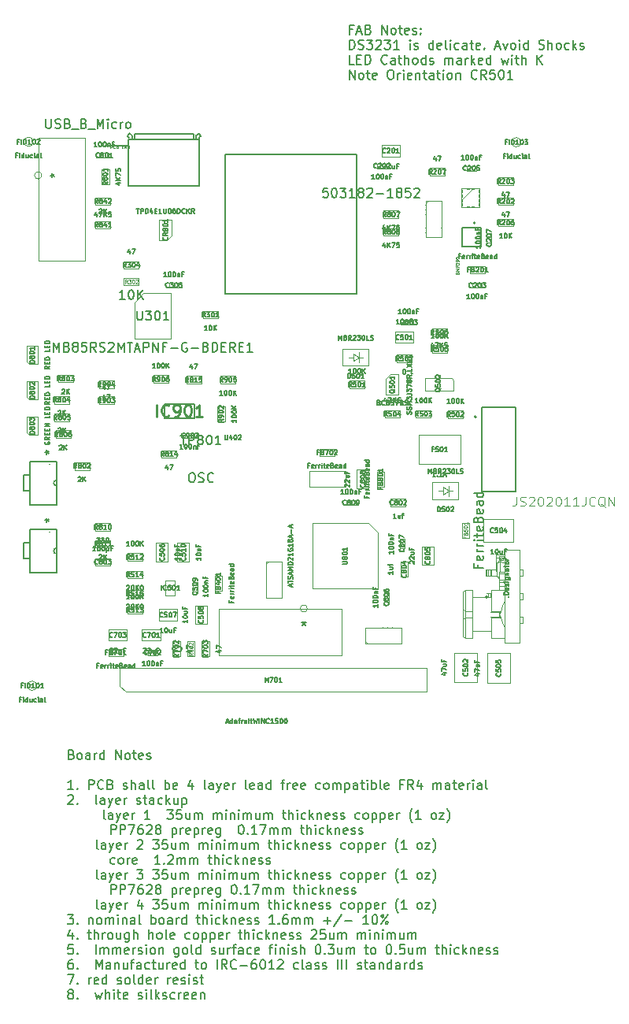
<source format=gbr>
G04 #@! TF.GenerationSoftware,KiCad,Pcbnew,(6.0.7)*
G04 #@! TF.CreationDate,2023-02-21T09:19:48-06:00*
G04 #@! TF.ProjectId,SapphineMinimal,53617070-6869-46e6-954d-696e696d616c,rev?*
G04 #@! TF.SameCoordinates,Original*
G04 #@! TF.FileFunction,AssemblyDrawing,Top*
%FSLAX46Y46*%
G04 Gerber Fmt 4.6, Leading zero omitted, Abs format (unit mm)*
G04 Created by KiCad (PCBNEW (6.0.7)) date 2023-02-21 09:19:48*
%MOMM*%
%LPD*%
G01*
G04 APERTURE LIST*
%ADD10C,0.150000*%
%ADD11C,0.127000*%
%ADD12C,0.060000*%
%ADD13C,0.080000*%
%ADD14C,0.254000*%
%ADD15C,0.015000*%
%ADD16C,0.100000*%
%ADD17C,0.152400*%
%ADD18C,0.200000*%
G04 APERTURE END LIST*
D10*
X82456928Y-133098571D02*
X82599785Y-133146190D01*
X82647404Y-133193809D01*
X82695023Y-133289047D01*
X82695023Y-133431904D01*
X82647404Y-133527142D01*
X82599785Y-133574761D01*
X82504547Y-133622380D01*
X82123595Y-133622380D01*
X82123595Y-132622380D01*
X82456928Y-132622380D01*
X82552166Y-132670000D01*
X82599785Y-132717619D01*
X82647404Y-132812857D01*
X82647404Y-132908095D01*
X82599785Y-133003333D01*
X82552166Y-133050952D01*
X82456928Y-133098571D01*
X82123595Y-133098571D01*
X83266452Y-133622380D02*
X83171214Y-133574761D01*
X83123595Y-133527142D01*
X83075976Y-133431904D01*
X83075976Y-133146190D01*
X83123595Y-133050952D01*
X83171214Y-133003333D01*
X83266452Y-132955714D01*
X83409309Y-132955714D01*
X83504547Y-133003333D01*
X83552166Y-133050952D01*
X83599785Y-133146190D01*
X83599785Y-133431904D01*
X83552166Y-133527142D01*
X83504547Y-133574761D01*
X83409309Y-133622380D01*
X83266452Y-133622380D01*
X84456928Y-133622380D02*
X84456928Y-133098571D01*
X84409309Y-133003333D01*
X84314071Y-132955714D01*
X84123595Y-132955714D01*
X84028357Y-133003333D01*
X84456928Y-133574761D02*
X84361690Y-133622380D01*
X84123595Y-133622380D01*
X84028357Y-133574761D01*
X83980738Y-133479523D01*
X83980738Y-133384285D01*
X84028357Y-133289047D01*
X84123595Y-133241428D01*
X84361690Y-133241428D01*
X84456928Y-133193809D01*
X84933119Y-133622380D02*
X84933119Y-132955714D01*
X84933119Y-133146190D02*
X84980738Y-133050952D01*
X85028357Y-133003333D01*
X85123595Y-132955714D01*
X85218833Y-132955714D01*
X85980738Y-133622380D02*
X85980738Y-132622380D01*
X85980738Y-133574761D02*
X85885500Y-133622380D01*
X85695023Y-133622380D01*
X85599785Y-133574761D01*
X85552166Y-133527142D01*
X85504547Y-133431904D01*
X85504547Y-133146190D01*
X85552166Y-133050952D01*
X85599785Y-133003333D01*
X85695023Y-132955714D01*
X85885500Y-132955714D01*
X85980738Y-133003333D01*
X87218833Y-133622380D02*
X87218833Y-132622380D01*
X87790261Y-133622380D01*
X87790261Y-132622380D01*
X88409309Y-133622380D02*
X88314071Y-133574761D01*
X88266452Y-133527142D01*
X88218833Y-133431904D01*
X88218833Y-133146190D01*
X88266452Y-133050952D01*
X88314071Y-133003333D01*
X88409309Y-132955714D01*
X88552166Y-132955714D01*
X88647404Y-133003333D01*
X88695023Y-133050952D01*
X88742642Y-133146190D01*
X88742642Y-133431904D01*
X88695023Y-133527142D01*
X88647404Y-133574761D01*
X88552166Y-133622380D01*
X88409309Y-133622380D01*
X89028357Y-132955714D02*
X89409309Y-132955714D01*
X89171214Y-132622380D02*
X89171214Y-133479523D01*
X89218833Y-133574761D01*
X89314071Y-133622380D01*
X89409309Y-133622380D01*
X90123595Y-133574761D02*
X90028357Y-133622380D01*
X89837880Y-133622380D01*
X89742642Y-133574761D01*
X89695023Y-133479523D01*
X89695023Y-133098571D01*
X89742642Y-133003333D01*
X89837880Y-132955714D01*
X90028357Y-132955714D01*
X90123595Y-133003333D01*
X90171214Y-133098571D01*
X90171214Y-133193809D01*
X89695023Y-133289047D01*
X90552166Y-133574761D02*
X90647404Y-133622380D01*
X90837880Y-133622380D01*
X90933119Y-133574761D01*
X90980738Y-133479523D01*
X90980738Y-133431904D01*
X90933119Y-133336666D01*
X90837880Y-133289047D01*
X90695023Y-133289047D01*
X90599785Y-133241428D01*
X90552166Y-133146190D01*
X90552166Y-133098571D01*
X90599785Y-133003333D01*
X90695023Y-132955714D01*
X90837880Y-132955714D01*
X90933119Y-133003333D01*
X82647404Y-136842380D02*
X82075976Y-136842380D01*
X82361690Y-136842380D02*
X82361690Y-135842380D01*
X82266452Y-135985238D01*
X82171214Y-136080476D01*
X82075976Y-136128095D01*
X83075976Y-136747142D02*
X83123595Y-136794761D01*
X83075976Y-136842380D01*
X83028357Y-136794761D01*
X83075976Y-136747142D01*
X83075976Y-136842380D01*
X84314071Y-136842380D02*
X84314071Y-135842380D01*
X84695023Y-135842380D01*
X84790261Y-135890000D01*
X84837880Y-135937619D01*
X84885500Y-136032857D01*
X84885500Y-136175714D01*
X84837880Y-136270952D01*
X84790261Y-136318571D01*
X84695023Y-136366190D01*
X84314071Y-136366190D01*
X85885500Y-136747142D02*
X85837880Y-136794761D01*
X85695023Y-136842380D01*
X85599785Y-136842380D01*
X85456928Y-136794761D01*
X85361690Y-136699523D01*
X85314071Y-136604285D01*
X85266452Y-136413809D01*
X85266452Y-136270952D01*
X85314071Y-136080476D01*
X85361690Y-135985238D01*
X85456928Y-135890000D01*
X85599785Y-135842380D01*
X85695023Y-135842380D01*
X85837880Y-135890000D01*
X85885500Y-135937619D01*
X86647404Y-136318571D02*
X86790261Y-136366190D01*
X86837880Y-136413809D01*
X86885500Y-136509047D01*
X86885500Y-136651904D01*
X86837880Y-136747142D01*
X86790261Y-136794761D01*
X86695023Y-136842380D01*
X86314071Y-136842380D01*
X86314071Y-135842380D01*
X86647404Y-135842380D01*
X86742642Y-135890000D01*
X86790261Y-135937619D01*
X86837880Y-136032857D01*
X86837880Y-136128095D01*
X86790261Y-136223333D01*
X86742642Y-136270952D01*
X86647404Y-136318571D01*
X86314071Y-136318571D01*
X88028357Y-136794761D02*
X88123595Y-136842380D01*
X88314071Y-136842380D01*
X88409309Y-136794761D01*
X88456928Y-136699523D01*
X88456928Y-136651904D01*
X88409309Y-136556666D01*
X88314071Y-136509047D01*
X88171214Y-136509047D01*
X88075976Y-136461428D01*
X88028357Y-136366190D01*
X88028357Y-136318571D01*
X88075976Y-136223333D01*
X88171214Y-136175714D01*
X88314071Y-136175714D01*
X88409309Y-136223333D01*
X88885500Y-136842380D02*
X88885500Y-135842380D01*
X89314071Y-136842380D02*
X89314071Y-136318571D01*
X89266452Y-136223333D01*
X89171214Y-136175714D01*
X89028357Y-136175714D01*
X88933119Y-136223333D01*
X88885500Y-136270952D01*
X90218833Y-136842380D02*
X90218833Y-136318571D01*
X90171214Y-136223333D01*
X90075976Y-136175714D01*
X89885500Y-136175714D01*
X89790261Y-136223333D01*
X90218833Y-136794761D02*
X90123595Y-136842380D01*
X89885500Y-136842380D01*
X89790261Y-136794761D01*
X89742642Y-136699523D01*
X89742642Y-136604285D01*
X89790261Y-136509047D01*
X89885500Y-136461428D01*
X90123595Y-136461428D01*
X90218833Y-136413809D01*
X90837880Y-136842380D02*
X90742642Y-136794761D01*
X90695023Y-136699523D01*
X90695023Y-135842380D01*
X91361690Y-136842380D02*
X91266452Y-136794761D01*
X91218833Y-136699523D01*
X91218833Y-135842380D01*
X92504547Y-136842380D02*
X92504547Y-135842380D01*
X92504547Y-136223333D02*
X92599785Y-136175714D01*
X92790261Y-136175714D01*
X92885500Y-136223333D01*
X92933119Y-136270952D01*
X92980738Y-136366190D01*
X92980738Y-136651904D01*
X92933119Y-136747142D01*
X92885500Y-136794761D01*
X92790261Y-136842380D01*
X92599785Y-136842380D01*
X92504547Y-136794761D01*
X93790261Y-136794761D02*
X93695023Y-136842380D01*
X93504547Y-136842380D01*
X93409309Y-136794761D01*
X93361690Y-136699523D01*
X93361690Y-136318571D01*
X93409309Y-136223333D01*
X93504547Y-136175714D01*
X93695023Y-136175714D01*
X93790261Y-136223333D01*
X93837880Y-136318571D01*
X93837880Y-136413809D01*
X93361690Y-136509047D01*
X95456928Y-136175714D02*
X95456928Y-136842380D01*
X95218833Y-135794761D02*
X94980738Y-136509047D01*
X95599785Y-136509047D01*
X96885500Y-136842380D02*
X96790261Y-136794761D01*
X96742642Y-136699523D01*
X96742642Y-135842380D01*
X97695023Y-136842380D02*
X97695023Y-136318571D01*
X97647404Y-136223333D01*
X97552166Y-136175714D01*
X97361690Y-136175714D01*
X97266452Y-136223333D01*
X97695023Y-136794761D02*
X97599785Y-136842380D01*
X97361690Y-136842380D01*
X97266452Y-136794761D01*
X97218833Y-136699523D01*
X97218833Y-136604285D01*
X97266452Y-136509047D01*
X97361690Y-136461428D01*
X97599785Y-136461428D01*
X97695023Y-136413809D01*
X98075976Y-136175714D02*
X98314071Y-136842380D01*
X98552166Y-136175714D02*
X98314071Y-136842380D01*
X98218833Y-137080476D01*
X98171214Y-137128095D01*
X98075976Y-137175714D01*
X99314071Y-136794761D02*
X99218833Y-136842380D01*
X99028357Y-136842380D01*
X98933119Y-136794761D01*
X98885500Y-136699523D01*
X98885500Y-136318571D01*
X98933119Y-136223333D01*
X99028357Y-136175714D01*
X99218833Y-136175714D01*
X99314071Y-136223333D01*
X99361690Y-136318571D01*
X99361690Y-136413809D01*
X98885500Y-136509047D01*
X99790261Y-136842380D02*
X99790261Y-136175714D01*
X99790261Y-136366190D02*
X99837880Y-136270952D01*
X99885500Y-136223333D01*
X99980738Y-136175714D01*
X100075976Y-136175714D01*
X101314071Y-136842380D02*
X101218833Y-136794761D01*
X101171214Y-136699523D01*
X101171214Y-135842380D01*
X102075976Y-136794761D02*
X101980738Y-136842380D01*
X101790261Y-136842380D01*
X101695023Y-136794761D01*
X101647404Y-136699523D01*
X101647404Y-136318571D01*
X101695023Y-136223333D01*
X101790261Y-136175714D01*
X101980738Y-136175714D01*
X102075976Y-136223333D01*
X102123595Y-136318571D01*
X102123595Y-136413809D01*
X101647404Y-136509047D01*
X102980738Y-136842380D02*
X102980738Y-136318571D01*
X102933119Y-136223333D01*
X102837880Y-136175714D01*
X102647404Y-136175714D01*
X102552166Y-136223333D01*
X102980738Y-136794761D02*
X102885500Y-136842380D01*
X102647404Y-136842380D01*
X102552166Y-136794761D01*
X102504547Y-136699523D01*
X102504547Y-136604285D01*
X102552166Y-136509047D01*
X102647404Y-136461428D01*
X102885500Y-136461428D01*
X102980738Y-136413809D01*
X103885500Y-136842380D02*
X103885500Y-135842380D01*
X103885500Y-136794761D02*
X103790261Y-136842380D01*
X103599785Y-136842380D01*
X103504547Y-136794761D01*
X103456928Y-136747142D01*
X103409309Y-136651904D01*
X103409309Y-136366190D01*
X103456928Y-136270952D01*
X103504547Y-136223333D01*
X103599785Y-136175714D01*
X103790261Y-136175714D01*
X103885500Y-136223333D01*
X104980738Y-136175714D02*
X105361690Y-136175714D01*
X105123595Y-136842380D02*
X105123595Y-135985238D01*
X105171214Y-135890000D01*
X105266452Y-135842380D01*
X105361690Y-135842380D01*
X105695023Y-136842380D02*
X105695023Y-136175714D01*
X105695023Y-136366190D02*
X105742642Y-136270952D01*
X105790261Y-136223333D01*
X105885500Y-136175714D01*
X105980738Y-136175714D01*
X106695023Y-136794761D02*
X106599785Y-136842380D01*
X106409309Y-136842380D01*
X106314071Y-136794761D01*
X106266452Y-136699523D01*
X106266452Y-136318571D01*
X106314071Y-136223333D01*
X106409309Y-136175714D01*
X106599785Y-136175714D01*
X106695023Y-136223333D01*
X106742642Y-136318571D01*
X106742642Y-136413809D01*
X106266452Y-136509047D01*
X107552166Y-136794761D02*
X107456928Y-136842380D01*
X107266452Y-136842380D01*
X107171214Y-136794761D01*
X107123595Y-136699523D01*
X107123595Y-136318571D01*
X107171214Y-136223333D01*
X107266452Y-136175714D01*
X107456928Y-136175714D01*
X107552166Y-136223333D01*
X107599785Y-136318571D01*
X107599785Y-136413809D01*
X107123595Y-136509047D01*
X109218833Y-136794761D02*
X109123595Y-136842380D01*
X108933119Y-136842380D01*
X108837880Y-136794761D01*
X108790261Y-136747142D01*
X108742642Y-136651904D01*
X108742642Y-136366190D01*
X108790261Y-136270952D01*
X108837880Y-136223333D01*
X108933119Y-136175714D01*
X109123595Y-136175714D01*
X109218833Y-136223333D01*
X109790261Y-136842380D02*
X109695023Y-136794761D01*
X109647404Y-136747142D01*
X109599785Y-136651904D01*
X109599785Y-136366190D01*
X109647404Y-136270952D01*
X109695023Y-136223333D01*
X109790261Y-136175714D01*
X109933119Y-136175714D01*
X110028357Y-136223333D01*
X110075976Y-136270952D01*
X110123595Y-136366190D01*
X110123595Y-136651904D01*
X110075976Y-136747142D01*
X110028357Y-136794761D01*
X109933119Y-136842380D01*
X109790261Y-136842380D01*
X110552166Y-136842380D02*
X110552166Y-136175714D01*
X110552166Y-136270952D02*
X110599785Y-136223333D01*
X110695023Y-136175714D01*
X110837880Y-136175714D01*
X110933119Y-136223333D01*
X110980738Y-136318571D01*
X110980738Y-136842380D01*
X110980738Y-136318571D02*
X111028357Y-136223333D01*
X111123595Y-136175714D01*
X111266452Y-136175714D01*
X111361690Y-136223333D01*
X111409309Y-136318571D01*
X111409309Y-136842380D01*
X111885500Y-136175714D02*
X111885500Y-137175714D01*
X111885500Y-136223333D02*
X111980738Y-136175714D01*
X112171214Y-136175714D01*
X112266452Y-136223333D01*
X112314071Y-136270952D01*
X112361690Y-136366190D01*
X112361690Y-136651904D01*
X112314071Y-136747142D01*
X112266452Y-136794761D01*
X112171214Y-136842380D01*
X111980738Y-136842380D01*
X111885500Y-136794761D01*
X113218833Y-136842380D02*
X113218833Y-136318571D01*
X113171214Y-136223333D01*
X113075976Y-136175714D01*
X112885499Y-136175714D01*
X112790261Y-136223333D01*
X113218833Y-136794761D02*
X113123595Y-136842380D01*
X112885499Y-136842380D01*
X112790261Y-136794761D01*
X112742642Y-136699523D01*
X112742642Y-136604285D01*
X112790261Y-136509047D01*
X112885499Y-136461428D01*
X113123595Y-136461428D01*
X113218833Y-136413809D01*
X113552166Y-136175714D02*
X113933119Y-136175714D01*
X113695023Y-135842380D02*
X113695023Y-136699523D01*
X113742642Y-136794761D01*
X113837880Y-136842380D01*
X113933119Y-136842380D01*
X114266452Y-136842380D02*
X114266452Y-136175714D01*
X114266452Y-135842380D02*
X114218833Y-135890000D01*
X114266452Y-135937619D01*
X114314071Y-135890000D01*
X114266452Y-135842380D01*
X114266452Y-135937619D01*
X114742642Y-136842380D02*
X114742642Y-135842380D01*
X114742642Y-136223333D02*
X114837880Y-136175714D01*
X115028357Y-136175714D01*
X115123595Y-136223333D01*
X115171214Y-136270952D01*
X115218833Y-136366190D01*
X115218833Y-136651904D01*
X115171214Y-136747142D01*
X115123595Y-136794761D01*
X115028357Y-136842380D01*
X114837880Y-136842380D01*
X114742642Y-136794761D01*
X115790261Y-136842380D02*
X115695023Y-136794761D01*
X115647404Y-136699523D01*
X115647404Y-135842380D01*
X116552166Y-136794761D02*
X116456928Y-136842380D01*
X116266452Y-136842380D01*
X116171214Y-136794761D01*
X116123595Y-136699523D01*
X116123595Y-136318571D01*
X116171214Y-136223333D01*
X116266452Y-136175714D01*
X116456928Y-136175714D01*
X116552166Y-136223333D01*
X116599785Y-136318571D01*
X116599785Y-136413809D01*
X116123595Y-136509047D01*
X118123595Y-136318571D02*
X117790261Y-136318571D01*
X117790261Y-136842380D02*
X117790261Y-135842380D01*
X118266452Y-135842380D01*
X119218833Y-136842380D02*
X118885500Y-136366190D01*
X118647404Y-136842380D02*
X118647404Y-135842380D01*
X119028357Y-135842380D01*
X119123595Y-135890000D01*
X119171214Y-135937619D01*
X119218833Y-136032857D01*
X119218833Y-136175714D01*
X119171214Y-136270952D01*
X119123595Y-136318571D01*
X119028357Y-136366190D01*
X118647404Y-136366190D01*
X120075976Y-136175714D02*
X120075976Y-136842380D01*
X119837880Y-135794761D02*
X119599785Y-136509047D01*
X120218833Y-136509047D01*
X121361690Y-136842380D02*
X121361690Y-136175714D01*
X121361690Y-136270952D02*
X121409309Y-136223333D01*
X121504547Y-136175714D01*
X121647404Y-136175714D01*
X121742642Y-136223333D01*
X121790261Y-136318571D01*
X121790261Y-136842380D01*
X121790261Y-136318571D02*
X121837880Y-136223333D01*
X121933119Y-136175714D01*
X122075976Y-136175714D01*
X122171214Y-136223333D01*
X122218833Y-136318571D01*
X122218833Y-136842380D01*
X123123595Y-136842380D02*
X123123595Y-136318571D01*
X123075976Y-136223333D01*
X122980738Y-136175714D01*
X122790261Y-136175714D01*
X122695023Y-136223333D01*
X123123595Y-136794761D02*
X123028357Y-136842380D01*
X122790261Y-136842380D01*
X122695023Y-136794761D01*
X122647404Y-136699523D01*
X122647404Y-136604285D01*
X122695023Y-136509047D01*
X122790261Y-136461428D01*
X123028357Y-136461428D01*
X123123595Y-136413809D01*
X123456928Y-136175714D02*
X123837880Y-136175714D01*
X123599785Y-135842380D02*
X123599785Y-136699523D01*
X123647404Y-136794761D01*
X123742642Y-136842380D01*
X123837880Y-136842380D01*
X124552166Y-136794761D02*
X124456928Y-136842380D01*
X124266452Y-136842380D01*
X124171214Y-136794761D01*
X124123595Y-136699523D01*
X124123595Y-136318571D01*
X124171214Y-136223333D01*
X124266452Y-136175714D01*
X124456928Y-136175714D01*
X124552166Y-136223333D01*
X124599785Y-136318571D01*
X124599785Y-136413809D01*
X124123595Y-136509047D01*
X125028357Y-136842380D02*
X125028357Y-136175714D01*
X125028357Y-136366190D02*
X125075976Y-136270952D01*
X125123595Y-136223333D01*
X125218833Y-136175714D01*
X125314071Y-136175714D01*
X125647404Y-136842380D02*
X125647404Y-136175714D01*
X125647404Y-135842380D02*
X125599785Y-135890000D01*
X125647404Y-135937619D01*
X125695023Y-135890000D01*
X125647404Y-135842380D01*
X125647404Y-135937619D01*
X126552166Y-136842380D02*
X126552166Y-136318571D01*
X126504547Y-136223333D01*
X126409309Y-136175714D01*
X126218833Y-136175714D01*
X126123595Y-136223333D01*
X126552166Y-136794761D02*
X126456928Y-136842380D01*
X126218833Y-136842380D01*
X126123595Y-136794761D01*
X126075976Y-136699523D01*
X126075976Y-136604285D01*
X126123595Y-136509047D01*
X126218833Y-136461428D01*
X126456928Y-136461428D01*
X126552166Y-136413809D01*
X127171214Y-136842380D02*
X127075976Y-136794761D01*
X127028357Y-136699523D01*
X127028357Y-135842380D01*
X82075976Y-137547619D02*
X82123595Y-137500000D01*
X82218833Y-137452380D01*
X82456928Y-137452380D01*
X82552166Y-137500000D01*
X82599785Y-137547619D01*
X82647404Y-137642857D01*
X82647404Y-137738095D01*
X82599785Y-137880952D01*
X82028357Y-138452380D01*
X82647404Y-138452380D01*
X83075976Y-138357142D02*
X83123595Y-138404761D01*
X83075976Y-138452380D01*
X83028357Y-138404761D01*
X83075976Y-138357142D01*
X83075976Y-138452380D01*
X85218833Y-138452380D02*
X85123595Y-138404761D01*
X85075976Y-138309523D01*
X85075976Y-137452380D01*
X86028357Y-138452380D02*
X86028357Y-137928571D01*
X85980738Y-137833333D01*
X85885500Y-137785714D01*
X85695023Y-137785714D01*
X85599785Y-137833333D01*
X86028357Y-138404761D02*
X85933119Y-138452380D01*
X85695023Y-138452380D01*
X85599785Y-138404761D01*
X85552166Y-138309523D01*
X85552166Y-138214285D01*
X85599785Y-138119047D01*
X85695023Y-138071428D01*
X85933119Y-138071428D01*
X86028357Y-138023809D01*
X86409309Y-137785714D02*
X86647404Y-138452380D01*
X86885500Y-137785714D02*
X86647404Y-138452380D01*
X86552166Y-138690476D01*
X86504547Y-138738095D01*
X86409309Y-138785714D01*
X87647404Y-138404761D02*
X87552166Y-138452380D01*
X87361690Y-138452380D01*
X87266452Y-138404761D01*
X87218833Y-138309523D01*
X87218833Y-137928571D01*
X87266452Y-137833333D01*
X87361690Y-137785714D01*
X87552166Y-137785714D01*
X87647404Y-137833333D01*
X87695023Y-137928571D01*
X87695023Y-138023809D01*
X87218833Y-138119047D01*
X88123595Y-138452380D02*
X88123595Y-137785714D01*
X88123595Y-137976190D02*
X88171214Y-137880952D01*
X88218833Y-137833333D01*
X88314071Y-137785714D01*
X88409309Y-137785714D01*
X89456928Y-138404761D02*
X89552166Y-138452380D01*
X89742642Y-138452380D01*
X89837880Y-138404761D01*
X89885500Y-138309523D01*
X89885500Y-138261904D01*
X89837880Y-138166666D01*
X89742642Y-138119047D01*
X89599785Y-138119047D01*
X89504547Y-138071428D01*
X89456928Y-137976190D01*
X89456928Y-137928571D01*
X89504547Y-137833333D01*
X89599785Y-137785714D01*
X89742642Y-137785714D01*
X89837880Y-137833333D01*
X90171214Y-137785714D02*
X90552166Y-137785714D01*
X90314071Y-137452380D02*
X90314071Y-138309523D01*
X90361690Y-138404761D01*
X90456928Y-138452380D01*
X90552166Y-138452380D01*
X91314071Y-138452380D02*
X91314071Y-137928571D01*
X91266452Y-137833333D01*
X91171214Y-137785714D01*
X90980738Y-137785714D01*
X90885500Y-137833333D01*
X91314071Y-138404761D02*
X91218833Y-138452380D01*
X90980738Y-138452380D01*
X90885500Y-138404761D01*
X90837880Y-138309523D01*
X90837880Y-138214285D01*
X90885500Y-138119047D01*
X90980738Y-138071428D01*
X91218833Y-138071428D01*
X91314071Y-138023809D01*
X92218833Y-138404761D02*
X92123595Y-138452380D01*
X91933119Y-138452380D01*
X91837880Y-138404761D01*
X91790261Y-138357142D01*
X91742642Y-138261904D01*
X91742642Y-137976190D01*
X91790261Y-137880952D01*
X91837880Y-137833333D01*
X91933119Y-137785714D01*
X92123595Y-137785714D01*
X92218833Y-137833333D01*
X92647404Y-138452380D02*
X92647404Y-137452380D01*
X92742642Y-138071428D02*
X93028357Y-138452380D01*
X93028357Y-137785714D02*
X92647404Y-138166666D01*
X93885500Y-137785714D02*
X93885500Y-138452380D01*
X93456928Y-137785714D02*
X93456928Y-138309523D01*
X93504547Y-138404761D01*
X93599785Y-138452380D01*
X93742642Y-138452380D01*
X93837880Y-138404761D01*
X93885500Y-138357142D01*
X94361690Y-137785714D02*
X94361690Y-138785714D01*
X94361690Y-137833333D02*
X94456928Y-137785714D01*
X94647404Y-137785714D01*
X94742642Y-137833333D01*
X94790261Y-137880952D01*
X94837880Y-137976190D01*
X94837880Y-138261904D01*
X94790261Y-138357142D01*
X94742642Y-138404761D01*
X94647404Y-138452380D01*
X94456928Y-138452380D01*
X94361690Y-138404761D01*
X86075976Y-140062380D02*
X85980738Y-140014761D01*
X85933119Y-139919523D01*
X85933119Y-139062380D01*
X86885500Y-140062380D02*
X86885500Y-139538571D01*
X86837880Y-139443333D01*
X86742642Y-139395714D01*
X86552166Y-139395714D01*
X86456928Y-139443333D01*
X86885500Y-140014761D02*
X86790261Y-140062380D01*
X86552166Y-140062380D01*
X86456928Y-140014761D01*
X86409309Y-139919523D01*
X86409309Y-139824285D01*
X86456928Y-139729047D01*
X86552166Y-139681428D01*
X86790261Y-139681428D01*
X86885500Y-139633809D01*
X87266452Y-139395714D02*
X87504547Y-140062380D01*
X87742642Y-139395714D02*
X87504547Y-140062380D01*
X87409309Y-140300476D01*
X87361690Y-140348095D01*
X87266452Y-140395714D01*
X88504547Y-140014761D02*
X88409309Y-140062380D01*
X88218833Y-140062380D01*
X88123595Y-140014761D01*
X88075976Y-139919523D01*
X88075976Y-139538571D01*
X88123595Y-139443333D01*
X88218833Y-139395714D01*
X88409309Y-139395714D01*
X88504547Y-139443333D01*
X88552166Y-139538571D01*
X88552166Y-139633809D01*
X88075976Y-139729047D01*
X88980738Y-140062380D02*
X88980738Y-139395714D01*
X88980738Y-139586190D02*
X89028357Y-139490952D01*
X89075976Y-139443333D01*
X89171214Y-139395714D01*
X89266452Y-139395714D01*
X90885500Y-140062380D02*
X90314071Y-140062380D01*
X90599785Y-140062380D02*
X90599785Y-139062380D01*
X90504547Y-139205238D01*
X90409309Y-139300476D01*
X90314071Y-139348095D01*
X92742642Y-139062380D02*
X93361690Y-139062380D01*
X93028357Y-139443333D01*
X93171214Y-139443333D01*
X93266452Y-139490952D01*
X93314071Y-139538571D01*
X93361690Y-139633809D01*
X93361690Y-139871904D01*
X93314071Y-139967142D01*
X93266452Y-140014761D01*
X93171214Y-140062380D01*
X92885500Y-140062380D01*
X92790261Y-140014761D01*
X92742642Y-139967142D01*
X94266452Y-139062380D02*
X93790261Y-139062380D01*
X93742642Y-139538571D01*
X93790261Y-139490952D01*
X93885500Y-139443333D01*
X94123595Y-139443333D01*
X94218833Y-139490952D01*
X94266452Y-139538571D01*
X94314071Y-139633809D01*
X94314071Y-139871904D01*
X94266452Y-139967142D01*
X94218833Y-140014761D01*
X94123595Y-140062380D01*
X93885500Y-140062380D01*
X93790261Y-140014761D01*
X93742642Y-139967142D01*
X95171214Y-139395714D02*
X95171214Y-140062380D01*
X94742642Y-139395714D02*
X94742642Y-139919523D01*
X94790261Y-140014761D01*
X94885500Y-140062380D01*
X95028357Y-140062380D01*
X95123595Y-140014761D01*
X95171214Y-139967142D01*
X95647404Y-140062380D02*
X95647404Y-139395714D01*
X95647404Y-139490952D02*
X95695023Y-139443333D01*
X95790261Y-139395714D01*
X95933119Y-139395714D01*
X96028357Y-139443333D01*
X96075976Y-139538571D01*
X96075976Y-140062380D01*
X96075976Y-139538571D02*
X96123595Y-139443333D01*
X96218833Y-139395714D01*
X96361690Y-139395714D01*
X96456928Y-139443333D01*
X96504547Y-139538571D01*
X96504547Y-140062380D01*
X97742642Y-140062380D02*
X97742642Y-139395714D01*
X97742642Y-139490952D02*
X97790261Y-139443333D01*
X97885500Y-139395714D01*
X98028357Y-139395714D01*
X98123595Y-139443333D01*
X98171214Y-139538571D01*
X98171214Y-140062380D01*
X98171214Y-139538571D02*
X98218833Y-139443333D01*
X98314071Y-139395714D01*
X98456928Y-139395714D01*
X98552166Y-139443333D01*
X98599785Y-139538571D01*
X98599785Y-140062380D01*
X99075976Y-140062380D02*
X99075976Y-139395714D01*
X99075976Y-139062380D02*
X99028357Y-139110000D01*
X99075976Y-139157619D01*
X99123595Y-139110000D01*
X99075976Y-139062380D01*
X99075976Y-139157619D01*
X99552166Y-139395714D02*
X99552166Y-140062380D01*
X99552166Y-139490952D02*
X99599785Y-139443333D01*
X99695023Y-139395714D01*
X99837880Y-139395714D01*
X99933119Y-139443333D01*
X99980738Y-139538571D01*
X99980738Y-140062380D01*
X100456928Y-140062380D02*
X100456928Y-139395714D01*
X100456928Y-139062380D02*
X100409309Y-139110000D01*
X100456928Y-139157619D01*
X100504547Y-139110000D01*
X100456928Y-139062380D01*
X100456928Y-139157619D01*
X100933119Y-140062380D02*
X100933119Y-139395714D01*
X100933119Y-139490952D02*
X100980738Y-139443333D01*
X101075976Y-139395714D01*
X101218833Y-139395714D01*
X101314071Y-139443333D01*
X101361690Y-139538571D01*
X101361690Y-140062380D01*
X101361690Y-139538571D02*
X101409309Y-139443333D01*
X101504547Y-139395714D01*
X101647404Y-139395714D01*
X101742642Y-139443333D01*
X101790261Y-139538571D01*
X101790261Y-140062380D01*
X102695023Y-139395714D02*
X102695023Y-140062380D01*
X102266452Y-139395714D02*
X102266452Y-139919523D01*
X102314071Y-140014761D01*
X102409309Y-140062380D01*
X102552166Y-140062380D01*
X102647404Y-140014761D01*
X102695023Y-139967142D01*
X103171214Y-140062380D02*
X103171214Y-139395714D01*
X103171214Y-139490952D02*
X103218833Y-139443333D01*
X103314071Y-139395714D01*
X103456928Y-139395714D01*
X103552166Y-139443333D01*
X103599785Y-139538571D01*
X103599785Y-140062380D01*
X103599785Y-139538571D02*
X103647404Y-139443333D01*
X103742642Y-139395714D01*
X103885500Y-139395714D01*
X103980738Y-139443333D01*
X104028357Y-139538571D01*
X104028357Y-140062380D01*
X105123595Y-139395714D02*
X105504547Y-139395714D01*
X105266452Y-139062380D02*
X105266452Y-139919523D01*
X105314071Y-140014761D01*
X105409309Y-140062380D01*
X105504547Y-140062380D01*
X105837880Y-140062380D02*
X105837880Y-139062380D01*
X106266452Y-140062380D02*
X106266452Y-139538571D01*
X106218833Y-139443333D01*
X106123595Y-139395714D01*
X105980738Y-139395714D01*
X105885500Y-139443333D01*
X105837880Y-139490952D01*
X106742642Y-140062380D02*
X106742642Y-139395714D01*
X106742642Y-139062380D02*
X106695023Y-139110000D01*
X106742642Y-139157619D01*
X106790261Y-139110000D01*
X106742642Y-139062380D01*
X106742642Y-139157619D01*
X107647404Y-140014761D02*
X107552166Y-140062380D01*
X107361690Y-140062380D01*
X107266452Y-140014761D01*
X107218833Y-139967142D01*
X107171214Y-139871904D01*
X107171214Y-139586190D01*
X107218833Y-139490952D01*
X107266452Y-139443333D01*
X107361690Y-139395714D01*
X107552166Y-139395714D01*
X107647404Y-139443333D01*
X108075976Y-140062380D02*
X108075976Y-139062380D01*
X108171214Y-139681428D02*
X108456928Y-140062380D01*
X108456928Y-139395714D02*
X108075976Y-139776666D01*
X108885500Y-139395714D02*
X108885500Y-140062380D01*
X108885500Y-139490952D02*
X108933119Y-139443333D01*
X109028357Y-139395714D01*
X109171214Y-139395714D01*
X109266452Y-139443333D01*
X109314071Y-139538571D01*
X109314071Y-140062380D01*
X110171214Y-140014761D02*
X110075976Y-140062380D01*
X109885499Y-140062380D01*
X109790261Y-140014761D01*
X109742642Y-139919523D01*
X109742642Y-139538571D01*
X109790261Y-139443333D01*
X109885499Y-139395714D01*
X110075976Y-139395714D01*
X110171214Y-139443333D01*
X110218833Y-139538571D01*
X110218833Y-139633809D01*
X109742642Y-139729047D01*
X110599785Y-140014761D02*
X110695023Y-140062380D01*
X110885500Y-140062380D01*
X110980738Y-140014761D01*
X111028357Y-139919523D01*
X111028357Y-139871904D01*
X110980738Y-139776666D01*
X110885500Y-139729047D01*
X110742642Y-139729047D01*
X110647404Y-139681428D01*
X110599785Y-139586190D01*
X110599785Y-139538571D01*
X110647404Y-139443333D01*
X110742642Y-139395714D01*
X110885500Y-139395714D01*
X110980738Y-139443333D01*
X111409309Y-140014761D02*
X111504547Y-140062380D01*
X111695023Y-140062380D01*
X111790261Y-140014761D01*
X111837880Y-139919523D01*
X111837880Y-139871904D01*
X111790261Y-139776666D01*
X111695023Y-139729047D01*
X111552166Y-139729047D01*
X111456928Y-139681428D01*
X111409309Y-139586190D01*
X111409309Y-139538571D01*
X111456928Y-139443333D01*
X111552166Y-139395714D01*
X111695023Y-139395714D01*
X111790261Y-139443333D01*
X113456928Y-140014761D02*
X113361690Y-140062380D01*
X113171214Y-140062380D01*
X113075976Y-140014761D01*
X113028357Y-139967142D01*
X112980738Y-139871904D01*
X112980738Y-139586190D01*
X113028357Y-139490952D01*
X113075976Y-139443333D01*
X113171214Y-139395714D01*
X113361690Y-139395714D01*
X113456928Y-139443333D01*
X114028357Y-140062380D02*
X113933119Y-140014761D01*
X113885500Y-139967142D01*
X113837880Y-139871904D01*
X113837880Y-139586190D01*
X113885500Y-139490952D01*
X113933119Y-139443333D01*
X114028357Y-139395714D01*
X114171214Y-139395714D01*
X114266452Y-139443333D01*
X114314071Y-139490952D01*
X114361690Y-139586190D01*
X114361690Y-139871904D01*
X114314071Y-139967142D01*
X114266452Y-140014761D01*
X114171214Y-140062380D01*
X114028357Y-140062380D01*
X114790261Y-139395714D02*
X114790261Y-140395714D01*
X114790261Y-139443333D02*
X114885499Y-139395714D01*
X115075976Y-139395714D01*
X115171214Y-139443333D01*
X115218833Y-139490952D01*
X115266452Y-139586190D01*
X115266452Y-139871904D01*
X115218833Y-139967142D01*
X115171214Y-140014761D01*
X115075976Y-140062380D01*
X114885499Y-140062380D01*
X114790261Y-140014761D01*
X115695023Y-139395714D02*
X115695023Y-140395714D01*
X115695023Y-139443333D02*
X115790261Y-139395714D01*
X115980738Y-139395714D01*
X116075976Y-139443333D01*
X116123595Y-139490952D01*
X116171214Y-139586190D01*
X116171214Y-139871904D01*
X116123595Y-139967142D01*
X116075976Y-140014761D01*
X115980738Y-140062380D01*
X115790261Y-140062380D01*
X115695023Y-140014761D01*
X116980738Y-140014761D02*
X116885499Y-140062380D01*
X116695023Y-140062380D01*
X116599785Y-140014761D01*
X116552166Y-139919523D01*
X116552166Y-139538571D01*
X116599785Y-139443333D01*
X116695023Y-139395714D01*
X116885499Y-139395714D01*
X116980738Y-139443333D01*
X117028357Y-139538571D01*
X117028357Y-139633809D01*
X116552166Y-139729047D01*
X117456928Y-140062380D02*
X117456928Y-139395714D01*
X117456928Y-139586190D02*
X117504547Y-139490952D01*
X117552166Y-139443333D01*
X117647404Y-139395714D01*
X117742642Y-139395714D01*
X119123595Y-140443333D02*
X119075976Y-140395714D01*
X118980738Y-140252857D01*
X118933119Y-140157619D01*
X118885499Y-140014761D01*
X118837880Y-139776666D01*
X118837880Y-139586190D01*
X118885499Y-139348095D01*
X118933119Y-139205238D01*
X118980738Y-139110000D01*
X119075976Y-138967142D01*
X119123595Y-138919523D01*
X120028357Y-140062380D02*
X119456928Y-140062380D01*
X119742642Y-140062380D02*
X119742642Y-139062380D01*
X119647404Y-139205238D01*
X119552166Y-139300476D01*
X119456928Y-139348095D01*
X121361690Y-140062380D02*
X121266452Y-140014761D01*
X121218833Y-139967142D01*
X121171214Y-139871904D01*
X121171214Y-139586190D01*
X121218833Y-139490952D01*
X121266452Y-139443333D01*
X121361690Y-139395714D01*
X121504547Y-139395714D01*
X121599785Y-139443333D01*
X121647404Y-139490952D01*
X121695023Y-139586190D01*
X121695023Y-139871904D01*
X121647404Y-139967142D01*
X121599785Y-140014761D01*
X121504547Y-140062380D01*
X121361690Y-140062380D01*
X122028357Y-139395714D02*
X122552166Y-139395714D01*
X122028357Y-140062380D01*
X122552166Y-140062380D01*
X122837880Y-140443333D02*
X122885499Y-140395714D01*
X122980738Y-140252857D01*
X123028357Y-140157619D01*
X123075976Y-140014761D01*
X123123595Y-139776666D01*
X123123595Y-139586190D01*
X123075976Y-139348095D01*
X123028357Y-139205238D01*
X122980738Y-139110000D01*
X122885499Y-138967142D01*
X122837880Y-138919523D01*
X86695023Y-141672380D02*
X86695023Y-140672380D01*
X87075976Y-140672380D01*
X87171214Y-140720000D01*
X87218833Y-140767619D01*
X87266452Y-140862857D01*
X87266452Y-141005714D01*
X87218833Y-141100952D01*
X87171214Y-141148571D01*
X87075976Y-141196190D01*
X86695023Y-141196190D01*
X87695023Y-141672380D02*
X87695023Y-140672380D01*
X88075976Y-140672380D01*
X88171214Y-140720000D01*
X88218833Y-140767619D01*
X88266452Y-140862857D01*
X88266452Y-141005714D01*
X88218833Y-141100952D01*
X88171214Y-141148571D01*
X88075976Y-141196190D01*
X87695023Y-141196190D01*
X88599785Y-140672380D02*
X89266452Y-140672380D01*
X88837880Y-141672380D01*
X90075976Y-140672380D02*
X89885500Y-140672380D01*
X89790261Y-140720000D01*
X89742642Y-140767619D01*
X89647404Y-140910476D01*
X89599785Y-141100952D01*
X89599785Y-141481904D01*
X89647404Y-141577142D01*
X89695023Y-141624761D01*
X89790261Y-141672380D01*
X89980738Y-141672380D01*
X90075976Y-141624761D01*
X90123595Y-141577142D01*
X90171214Y-141481904D01*
X90171214Y-141243809D01*
X90123595Y-141148571D01*
X90075976Y-141100952D01*
X89980738Y-141053333D01*
X89790261Y-141053333D01*
X89695023Y-141100952D01*
X89647404Y-141148571D01*
X89599785Y-141243809D01*
X90552166Y-140767619D02*
X90599785Y-140720000D01*
X90695023Y-140672380D01*
X90933119Y-140672380D01*
X91028357Y-140720000D01*
X91075976Y-140767619D01*
X91123595Y-140862857D01*
X91123595Y-140958095D01*
X91075976Y-141100952D01*
X90504547Y-141672380D01*
X91123595Y-141672380D01*
X91695023Y-141100952D02*
X91599785Y-141053333D01*
X91552166Y-141005714D01*
X91504547Y-140910476D01*
X91504547Y-140862857D01*
X91552166Y-140767619D01*
X91599785Y-140720000D01*
X91695023Y-140672380D01*
X91885500Y-140672380D01*
X91980738Y-140720000D01*
X92028357Y-140767619D01*
X92075976Y-140862857D01*
X92075976Y-140910476D01*
X92028357Y-141005714D01*
X91980738Y-141053333D01*
X91885500Y-141100952D01*
X91695023Y-141100952D01*
X91599785Y-141148571D01*
X91552166Y-141196190D01*
X91504547Y-141291428D01*
X91504547Y-141481904D01*
X91552166Y-141577142D01*
X91599785Y-141624761D01*
X91695023Y-141672380D01*
X91885500Y-141672380D01*
X91980738Y-141624761D01*
X92028357Y-141577142D01*
X92075976Y-141481904D01*
X92075976Y-141291428D01*
X92028357Y-141196190D01*
X91980738Y-141148571D01*
X91885500Y-141100952D01*
X93266452Y-141005714D02*
X93266452Y-142005714D01*
X93266452Y-141053333D02*
X93361690Y-141005714D01*
X93552166Y-141005714D01*
X93647404Y-141053333D01*
X93695023Y-141100952D01*
X93742642Y-141196190D01*
X93742642Y-141481904D01*
X93695023Y-141577142D01*
X93647404Y-141624761D01*
X93552166Y-141672380D01*
X93361690Y-141672380D01*
X93266452Y-141624761D01*
X94171214Y-141672380D02*
X94171214Y-141005714D01*
X94171214Y-141196190D02*
X94218833Y-141100952D01*
X94266452Y-141053333D01*
X94361690Y-141005714D01*
X94456928Y-141005714D01*
X95171214Y-141624761D02*
X95075976Y-141672380D01*
X94885500Y-141672380D01*
X94790261Y-141624761D01*
X94742642Y-141529523D01*
X94742642Y-141148571D01*
X94790261Y-141053333D01*
X94885500Y-141005714D01*
X95075976Y-141005714D01*
X95171214Y-141053333D01*
X95218833Y-141148571D01*
X95218833Y-141243809D01*
X94742642Y-141339047D01*
X95647404Y-141005714D02*
X95647404Y-142005714D01*
X95647404Y-141053333D02*
X95742642Y-141005714D01*
X95933119Y-141005714D01*
X96028357Y-141053333D01*
X96075976Y-141100952D01*
X96123595Y-141196190D01*
X96123595Y-141481904D01*
X96075976Y-141577142D01*
X96028357Y-141624761D01*
X95933119Y-141672380D01*
X95742642Y-141672380D01*
X95647404Y-141624761D01*
X96552166Y-141672380D02*
X96552166Y-141005714D01*
X96552166Y-141196190D02*
X96599785Y-141100952D01*
X96647404Y-141053333D01*
X96742642Y-141005714D01*
X96837880Y-141005714D01*
X97552166Y-141624761D02*
X97456928Y-141672380D01*
X97266452Y-141672380D01*
X97171214Y-141624761D01*
X97123595Y-141529523D01*
X97123595Y-141148571D01*
X97171214Y-141053333D01*
X97266452Y-141005714D01*
X97456928Y-141005714D01*
X97552166Y-141053333D01*
X97599785Y-141148571D01*
X97599785Y-141243809D01*
X97123595Y-141339047D01*
X98456928Y-141005714D02*
X98456928Y-141815238D01*
X98409309Y-141910476D01*
X98361690Y-141958095D01*
X98266452Y-142005714D01*
X98123595Y-142005714D01*
X98028357Y-141958095D01*
X98456928Y-141624761D02*
X98361690Y-141672380D01*
X98171214Y-141672380D01*
X98075976Y-141624761D01*
X98028357Y-141577142D01*
X97980738Y-141481904D01*
X97980738Y-141196190D01*
X98028357Y-141100952D01*
X98075976Y-141053333D01*
X98171214Y-141005714D01*
X98361690Y-141005714D01*
X98456928Y-141053333D01*
X100647404Y-140672380D02*
X100742642Y-140672380D01*
X100837880Y-140720000D01*
X100885500Y-140767619D01*
X100933119Y-140862857D01*
X100980738Y-141053333D01*
X100980738Y-141291428D01*
X100933119Y-141481904D01*
X100885500Y-141577142D01*
X100837880Y-141624761D01*
X100742642Y-141672380D01*
X100647404Y-141672380D01*
X100552166Y-141624761D01*
X100504547Y-141577142D01*
X100456928Y-141481904D01*
X100409309Y-141291428D01*
X100409309Y-141053333D01*
X100456928Y-140862857D01*
X100504547Y-140767619D01*
X100552166Y-140720000D01*
X100647404Y-140672380D01*
X101409309Y-141577142D02*
X101456928Y-141624761D01*
X101409309Y-141672380D01*
X101361690Y-141624761D01*
X101409309Y-141577142D01*
X101409309Y-141672380D01*
X102409309Y-141672380D02*
X101837880Y-141672380D01*
X102123595Y-141672380D02*
X102123595Y-140672380D01*
X102028357Y-140815238D01*
X101933119Y-140910476D01*
X101837880Y-140958095D01*
X102742642Y-140672380D02*
X103409309Y-140672380D01*
X102980738Y-141672380D01*
X103790261Y-141672380D02*
X103790261Y-141005714D01*
X103790261Y-141100952D02*
X103837880Y-141053333D01*
X103933119Y-141005714D01*
X104075976Y-141005714D01*
X104171214Y-141053333D01*
X104218833Y-141148571D01*
X104218833Y-141672380D01*
X104218833Y-141148571D02*
X104266452Y-141053333D01*
X104361690Y-141005714D01*
X104504547Y-141005714D01*
X104599785Y-141053333D01*
X104647404Y-141148571D01*
X104647404Y-141672380D01*
X105123595Y-141672380D02*
X105123595Y-141005714D01*
X105123595Y-141100952D02*
X105171214Y-141053333D01*
X105266452Y-141005714D01*
X105409309Y-141005714D01*
X105504547Y-141053333D01*
X105552166Y-141148571D01*
X105552166Y-141672380D01*
X105552166Y-141148571D02*
X105599785Y-141053333D01*
X105695023Y-141005714D01*
X105837880Y-141005714D01*
X105933119Y-141053333D01*
X105980738Y-141148571D01*
X105980738Y-141672380D01*
X107075976Y-141005714D02*
X107456928Y-141005714D01*
X107218833Y-140672380D02*
X107218833Y-141529523D01*
X107266452Y-141624761D01*
X107361690Y-141672380D01*
X107456928Y-141672380D01*
X107790261Y-141672380D02*
X107790261Y-140672380D01*
X108218833Y-141672380D02*
X108218833Y-141148571D01*
X108171214Y-141053333D01*
X108075976Y-141005714D01*
X107933119Y-141005714D01*
X107837880Y-141053333D01*
X107790261Y-141100952D01*
X108695023Y-141672380D02*
X108695023Y-141005714D01*
X108695023Y-140672380D02*
X108647404Y-140720000D01*
X108695023Y-140767619D01*
X108742642Y-140720000D01*
X108695023Y-140672380D01*
X108695023Y-140767619D01*
X109599785Y-141624761D02*
X109504547Y-141672380D01*
X109314071Y-141672380D01*
X109218833Y-141624761D01*
X109171214Y-141577142D01*
X109123595Y-141481904D01*
X109123595Y-141196190D01*
X109171214Y-141100952D01*
X109218833Y-141053333D01*
X109314071Y-141005714D01*
X109504547Y-141005714D01*
X109599785Y-141053333D01*
X110028357Y-141672380D02*
X110028357Y-140672380D01*
X110123595Y-141291428D02*
X110409309Y-141672380D01*
X110409309Y-141005714D02*
X110028357Y-141386666D01*
X110837880Y-141005714D02*
X110837880Y-141672380D01*
X110837880Y-141100952D02*
X110885500Y-141053333D01*
X110980738Y-141005714D01*
X111123595Y-141005714D01*
X111218833Y-141053333D01*
X111266452Y-141148571D01*
X111266452Y-141672380D01*
X112123595Y-141624761D02*
X112028357Y-141672380D01*
X111837880Y-141672380D01*
X111742642Y-141624761D01*
X111695023Y-141529523D01*
X111695023Y-141148571D01*
X111742642Y-141053333D01*
X111837880Y-141005714D01*
X112028357Y-141005714D01*
X112123595Y-141053333D01*
X112171214Y-141148571D01*
X112171214Y-141243809D01*
X111695023Y-141339047D01*
X112552166Y-141624761D02*
X112647404Y-141672380D01*
X112837880Y-141672380D01*
X112933119Y-141624761D01*
X112980738Y-141529523D01*
X112980738Y-141481904D01*
X112933119Y-141386666D01*
X112837880Y-141339047D01*
X112695023Y-141339047D01*
X112599785Y-141291428D01*
X112552166Y-141196190D01*
X112552166Y-141148571D01*
X112599785Y-141053333D01*
X112695023Y-141005714D01*
X112837880Y-141005714D01*
X112933119Y-141053333D01*
X113361690Y-141624761D02*
X113456928Y-141672380D01*
X113647404Y-141672380D01*
X113742642Y-141624761D01*
X113790261Y-141529523D01*
X113790261Y-141481904D01*
X113742642Y-141386666D01*
X113647404Y-141339047D01*
X113504547Y-141339047D01*
X113409309Y-141291428D01*
X113361690Y-141196190D01*
X113361690Y-141148571D01*
X113409309Y-141053333D01*
X113504547Y-141005714D01*
X113647404Y-141005714D01*
X113742642Y-141053333D01*
X85314071Y-143282380D02*
X85218833Y-143234761D01*
X85171214Y-143139523D01*
X85171214Y-142282380D01*
X86123595Y-143282380D02*
X86123595Y-142758571D01*
X86075976Y-142663333D01*
X85980738Y-142615714D01*
X85790261Y-142615714D01*
X85695023Y-142663333D01*
X86123595Y-143234761D02*
X86028357Y-143282380D01*
X85790261Y-143282380D01*
X85695023Y-143234761D01*
X85647404Y-143139523D01*
X85647404Y-143044285D01*
X85695023Y-142949047D01*
X85790261Y-142901428D01*
X86028357Y-142901428D01*
X86123595Y-142853809D01*
X86504547Y-142615714D02*
X86742642Y-143282380D01*
X86980738Y-142615714D02*
X86742642Y-143282380D01*
X86647404Y-143520476D01*
X86599785Y-143568095D01*
X86504547Y-143615714D01*
X87742642Y-143234761D02*
X87647404Y-143282380D01*
X87456928Y-143282380D01*
X87361690Y-143234761D01*
X87314071Y-143139523D01*
X87314071Y-142758571D01*
X87361690Y-142663333D01*
X87456928Y-142615714D01*
X87647404Y-142615714D01*
X87742642Y-142663333D01*
X87790261Y-142758571D01*
X87790261Y-142853809D01*
X87314071Y-142949047D01*
X88218833Y-143282380D02*
X88218833Y-142615714D01*
X88218833Y-142806190D02*
X88266452Y-142710952D01*
X88314071Y-142663333D01*
X88409309Y-142615714D01*
X88504547Y-142615714D01*
X89552166Y-142377619D02*
X89599785Y-142330000D01*
X89695023Y-142282380D01*
X89933119Y-142282380D01*
X90028357Y-142330000D01*
X90075976Y-142377619D01*
X90123595Y-142472857D01*
X90123595Y-142568095D01*
X90075976Y-142710952D01*
X89504547Y-143282380D01*
X90123595Y-143282380D01*
X91218833Y-142282380D02*
X91837880Y-142282380D01*
X91504547Y-142663333D01*
X91647404Y-142663333D01*
X91742642Y-142710952D01*
X91790261Y-142758571D01*
X91837880Y-142853809D01*
X91837880Y-143091904D01*
X91790261Y-143187142D01*
X91742642Y-143234761D01*
X91647404Y-143282380D01*
X91361690Y-143282380D01*
X91266452Y-143234761D01*
X91218833Y-143187142D01*
X92742642Y-142282380D02*
X92266452Y-142282380D01*
X92218833Y-142758571D01*
X92266452Y-142710952D01*
X92361690Y-142663333D01*
X92599785Y-142663333D01*
X92695023Y-142710952D01*
X92742642Y-142758571D01*
X92790261Y-142853809D01*
X92790261Y-143091904D01*
X92742642Y-143187142D01*
X92695023Y-143234761D01*
X92599785Y-143282380D01*
X92361690Y-143282380D01*
X92266452Y-143234761D01*
X92218833Y-143187142D01*
X93647404Y-142615714D02*
X93647404Y-143282380D01*
X93218833Y-142615714D02*
X93218833Y-143139523D01*
X93266452Y-143234761D01*
X93361690Y-143282380D01*
X93504547Y-143282380D01*
X93599785Y-143234761D01*
X93647404Y-143187142D01*
X94123595Y-143282380D02*
X94123595Y-142615714D01*
X94123595Y-142710952D02*
X94171214Y-142663333D01*
X94266452Y-142615714D01*
X94409309Y-142615714D01*
X94504547Y-142663333D01*
X94552166Y-142758571D01*
X94552166Y-143282380D01*
X94552166Y-142758571D02*
X94599785Y-142663333D01*
X94695023Y-142615714D01*
X94837880Y-142615714D01*
X94933119Y-142663333D01*
X94980738Y-142758571D01*
X94980738Y-143282380D01*
X96218833Y-143282380D02*
X96218833Y-142615714D01*
X96218833Y-142710952D02*
X96266452Y-142663333D01*
X96361690Y-142615714D01*
X96504547Y-142615714D01*
X96599785Y-142663333D01*
X96647404Y-142758571D01*
X96647404Y-143282380D01*
X96647404Y-142758571D02*
X96695023Y-142663333D01*
X96790261Y-142615714D01*
X96933119Y-142615714D01*
X97028357Y-142663333D01*
X97075976Y-142758571D01*
X97075976Y-143282380D01*
X97552166Y-143282380D02*
X97552166Y-142615714D01*
X97552166Y-142282380D02*
X97504547Y-142330000D01*
X97552166Y-142377619D01*
X97599785Y-142330000D01*
X97552166Y-142282380D01*
X97552166Y-142377619D01*
X98028357Y-142615714D02*
X98028357Y-143282380D01*
X98028357Y-142710952D02*
X98075976Y-142663333D01*
X98171214Y-142615714D01*
X98314071Y-142615714D01*
X98409309Y-142663333D01*
X98456928Y-142758571D01*
X98456928Y-143282380D01*
X98933119Y-143282380D02*
X98933119Y-142615714D01*
X98933119Y-142282380D02*
X98885500Y-142330000D01*
X98933119Y-142377619D01*
X98980738Y-142330000D01*
X98933119Y-142282380D01*
X98933119Y-142377619D01*
X99409309Y-143282380D02*
X99409309Y-142615714D01*
X99409309Y-142710952D02*
X99456928Y-142663333D01*
X99552166Y-142615714D01*
X99695023Y-142615714D01*
X99790261Y-142663333D01*
X99837880Y-142758571D01*
X99837880Y-143282380D01*
X99837880Y-142758571D02*
X99885500Y-142663333D01*
X99980738Y-142615714D01*
X100123595Y-142615714D01*
X100218833Y-142663333D01*
X100266452Y-142758571D01*
X100266452Y-143282380D01*
X101171214Y-142615714D02*
X101171214Y-143282380D01*
X100742642Y-142615714D02*
X100742642Y-143139523D01*
X100790261Y-143234761D01*
X100885500Y-143282380D01*
X101028357Y-143282380D01*
X101123595Y-143234761D01*
X101171214Y-143187142D01*
X101647404Y-143282380D02*
X101647404Y-142615714D01*
X101647404Y-142710952D02*
X101695023Y-142663333D01*
X101790261Y-142615714D01*
X101933119Y-142615714D01*
X102028357Y-142663333D01*
X102075976Y-142758571D01*
X102075976Y-143282380D01*
X102075976Y-142758571D02*
X102123595Y-142663333D01*
X102218833Y-142615714D01*
X102361690Y-142615714D01*
X102456928Y-142663333D01*
X102504547Y-142758571D01*
X102504547Y-143282380D01*
X103599785Y-142615714D02*
X103980738Y-142615714D01*
X103742642Y-142282380D02*
X103742642Y-143139523D01*
X103790261Y-143234761D01*
X103885500Y-143282380D01*
X103980738Y-143282380D01*
X104314071Y-143282380D02*
X104314071Y-142282380D01*
X104742642Y-143282380D02*
X104742642Y-142758571D01*
X104695023Y-142663333D01*
X104599785Y-142615714D01*
X104456928Y-142615714D01*
X104361690Y-142663333D01*
X104314071Y-142710952D01*
X105218833Y-143282380D02*
X105218833Y-142615714D01*
X105218833Y-142282380D02*
X105171214Y-142330000D01*
X105218833Y-142377619D01*
X105266452Y-142330000D01*
X105218833Y-142282380D01*
X105218833Y-142377619D01*
X106123595Y-143234761D02*
X106028357Y-143282380D01*
X105837880Y-143282380D01*
X105742642Y-143234761D01*
X105695023Y-143187142D01*
X105647404Y-143091904D01*
X105647404Y-142806190D01*
X105695023Y-142710952D01*
X105742642Y-142663333D01*
X105837880Y-142615714D01*
X106028357Y-142615714D01*
X106123595Y-142663333D01*
X106552166Y-143282380D02*
X106552166Y-142282380D01*
X106647404Y-142901428D02*
X106933119Y-143282380D01*
X106933119Y-142615714D02*
X106552166Y-142996666D01*
X107361690Y-142615714D02*
X107361690Y-143282380D01*
X107361690Y-142710952D02*
X107409309Y-142663333D01*
X107504547Y-142615714D01*
X107647404Y-142615714D01*
X107742642Y-142663333D01*
X107790261Y-142758571D01*
X107790261Y-143282380D01*
X108647404Y-143234761D02*
X108552166Y-143282380D01*
X108361690Y-143282380D01*
X108266452Y-143234761D01*
X108218833Y-143139523D01*
X108218833Y-142758571D01*
X108266452Y-142663333D01*
X108361690Y-142615714D01*
X108552166Y-142615714D01*
X108647404Y-142663333D01*
X108695023Y-142758571D01*
X108695023Y-142853809D01*
X108218833Y-142949047D01*
X109075976Y-143234761D02*
X109171214Y-143282380D01*
X109361690Y-143282380D01*
X109456928Y-143234761D01*
X109504547Y-143139523D01*
X109504547Y-143091904D01*
X109456928Y-142996666D01*
X109361690Y-142949047D01*
X109218833Y-142949047D01*
X109123595Y-142901428D01*
X109075976Y-142806190D01*
X109075976Y-142758571D01*
X109123595Y-142663333D01*
X109218833Y-142615714D01*
X109361690Y-142615714D01*
X109456928Y-142663333D01*
X109885500Y-143234761D02*
X109980738Y-143282380D01*
X110171214Y-143282380D01*
X110266452Y-143234761D01*
X110314071Y-143139523D01*
X110314071Y-143091904D01*
X110266452Y-142996666D01*
X110171214Y-142949047D01*
X110028357Y-142949047D01*
X109933119Y-142901428D01*
X109885500Y-142806190D01*
X109885500Y-142758571D01*
X109933119Y-142663333D01*
X110028357Y-142615714D01*
X110171214Y-142615714D01*
X110266452Y-142663333D01*
X111933119Y-143234761D02*
X111837880Y-143282380D01*
X111647404Y-143282380D01*
X111552166Y-143234761D01*
X111504547Y-143187142D01*
X111456928Y-143091904D01*
X111456928Y-142806190D01*
X111504547Y-142710952D01*
X111552166Y-142663333D01*
X111647404Y-142615714D01*
X111837880Y-142615714D01*
X111933119Y-142663333D01*
X112504547Y-143282380D02*
X112409309Y-143234761D01*
X112361690Y-143187142D01*
X112314071Y-143091904D01*
X112314071Y-142806190D01*
X112361690Y-142710952D01*
X112409309Y-142663333D01*
X112504547Y-142615714D01*
X112647404Y-142615714D01*
X112742642Y-142663333D01*
X112790261Y-142710952D01*
X112837880Y-142806190D01*
X112837880Y-143091904D01*
X112790261Y-143187142D01*
X112742642Y-143234761D01*
X112647404Y-143282380D01*
X112504547Y-143282380D01*
X113266452Y-142615714D02*
X113266452Y-143615714D01*
X113266452Y-142663333D02*
X113361690Y-142615714D01*
X113552166Y-142615714D01*
X113647404Y-142663333D01*
X113695023Y-142710952D01*
X113742642Y-142806190D01*
X113742642Y-143091904D01*
X113695023Y-143187142D01*
X113647404Y-143234761D01*
X113552166Y-143282380D01*
X113361690Y-143282380D01*
X113266452Y-143234761D01*
X114171214Y-142615714D02*
X114171214Y-143615714D01*
X114171214Y-142663333D02*
X114266452Y-142615714D01*
X114456928Y-142615714D01*
X114552166Y-142663333D01*
X114599785Y-142710952D01*
X114647404Y-142806190D01*
X114647404Y-143091904D01*
X114599785Y-143187142D01*
X114552166Y-143234761D01*
X114456928Y-143282380D01*
X114266452Y-143282380D01*
X114171214Y-143234761D01*
X115456928Y-143234761D02*
X115361690Y-143282380D01*
X115171214Y-143282380D01*
X115075976Y-143234761D01*
X115028357Y-143139523D01*
X115028357Y-142758571D01*
X115075976Y-142663333D01*
X115171214Y-142615714D01*
X115361690Y-142615714D01*
X115456928Y-142663333D01*
X115504547Y-142758571D01*
X115504547Y-142853809D01*
X115028357Y-142949047D01*
X115933119Y-143282380D02*
X115933119Y-142615714D01*
X115933119Y-142806190D02*
X115980738Y-142710952D01*
X116028357Y-142663333D01*
X116123595Y-142615714D01*
X116218833Y-142615714D01*
X117599785Y-143663333D02*
X117552166Y-143615714D01*
X117456928Y-143472857D01*
X117409309Y-143377619D01*
X117361690Y-143234761D01*
X117314071Y-142996666D01*
X117314071Y-142806190D01*
X117361690Y-142568095D01*
X117409309Y-142425238D01*
X117456928Y-142330000D01*
X117552166Y-142187142D01*
X117599785Y-142139523D01*
X118504547Y-143282380D02*
X117933119Y-143282380D01*
X118218833Y-143282380D02*
X118218833Y-142282380D01*
X118123595Y-142425238D01*
X118028357Y-142520476D01*
X117933119Y-142568095D01*
X119837880Y-143282380D02*
X119742642Y-143234761D01*
X119695023Y-143187142D01*
X119647404Y-143091904D01*
X119647404Y-142806190D01*
X119695023Y-142710952D01*
X119742642Y-142663333D01*
X119837880Y-142615714D01*
X119980738Y-142615714D01*
X120075976Y-142663333D01*
X120123595Y-142710952D01*
X120171214Y-142806190D01*
X120171214Y-143091904D01*
X120123595Y-143187142D01*
X120075976Y-143234761D01*
X119980738Y-143282380D01*
X119837880Y-143282380D01*
X120504547Y-142615714D02*
X121028357Y-142615714D01*
X120504547Y-143282380D01*
X121028357Y-143282380D01*
X121314071Y-143663333D02*
X121361690Y-143615714D01*
X121456928Y-143472857D01*
X121504547Y-143377619D01*
X121552166Y-143234761D01*
X121599785Y-142996666D01*
X121599785Y-142806190D01*
X121552166Y-142568095D01*
X121504547Y-142425238D01*
X121456928Y-142330000D01*
X121361690Y-142187142D01*
X121314071Y-142139523D01*
X87123595Y-144844761D02*
X87028357Y-144892380D01*
X86837880Y-144892380D01*
X86742642Y-144844761D01*
X86695023Y-144797142D01*
X86647404Y-144701904D01*
X86647404Y-144416190D01*
X86695023Y-144320952D01*
X86742642Y-144273333D01*
X86837880Y-144225714D01*
X87028357Y-144225714D01*
X87123595Y-144273333D01*
X87695023Y-144892380D02*
X87599785Y-144844761D01*
X87552166Y-144797142D01*
X87504547Y-144701904D01*
X87504547Y-144416190D01*
X87552166Y-144320952D01*
X87599785Y-144273333D01*
X87695023Y-144225714D01*
X87837880Y-144225714D01*
X87933119Y-144273333D01*
X87980738Y-144320952D01*
X88028357Y-144416190D01*
X88028357Y-144701904D01*
X87980738Y-144797142D01*
X87933119Y-144844761D01*
X87837880Y-144892380D01*
X87695023Y-144892380D01*
X88456928Y-144892380D02*
X88456928Y-144225714D01*
X88456928Y-144416190D02*
X88504547Y-144320952D01*
X88552166Y-144273333D01*
X88647404Y-144225714D01*
X88742642Y-144225714D01*
X89456928Y-144844761D02*
X89361690Y-144892380D01*
X89171214Y-144892380D01*
X89075976Y-144844761D01*
X89028357Y-144749523D01*
X89028357Y-144368571D01*
X89075976Y-144273333D01*
X89171214Y-144225714D01*
X89361690Y-144225714D01*
X89456928Y-144273333D01*
X89504547Y-144368571D01*
X89504547Y-144463809D01*
X89028357Y-144559047D01*
X91980738Y-144892380D02*
X91409309Y-144892380D01*
X91695023Y-144892380D02*
X91695023Y-143892380D01*
X91599785Y-144035238D01*
X91504547Y-144130476D01*
X91409309Y-144178095D01*
X92409309Y-144797142D02*
X92456928Y-144844761D01*
X92409309Y-144892380D01*
X92361690Y-144844761D01*
X92409309Y-144797142D01*
X92409309Y-144892380D01*
X92837880Y-143987619D02*
X92885500Y-143940000D01*
X92980738Y-143892380D01*
X93218833Y-143892380D01*
X93314071Y-143940000D01*
X93361690Y-143987619D01*
X93409309Y-144082857D01*
X93409309Y-144178095D01*
X93361690Y-144320952D01*
X92790261Y-144892380D01*
X93409309Y-144892380D01*
X93837880Y-144892380D02*
X93837880Y-144225714D01*
X93837880Y-144320952D02*
X93885500Y-144273333D01*
X93980738Y-144225714D01*
X94123595Y-144225714D01*
X94218833Y-144273333D01*
X94266452Y-144368571D01*
X94266452Y-144892380D01*
X94266452Y-144368571D02*
X94314071Y-144273333D01*
X94409309Y-144225714D01*
X94552166Y-144225714D01*
X94647404Y-144273333D01*
X94695023Y-144368571D01*
X94695023Y-144892380D01*
X95171214Y-144892380D02*
X95171214Y-144225714D01*
X95171214Y-144320952D02*
X95218833Y-144273333D01*
X95314071Y-144225714D01*
X95456928Y-144225714D01*
X95552166Y-144273333D01*
X95599785Y-144368571D01*
X95599785Y-144892380D01*
X95599785Y-144368571D02*
X95647404Y-144273333D01*
X95742642Y-144225714D01*
X95885500Y-144225714D01*
X95980738Y-144273333D01*
X96028357Y-144368571D01*
X96028357Y-144892380D01*
X97123595Y-144225714D02*
X97504547Y-144225714D01*
X97266452Y-143892380D02*
X97266452Y-144749523D01*
X97314071Y-144844761D01*
X97409309Y-144892380D01*
X97504547Y-144892380D01*
X97837880Y-144892380D02*
X97837880Y-143892380D01*
X98266452Y-144892380D02*
X98266452Y-144368571D01*
X98218833Y-144273333D01*
X98123595Y-144225714D01*
X97980738Y-144225714D01*
X97885500Y-144273333D01*
X97837880Y-144320952D01*
X98742642Y-144892380D02*
X98742642Y-144225714D01*
X98742642Y-143892380D02*
X98695023Y-143940000D01*
X98742642Y-143987619D01*
X98790261Y-143940000D01*
X98742642Y-143892380D01*
X98742642Y-143987619D01*
X99647404Y-144844761D02*
X99552166Y-144892380D01*
X99361690Y-144892380D01*
X99266452Y-144844761D01*
X99218833Y-144797142D01*
X99171214Y-144701904D01*
X99171214Y-144416190D01*
X99218833Y-144320952D01*
X99266452Y-144273333D01*
X99361690Y-144225714D01*
X99552166Y-144225714D01*
X99647404Y-144273333D01*
X100075976Y-144892380D02*
X100075976Y-143892380D01*
X100171214Y-144511428D02*
X100456928Y-144892380D01*
X100456928Y-144225714D02*
X100075976Y-144606666D01*
X100885500Y-144225714D02*
X100885500Y-144892380D01*
X100885500Y-144320952D02*
X100933119Y-144273333D01*
X101028357Y-144225714D01*
X101171214Y-144225714D01*
X101266452Y-144273333D01*
X101314071Y-144368571D01*
X101314071Y-144892380D01*
X102171214Y-144844761D02*
X102075976Y-144892380D01*
X101885500Y-144892380D01*
X101790261Y-144844761D01*
X101742642Y-144749523D01*
X101742642Y-144368571D01*
X101790261Y-144273333D01*
X101885500Y-144225714D01*
X102075976Y-144225714D01*
X102171214Y-144273333D01*
X102218833Y-144368571D01*
X102218833Y-144463809D01*
X101742642Y-144559047D01*
X102599785Y-144844761D02*
X102695023Y-144892380D01*
X102885500Y-144892380D01*
X102980738Y-144844761D01*
X103028357Y-144749523D01*
X103028357Y-144701904D01*
X102980738Y-144606666D01*
X102885500Y-144559047D01*
X102742642Y-144559047D01*
X102647404Y-144511428D01*
X102599785Y-144416190D01*
X102599785Y-144368571D01*
X102647404Y-144273333D01*
X102742642Y-144225714D01*
X102885500Y-144225714D01*
X102980738Y-144273333D01*
X103409309Y-144844761D02*
X103504547Y-144892380D01*
X103695023Y-144892380D01*
X103790261Y-144844761D01*
X103837880Y-144749523D01*
X103837880Y-144701904D01*
X103790261Y-144606666D01*
X103695023Y-144559047D01*
X103552166Y-144559047D01*
X103456928Y-144511428D01*
X103409309Y-144416190D01*
X103409309Y-144368571D01*
X103456928Y-144273333D01*
X103552166Y-144225714D01*
X103695023Y-144225714D01*
X103790261Y-144273333D01*
X85314071Y-146502380D02*
X85218833Y-146454761D01*
X85171214Y-146359523D01*
X85171214Y-145502380D01*
X86123595Y-146502380D02*
X86123595Y-145978571D01*
X86075976Y-145883333D01*
X85980738Y-145835714D01*
X85790261Y-145835714D01*
X85695023Y-145883333D01*
X86123595Y-146454761D02*
X86028357Y-146502380D01*
X85790261Y-146502380D01*
X85695023Y-146454761D01*
X85647404Y-146359523D01*
X85647404Y-146264285D01*
X85695023Y-146169047D01*
X85790261Y-146121428D01*
X86028357Y-146121428D01*
X86123595Y-146073809D01*
X86504547Y-145835714D02*
X86742642Y-146502380D01*
X86980738Y-145835714D02*
X86742642Y-146502380D01*
X86647404Y-146740476D01*
X86599785Y-146788095D01*
X86504547Y-146835714D01*
X87742642Y-146454761D02*
X87647404Y-146502380D01*
X87456928Y-146502380D01*
X87361690Y-146454761D01*
X87314071Y-146359523D01*
X87314071Y-145978571D01*
X87361690Y-145883333D01*
X87456928Y-145835714D01*
X87647404Y-145835714D01*
X87742642Y-145883333D01*
X87790261Y-145978571D01*
X87790261Y-146073809D01*
X87314071Y-146169047D01*
X88218833Y-146502380D02*
X88218833Y-145835714D01*
X88218833Y-146026190D02*
X88266452Y-145930952D01*
X88314071Y-145883333D01*
X88409309Y-145835714D01*
X88504547Y-145835714D01*
X89504547Y-145502380D02*
X90123595Y-145502380D01*
X89790261Y-145883333D01*
X89933119Y-145883333D01*
X90028357Y-145930952D01*
X90075976Y-145978571D01*
X90123595Y-146073809D01*
X90123595Y-146311904D01*
X90075976Y-146407142D01*
X90028357Y-146454761D01*
X89933119Y-146502380D01*
X89647404Y-146502380D01*
X89552166Y-146454761D01*
X89504547Y-146407142D01*
X91218833Y-145502380D02*
X91837880Y-145502380D01*
X91504547Y-145883333D01*
X91647404Y-145883333D01*
X91742642Y-145930952D01*
X91790261Y-145978571D01*
X91837880Y-146073809D01*
X91837880Y-146311904D01*
X91790261Y-146407142D01*
X91742642Y-146454761D01*
X91647404Y-146502380D01*
X91361690Y-146502380D01*
X91266452Y-146454761D01*
X91218833Y-146407142D01*
X92742642Y-145502380D02*
X92266452Y-145502380D01*
X92218833Y-145978571D01*
X92266452Y-145930952D01*
X92361690Y-145883333D01*
X92599785Y-145883333D01*
X92695023Y-145930952D01*
X92742642Y-145978571D01*
X92790261Y-146073809D01*
X92790261Y-146311904D01*
X92742642Y-146407142D01*
X92695023Y-146454761D01*
X92599785Y-146502380D01*
X92361690Y-146502380D01*
X92266452Y-146454761D01*
X92218833Y-146407142D01*
X93647404Y-145835714D02*
X93647404Y-146502380D01*
X93218833Y-145835714D02*
X93218833Y-146359523D01*
X93266452Y-146454761D01*
X93361690Y-146502380D01*
X93504547Y-146502380D01*
X93599785Y-146454761D01*
X93647404Y-146407142D01*
X94123595Y-146502380D02*
X94123595Y-145835714D01*
X94123595Y-145930952D02*
X94171214Y-145883333D01*
X94266452Y-145835714D01*
X94409309Y-145835714D01*
X94504547Y-145883333D01*
X94552166Y-145978571D01*
X94552166Y-146502380D01*
X94552166Y-145978571D02*
X94599785Y-145883333D01*
X94695023Y-145835714D01*
X94837880Y-145835714D01*
X94933119Y-145883333D01*
X94980738Y-145978571D01*
X94980738Y-146502380D01*
X96218833Y-146502380D02*
X96218833Y-145835714D01*
X96218833Y-145930952D02*
X96266452Y-145883333D01*
X96361690Y-145835714D01*
X96504547Y-145835714D01*
X96599785Y-145883333D01*
X96647404Y-145978571D01*
X96647404Y-146502380D01*
X96647404Y-145978571D02*
X96695023Y-145883333D01*
X96790261Y-145835714D01*
X96933119Y-145835714D01*
X97028357Y-145883333D01*
X97075976Y-145978571D01*
X97075976Y-146502380D01*
X97552166Y-146502380D02*
X97552166Y-145835714D01*
X97552166Y-145502380D02*
X97504547Y-145550000D01*
X97552166Y-145597619D01*
X97599785Y-145550000D01*
X97552166Y-145502380D01*
X97552166Y-145597619D01*
X98028357Y-145835714D02*
X98028357Y-146502380D01*
X98028357Y-145930952D02*
X98075976Y-145883333D01*
X98171214Y-145835714D01*
X98314071Y-145835714D01*
X98409309Y-145883333D01*
X98456928Y-145978571D01*
X98456928Y-146502380D01*
X98933119Y-146502380D02*
X98933119Y-145835714D01*
X98933119Y-145502380D02*
X98885500Y-145550000D01*
X98933119Y-145597619D01*
X98980738Y-145550000D01*
X98933119Y-145502380D01*
X98933119Y-145597619D01*
X99409309Y-146502380D02*
X99409309Y-145835714D01*
X99409309Y-145930952D02*
X99456928Y-145883333D01*
X99552166Y-145835714D01*
X99695023Y-145835714D01*
X99790261Y-145883333D01*
X99837880Y-145978571D01*
X99837880Y-146502380D01*
X99837880Y-145978571D02*
X99885500Y-145883333D01*
X99980738Y-145835714D01*
X100123595Y-145835714D01*
X100218833Y-145883333D01*
X100266452Y-145978571D01*
X100266452Y-146502380D01*
X101171214Y-145835714D02*
X101171214Y-146502380D01*
X100742642Y-145835714D02*
X100742642Y-146359523D01*
X100790261Y-146454761D01*
X100885500Y-146502380D01*
X101028357Y-146502380D01*
X101123595Y-146454761D01*
X101171214Y-146407142D01*
X101647404Y-146502380D02*
X101647404Y-145835714D01*
X101647404Y-145930952D02*
X101695023Y-145883333D01*
X101790261Y-145835714D01*
X101933119Y-145835714D01*
X102028357Y-145883333D01*
X102075976Y-145978571D01*
X102075976Y-146502380D01*
X102075976Y-145978571D02*
X102123595Y-145883333D01*
X102218833Y-145835714D01*
X102361690Y-145835714D01*
X102456928Y-145883333D01*
X102504547Y-145978571D01*
X102504547Y-146502380D01*
X103599785Y-145835714D02*
X103980738Y-145835714D01*
X103742642Y-145502380D02*
X103742642Y-146359523D01*
X103790261Y-146454761D01*
X103885500Y-146502380D01*
X103980738Y-146502380D01*
X104314071Y-146502380D02*
X104314071Y-145502380D01*
X104742642Y-146502380D02*
X104742642Y-145978571D01*
X104695023Y-145883333D01*
X104599785Y-145835714D01*
X104456928Y-145835714D01*
X104361690Y-145883333D01*
X104314071Y-145930952D01*
X105218833Y-146502380D02*
X105218833Y-145835714D01*
X105218833Y-145502380D02*
X105171214Y-145550000D01*
X105218833Y-145597619D01*
X105266452Y-145550000D01*
X105218833Y-145502380D01*
X105218833Y-145597619D01*
X106123595Y-146454761D02*
X106028357Y-146502380D01*
X105837880Y-146502380D01*
X105742642Y-146454761D01*
X105695023Y-146407142D01*
X105647404Y-146311904D01*
X105647404Y-146026190D01*
X105695023Y-145930952D01*
X105742642Y-145883333D01*
X105837880Y-145835714D01*
X106028357Y-145835714D01*
X106123595Y-145883333D01*
X106552166Y-146502380D02*
X106552166Y-145502380D01*
X106647404Y-146121428D02*
X106933119Y-146502380D01*
X106933119Y-145835714D02*
X106552166Y-146216666D01*
X107361690Y-145835714D02*
X107361690Y-146502380D01*
X107361690Y-145930952D02*
X107409309Y-145883333D01*
X107504547Y-145835714D01*
X107647404Y-145835714D01*
X107742642Y-145883333D01*
X107790261Y-145978571D01*
X107790261Y-146502380D01*
X108647404Y-146454761D02*
X108552166Y-146502380D01*
X108361690Y-146502380D01*
X108266452Y-146454761D01*
X108218833Y-146359523D01*
X108218833Y-145978571D01*
X108266452Y-145883333D01*
X108361690Y-145835714D01*
X108552166Y-145835714D01*
X108647404Y-145883333D01*
X108695023Y-145978571D01*
X108695023Y-146073809D01*
X108218833Y-146169047D01*
X109075976Y-146454761D02*
X109171214Y-146502380D01*
X109361690Y-146502380D01*
X109456928Y-146454761D01*
X109504547Y-146359523D01*
X109504547Y-146311904D01*
X109456928Y-146216666D01*
X109361690Y-146169047D01*
X109218833Y-146169047D01*
X109123595Y-146121428D01*
X109075976Y-146026190D01*
X109075976Y-145978571D01*
X109123595Y-145883333D01*
X109218833Y-145835714D01*
X109361690Y-145835714D01*
X109456928Y-145883333D01*
X109885500Y-146454761D02*
X109980738Y-146502380D01*
X110171214Y-146502380D01*
X110266452Y-146454761D01*
X110314071Y-146359523D01*
X110314071Y-146311904D01*
X110266452Y-146216666D01*
X110171214Y-146169047D01*
X110028357Y-146169047D01*
X109933119Y-146121428D01*
X109885500Y-146026190D01*
X109885500Y-145978571D01*
X109933119Y-145883333D01*
X110028357Y-145835714D01*
X110171214Y-145835714D01*
X110266452Y-145883333D01*
X111933119Y-146454761D02*
X111837880Y-146502380D01*
X111647404Y-146502380D01*
X111552166Y-146454761D01*
X111504547Y-146407142D01*
X111456928Y-146311904D01*
X111456928Y-146026190D01*
X111504547Y-145930952D01*
X111552166Y-145883333D01*
X111647404Y-145835714D01*
X111837880Y-145835714D01*
X111933119Y-145883333D01*
X112504547Y-146502380D02*
X112409309Y-146454761D01*
X112361690Y-146407142D01*
X112314071Y-146311904D01*
X112314071Y-146026190D01*
X112361690Y-145930952D01*
X112409309Y-145883333D01*
X112504547Y-145835714D01*
X112647404Y-145835714D01*
X112742642Y-145883333D01*
X112790261Y-145930952D01*
X112837880Y-146026190D01*
X112837880Y-146311904D01*
X112790261Y-146407142D01*
X112742642Y-146454761D01*
X112647404Y-146502380D01*
X112504547Y-146502380D01*
X113266452Y-145835714D02*
X113266452Y-146835714D01*
X113266452Y-145883333D02*
X113361690Y-145835714D01*
X113552166Y-145835714D01*
X113647404Y-145883333D01*
X113695023Y-145930952D01*
X113742642Y-146026190D01*
X113742642Y-146311904D01*
X113695023Y-146407142D01*
X113647404Y-146454761D01*
X113552166Y-146502380D01*
X113361690Y-146502380D01*
X113266452Y-146454761D01*
X114171214Y-145835714D02*
X114171214Y-146835714D01*
X114171214Y-145883333D02*
X114266452Y-145835714D01*
X114456928Y-145835714D01*
X114552166Y-145883333D01*
X114599785Y-145930952D01*
X114647404Y-146026190D01*
X114647404Y-146311904D01*
X114599785Y-146407142D01*
X114552166Y-146454761D01*
X114456928Y-146502380D01*
X114266452Y-146502380D01*
X114171214Y-146454761D01*
X115456928Y-146454761D02*
X115361690Y-146502380D01*
X115171214Y-146502380D01*
X115075976Y-146454761D01*
X115028357Y-146359523D01*
X115028357Y-145978571D01*
X115075976Y-145883333D01*
X115171214Y-145835714D01*
X115361690Y-145835714D01*
X115456928Y-145883333D01*
X115504547Y-145978571D01*
X115504547Y-146073809D01*
X115028357Y-146169047D01*
X115933119Y-146502380D02*
X115933119Y-145835714D01*
X115933119Y-146026190D02*
X115980738Y-145930952D01*
X116028357Y-145883333D01*
X116123595Y-145835714D01*
X116218833Y-145835714D01*
X117599785Y-146883333D02*
X117552166Y-146835714D01*
X117456928Y-146692857D01*
X117409309Y-146597619D01*
X117361690Y-146454761D01*
X117314071Y-146216666D01*
X117314071Y-146026190D01*
X117361690Y-145788095D01*
X117409309Y-145645238D01*
X117456928Y-145550000D01*
X117552166Y-145407142D01*
X117599785Y-145359523D01*
X118504547Y-146502380D02*
X117933119Y-146502380D01*
X118218833Y-146502380D02*
X118218833Y-145502380D01*
X118123595Y-145645238D01*
X118028357Y-145740476D01*
X117933119Y-145788095D01*
X119837880Y-146502380D02*
X119742642Y-146454761D01*
X119695023Y-146407142D01*
X119647404Y-146311904D01*
X119647404Y-146026190D01*
X119695023Y-145930952D01*
X119742642Y-145883333D01*
X119837880Y-145835714D01*
X119980738Y-145835714D01*
X120075976Y-145883333D01*
X120123595Y-145930952D01*
X120171214Y-146026190D01*
X120171214Y-146311904D01*
X120123595Y-146407142D01*
X120075976Y-146454761D01*
X119980738Y-146502380D01*
X119837880Y-146502380D01*
X120504547Y-145835714D02*
X121028357Y-145835714D01*
X120504547Y-146502380D01*
X121028357Y-146502380D01*
X121314071Y-146883333D02*
X121361690Y-146835714D01*
X121456928Y-146692857D01*
X121504547Y-146597619D01*
X121552166Y-146454761D01*
X121599785Y-146216666D01*
X121599785Y-146026190D01*
X121552166Y-145788095D01*
X121504547Y-145645238D01*
X121456928Y-145550000D01*
X121361690Y-145407142D01*
X121314071Y-145359523D01*
X86695023Y-148112380D02*
X86695023Y-147112380D01*
X87075976Y-147112380D01*
X87171214Y-147160000D01*
X87218833Y-147207619D01*
X87266452Y-147302857D01*
X87266452Y-147445714D01*
X87218833Y-147540952D01*
X87171214Y-147588571D01*
X87075976Y-147636190D01*
X86695023Y-147636190D01*
X87695023Y-148112380D02*
X87695023Y-147112380D01*
X88075976Y-147112380D01*
X88171214Y-147160000D01*
X88218833Y-147207619D01*
X88266452Y-147302857D01*
X88266452Y-147445714D01*
X88218833Y-147540952D01*
X88171214Y-147588571D01*
X88075976Y-147636190D01*
X87695023Y-147636190D01*
X88599785Y-147112380D02*
X89266452Y-147112380D01*
X88837880Y-148112380D01*
X90075976Y-147112380D02*
X89885500Y-147112380D01*
X89790261Y-147160000D01*
X89742642Y-147207619D01*
X89647404Y-147350476D01*
X89599785Y-147540952D01*
X89599785Y-147921904D01*
X89647404Y-148017142D01*
X89695023Y-148064761D01*
X89790261Y-148112380D01*
X89980738Y-148112380D01*
X90075976Y-148064761D01*
X90123595Y-148017142D01*
X90171214Y-147921904D01*
X90171214Y-147683809D01*
X90123595Y-147588571D01*
X90075976Y-147540952D01*
X89980738Y-147493333D01*
X89790261Y-147493333D01*
X89695023Y-147540952D01*
X89647404Y-147588571D01*
X89599785Y-147683809D01*
X90552166Y-147207619D02*
X90599785Y-147160000D01*
X90695023Y-147112380D01*
X90933119Y-147112380D01*
X91028357Y-147160000D01*
X91075976Y-147207619D01*
X91123595Y-147302857D01*
X91123595Y-147398095D01*
X91075976Y-147540952D01*
X90504547Y-148112380D01*
X91123595Y-148112380D01*
X91695023Y-147540952D02*
X91599785Y-147493333D01*
X91552166Y-147445714D01*
X91504547Y-147350476D01*
X91504547Y-147302857D01*
X91552166Y-147207619D01*
X91599785Y-147160000D01*
X91695023Y-147112380D01*
X91885500Y-147112380D01*
X91980738Y-147160000D01*
X92028357Y-147207619D01*
X92075976Y-147302857D01*
X92075976Y-147350476D01*
X92028357Y-147445714D01*
X91980738Y-147493333D01*
X91885500Y-147540952D01*
X91695023Y-147540952D01*
X91599785Y-147588571D01*
X91552166Y-147636190D01*
X91504547Y-147731428D01*
X91504547Y-147921904D01*
X91552166Y-148017142D01*
X91599785Y-148064761D01*
X91695023Y-148112380D01*
X91885500Y-148112380D01*
X91980738Y-148064761D01*
X92028357Y-148017142D01*
X92075976Y-147921904D01*
X92075976Y-147731428D01*
X92028357Y-147636190D01*
X91980738Y-147588571D01*
X91885500Y-147540952D01*
X93266452Y-147445714D02*
X93266452Y-148445714D01*
X93266452Y-147493333D02*
X93361690Y-147445714D01*
X93552166Y-147445714D01*
X93647404Y-147493333D01*
X93695023Y-147540952D01*
X93742642Y-147636190D01*
X93742642Y-147921904D01*
X93695023Y-148017142D01*
X93647404Y-148064761D01*
X93552166Y-148112380D01*
X93361690Y-148112380D01*
X93266452Y-148064761D01*
X94171214Y-148112380D02*
X94171214Y-147445714D01*
X94171214Y-147636190D02*
X94218833Y-147540952D01*
X94266452Y-147493333D01*
X94361690Y-147445714D01*
X94456928Y-147445714D01*
X95171214Y-148064761D02*
X95075976Y-148112380D01*
X94885500Y-148112380D01*
X94790261Y-148064761D01*
X94742642Y-147969523D01*
X94742642Y-147588571D01*
X94790261Y-147493333D01*
X94885500Y-147445714D01*
X95075976Y-147445714D01*
X95171214Y-147493333D01*
X95218833Y-147588571D01*
X95218833Y-147683809D01*
X94742642Y-147779047D01*
X95647404Y-147445714D02*
X95647404Y-148445714D01*
X95647404Y-147493333D02*
X95742642Y-147445714D01*
X95933119Y-147445714D01*
X96028357Y-147493333D01*
X96075976Y-147540952D01*
X96123595Y-147636190D01*
X96123595Y-147921904D01*
X96075976Y-148017142D01*
X96028357Y-148064761D01*
X95933119Y-148112380D01*
X95742642Y-148112380D01*
X95647404Y-148064761D01*
X96552166Y-148112380D02*
X96552166Y-147445714D01*
X96552166Y-147636190D02*
X96599785Y-147540952D01*
X96647404Y-147493333D01*
X96742642Y-147445714D01*
X96837880Y-147445714D01*
X97552166Y-148064761D02*
X97456928Y-148112380D01*
X97266452Y-148112380D01*
X97171214Y-148064761D01*
X97123595Y-147969523D01*
X97123595Y-147588571D01*
X97171214Y-147493333D01*
X97266452Y-147445714D01*
X97456928Y-147445714D01*
X97552166Y-147493333D01*
X97599785Y-147588571D01*
X97599785Y-147683809D01*
X97123595Y-147779047D01*
X98456928Y-147445714D02*
X98456928Y-148255238D01*
X98409309Y-148350476D01*
X98361690Y-148398095D01*
X98266452Y-148445714D01*
X98123595Y-148445714D01*
X98028357Y-148398095D01*
X98456928Y-148064761D02*
X98361690Y-148112380D01*
X98171214Y-148112380D01*
X98075976Y-148064761D01*
X98028357Y-148017142D01*
X97980738Y-147921904D01*
X97980738Y-147636190D01*
X98028357Y-147540952D01*
X98075976Y-147493333D01*
X98171214Y-147445714D01*
X98361690Y-147445714D01*
X98456928Y-147493333D01*
X99885500Y-147112380D02*
X99980738Y-147112380D01*
X100075976Y-147160000D01*
X100123595Y-147207619D01*
X100171214Y-147302857D01*
X100218833Y-147493333D01*
X100218833Y-147731428D01*
X100171214Y-147921904D01*
X100123595Y-148017142D01*
X100075976Y-148064761D01*
X99980738Y-148112380D01*
X99885500Y-148112380D01*
X99790261Y-148064761D01*
X99742642Y-148017142D01*
X99695023Y-147921904D01*
X99647404Y-147731428D01*
X99647404Y-147493333D01*
X99695023Y-147302857D01*
X99742642Y-147207619D01*
X99790261Y-147160000D01*
X99885500Y-147112380D01*
X100647404Y-148017142D02*
X100695023Y-148064761D01*
X100647404Y-148112380D01*
X100599785Y-148064761D01*
X100647404Y-148017142D01*
X100647404Y-148112380D01*
X101647404Y-148112380D02*
X101075976Y-148112380D01*
X101361690Y-148112380D02*
X101361690Y-147112380D01*
X101266452Y-147255238D01*
X101171214Y-147350476D01*
X101075976Y-147398095D01*
X101980738Y-147112380D02*
X102647404Y-147112380D01*
X102218833Y-148112380D01*
X103028357Y-148112380D02*
X103028357Y-147445714D01*
X103028357Y-147540952D02*
X103075976Y-147493333D01*
X103171214Y-147445714D01*
X103314071Y-147445714D01*
X103409309Y-147493333D01*
X103456928Y-147588571D01*
X103456928Y-148112380D01*
X103456928Y-147588571D02*
X103504547Y-147493333D01*
X103599785Y-147445714D01*
X103742642Y-147445714D01*
X103837880Y-147493333D01*
X103885500Y-147588571D01*
X103885500Y-148112380D01*
X104361690Y-148112380D02*
X104361690Y-147445714D01*
X104361690Y-147540952D02*
X104409309Y-147493333D01*
X104504547Y-147445714D01*
X104647404Y-147445714D01*
X104742642Y-147493333D01*
X104790261Y-147588571D01*
X104790261Y-148112380D01*
X104790261Y-147588571D02*
X104837880Y-147493333D01*
X104933119Y-147445714D01*
X105075976Y-147445714D01*
X105171214Y-147493333D01*
X105218833Y-147588571D01*
X105218833Y-148112380D01*
X106314071Y-147445714D02*
X106695023Y-147445714D01*
X106456928Y-147112380D02*
X106456928Y-147969523D01*
X106504547Y-148064761D01*
X106599785Y-148112380D01*
X106695023Y-148112380D01*
X107028357Y-148112380D02*
X107028357Y-147112380D01*
X107456928Y-148112380D02*
X107456928Y-147588571D01*
X107409309Y-147493333D01*
X107314071Y-147445714D01*
X107171214Y-147445714D01*
X107075976Y-147493333D01*
X107028357Y-147540952D01*
X107933119Y-148112380D02*
X107933119Y-147445714D01*
X107933119Y-147112380D02*
X107885499Y-147160000D01*
X107933119Y-147207619D01*
X107980738Y-147160000D01*
X107933119Y-147112380D01*
X107933119Y-147207619D01*
X108837880Y-148064761D02*
X108742642Y-148112380D01*
X108552166Y-148112380D01*
X108456928Y-148064761D01*
X108409309Y-148017142D01*
X108361690Y-147921904D01*
X108361690Y-147636190D01*
X108409309Y-147540952D01*
X108456928Y-147493333D01*
X108552166Y-147445714D01*
X108742642Y-147445714D01*
X108837880Y-147493333D01*
X109266452Y-148112380D02*
X109266452Y-147112380D01*
X109361690Y-147731428D02*
X109647404Y-148112380D01*
X109647404Y-147445714D02*
X109266452Y-147826666D01*
X110075976Y-147445714D02*
X110075976Y-148112380D01*
X110075976Y-147540952D02*
X110123595Y-147493333D01*
X110218833Y-147445714D01*
X110361690Y-147445714D01*
X110456928Y-147493333D01*
X110504547Y-147588571D01*
X110504547Y-148112380D01*
X111361690Y-148064761D02*
X111266452Y-148112380D01*
X111075976Y-148112380D01*
X110980738Y-148064761D01*
X110933119Y-147969523D01*
X110933119Y-147588571D01*
X110980738Y-147493333D01*
X111075976Y-147445714D01*
X111266452Y-147445714D01*
X111361690Y-147493333D01*
X111409309Y-147588571D01*
X111409309Y-147683809D01*
X110933119Y-147779047D01*
X111790261Y-148064761D02*
X111885500Y-148112380D01*
X112075976Y-148112380D01*
X112171214Y-148064761D01*
X112218833Y-147969523D01*
X112218833Y-147921904D01*
X112171214Y-147826666D01*
X112075976Y-147779047D01*
X111933119Y-147779047D01*
X111837880Y-147731428D01*
X111790261Y-147636190D01*
X111790261Y-147588571D01*
X111837880Y-147493333D01*
X111933119Y-147445714D01*
X112075976Y-147445714D01*
X112171214Y-147493333D01*
X112599785Y-148064761D02*
X112695023Y-148112380D01*
X112885500Y-148112380D01*
X112980738Y-148064761D01*
X113028357Y-147969523D01*
X113028357Y-147921904D01*
X112980738Y-147826666D01*
X112885500Y-147779047D01*
X112742642Y-147779047D01*
X112647404Y-147731428D01*
X112599785Y-147636190D01*
X112599785Y-147588571D01*
X112647404Y-147493333D01*
X112742642Y-147445714D01*
X112885500Y-147445714D01*
X112980738Y-147493333D01*
X85314071Y-149722380D02*
X85218833Y-149674761D01*
X85171214Y-149579523D01*
X85171214Y-148722380D01*
X86123595Y-149722380D02*
X86123595Y-149198571D01*
X86075976Y-149103333D01*
X85980738Y-149055714D01*
X85790261Y-149055714D01*
X85695023Y-149103333D01*
X86123595Y-149674761D02*
X86028357Y-149722380D01*
X85790261Y-149722380D01*
X85695023Y-149674761D01*
X85647404Y-149579523D01*
X85647404Y-149484285D01*
X85695023Y-149389047D01*
X85790261Y-149341428D01*
X86028357Y-149341428D01*
X86123595Y-149293809D01*
X86504547Y-149055714D02*
X86742642Y-149722380D01*
X86980738Y-149055714D02*
X86742642Y-149722380D01*
X86647404Y-149960476D01*
X86599785Y-150008095D01*
X86504547Y-150055714D01*
X87742642Y-149674761D02*
X87647404Y-149722380D01*
X87456928Y-149722380D01*
X87361690Y-149674761D01*
X87314071Y-149579523D01*
X87314071Y-149198571D01*
X87361690Y-149103333D01*
X87456928Y-149055714D01*
X87647404Y-149055714D01*
X87742642Y-149103333D01*
X87790261Y-149198571D01*
X87790261Y-149293809D01*
X87314071Y-149389047D01*
X88218833Y-149722380D02*
X88218833Y-149055714D01*
X88218833Y-149246190D02*
X88266452Y-149150952D01*
X88314071Y-149103333D01*
X88409309Y-149055714D01*
X88504547Y-149055714D01*
X90028357Y-149055714D02*
X90028357Y-149722380D01*
X89790261Y-148674761D02*
X89552166Y-149389047D01*
X90171214Y-149389047D01*
X91218833Y-148722380D02*
X91837880Y-148722380D01*
X91504547Y-149103333D01*
X91647404Y-149103333D01*
X91742642Y-149150952D01*
X91790261Y-149198571D01*
X91837880Y-149293809D01*
X91837880Y-149531904D01*
X91790261Y-149627142D01*
X91742642Y-149674761D01*
X91647404Y-149722380D01*
X91361690Y-149722380D01*
X91266452Y-149674761D01*
X91218833Y-149627142D01*
X92742642Y-148722380D02*
X92266452Y-148722380D01*
X92218833Y-149198571D01*
X92266452Y-149150952D01*
X92361690Y-149103333D01*
X92599785Y-149103333D01*
X92695023Y-149150952D01*
X92742642Y-149198571D01*
X92790261Y-149293809D01*
X92790261Y-149531904D01*
X92742642Y-149627142D01*
X92695023Y-149674761D01*
X92599785Y-149722380D01*
X92361690Y-149722380D01*
X92266452Y-149674761D01*
X92218833Y-149627142D01*
X93647404Y-149055714D02*
X93647404Y-149722380D01*
X93218833Y-149055714D02*
X93218833Y-149579523D01*
X93266452Y-149674761D01*
X93361690Y-149722380D01*
X93504547Y-149722380D01*
X93599785Y-149674761D01*
X93647404Y-149627142D01*
X94123595Y-149722380D02*
X94123595Y-149055714D01*
X94123595Y-149150952D02*
X94171214Y-149103333D01*
X94266452Y-149055714D01*
X94409309Y-149055714D01*
X94504547Y-149103333D01*
X94552166Y-149198571D01*
X94552166Y-149722380D01*
X94552166Y-149198571D02*
X94599785Y-149103333D01*
X94695023Y-149055714D01*
X94837880Y-149055714D01*
X94933119Y-149103333D01*
X94980738Y-149198571D01*
X94980738Y-149722380D01*
X96218833Y-149722380D02*
X96218833Y-149055714D01*
X96218833Y-149150952D02*
X96266452Y-149103333D01*
X96361690Y-149055714D01*
X96504547Y-149055714D01*
X96599785Y-149103333D01*
X96647404Y-149198571D01*
X96647404Y-149722380D01*
X96647404Y-149198571D02*
X96695023Y-149103333D01*
X96790261Y-149055714D01*
X96933119Y-149055714D01*
X97028357Y-149103333D01*
X97075976Y-149198571D01*
X97075976Y-149722380D01*
X97552166Y-149722380D02*
X97552166Y-149055714D01*
X97552166Y-148722380D02*
X97504547Y-148770000D01*
X97552166Y-148817619D01*
X97599785Y-148770000D01*
X97552166Y-148722380D01*
X97552166Y-148817619D01*
X98028357Y-149055714D02*
X98028357Y-149722380D01*
X98028357Y-149150952D02*
X98075976Y-149103333D01*
X98171214Y-149055714D01*
X98314071Y-149055714D01*
X98409309Y-149103333D01*
X98456928Y-149198571D01*
X98456928Y-149722380D01*
X98933119Y-149722380D02*
X98933119Y-149055714D01*
X98933119Y-148722380D02*
X98885500Y-148770000D01*
X98933119Y-148817619D01*
X98980738Y-148770000D01*
X98933119Y-148722380D01*
X98933119Y-148817619D01*
X99409309Y-149722380D02*
X99409309Y-149055714D01*
X99409309Y-149150952D02*
X99456928Y-149103333D01*
X99552166Y-149055714D01*
X99695023Y-149055714D01*
X99790261Y-149103333D01*
X99837880Y-149198571D01*
X99837880Y-149722380D01*
X99837880Y-149198571D02*
X99885500Y-149103333D01*
X99980738Y-149055714D01*
X100123595Y-149055714D01*
X100218833Y-149103333D01*
X100266452Y-149198571D01*
X100266452Y-149722380D01*
X101171214Y-149055714D02*
X101171214Y-149722380D01*
X100742642Y-149055714D02*
X100742642Y-149579523D01*
X100790261Y-149674761D01*
X100885500Y-149722380D01*
X101028357Y-149722380D01*
X101123595Y-149674761D01*
X101171214Y-149627142D01*
X101647404Y-149722380D02*
X101647404Y-149055714D01*
X101647404Y-149150952D02*
X101695023Y-149103333D01*
X101790261Y-149055714D01*
X101933119Y-149055714D01*
X102028357Y-149103333D01*
X102075976Y-149198571D01*
X102075976Y-149722380D01*
X102075976Y-149198571D02*
X102123595Y-149103333D01*
X102218833Y-149055714D01*
X102361690Y-149055714D01*
X102456928Y-149103333D01*
X102504547Y-149198571D01*
X102504547Y-149722380D01*
X103599785Y-149055714D02*
X103980738Y-149055714D01*
X103742642Y-148722380D02*
X103742642Y-149579523D01*
X103790261Y-149674761D01*
X103885500Y-149722380D01*
X103980738Y-149722380D01*
X104314071Y-149722380D02*
X104314071Y-148722380D01*
X104742642Y-149722380D02*
X104742642Y-149198571D01*
X104695023Y-149103333D01*
X104599785Y-149055714D01*
X104456928Y-149055714D01*
X104361690Y-149103333D01*
X104314071Y-149150952D01*
X105218833Y-149722380D02*
X105218833Y-149055714D01*
X105218833Y-148722380D02*
X105171214Y-148770000D01*
X105218833Y-148817619D01*
X105266452Y-148770000D01*
X105218833Y-148722380D01*
X105218833Y-148817619D01*
X106123595Y-149674761D02*
X106028357Y-149722380D01*
X105837880Y-149722380D01*
X105742642Y-149674761D01*
X105695023Y-149627142D01*
X105647404Y-149531904D01*
X105647404Y-149246190D01*
X105695023Y-149150952D01*
X105742642Y-149103333D01*
X105837880Y-149055714D01*
X106028357Y-149055714D01*
X106123595Y-149103333D01*
X106552166Y-149722380D02*
X106552166Y-148722380D01*
X106647404Y-149341428D02*
X106933119Y-149722380D01*
X106933119Y-149055714D02*
X106552166Y-149436666D01*
X107361690Y-149055714D02*
X107361690Y-149722380D01*
X107361690Y-149150952D02*
X107409309Y-149103333D01*
X107504547Y-149055714D01*
X107647404Y-149055714D01*
X107742642Y-149103333D01*
X107790261Y-149198571D01*
X107790261Y-149722380D01*
X108647404Y-149674761D02*
X108552166Y-149722380D01*
X108361690Y-149722380D01*
X108266452Y-149674761D01*
X108218833Y-149579523D01*
X108218833Y-149198571D01*
X108266452Y-149103333D01*
X108361690Y-149055714D01*
X108552166Y-149055714D01*
X108647404Y-149103333D01*
X108695023Y-149198571D01*
X108695023Y-149293809D01*
X108218833Y-149389047D01*
X109075976Y-149674761D02*
X109171214Y-149722380D01*
X109361690Y-149722380D01*
X109456928Y-149674761D01*
X109504547Y-149579523D01*
X109504547Y-149531904D01*
X109456928Y-149436666D01*
X109361690Y-149389047D01*
X109218833Y-149389047D01*
X109123595Y-149341428D01*
X109075976Y-149246190D01*
X109075976Y-149198571D01*
X109123595Y-149103333D01*
X109218833Y-149055714D01*
X109361690Y-149055714D01*
X109456928Y-149103333D01*
X109885500Y-149674761D02*
X109980738Y-149722380D01*
X110171214Y-149722380D01*
X110266452Y-149674761D01*
X110314071Y-149579523D01*
X110314071Y-149531904D01*
X110266452Y-149436666D01*
X110171214Y-149389047D01*
X110028357Y-149389047D01*
X109933119Y-149341428D01*
X109885500Y-149246190D01*
X109885500Y-149198571D01*
X109933119Y-149103333D01*
X110028357Y-149055714D01*
X110171214Y-149055714D01*
X110266452Y-149103333D01*
X111933119Y-149674761D02*
X111837880Y-149722380D01*
X111647404Y-149722380D01*
X111552166Y-149674761D01*
X111504547Y-149627142D01*
X111456928Y-149531904D01*
X111456928Y-149246190D01*
X111504547Y-149150952D01*
X111552166Y-149103333D01*
X111647404Y-149055714D01*
X111837880Y-149055714D01*
X111933119Y-149103333D01*
X112504547Y-149722380D02*
X112409309Y-149674761D01*
X112361690Y-149627142D01*
X112314071Y-149531904D01*
X112314071Y-149246190D01*
X112361690Y-149150952D01*
X112409309Y-149103333D01*
X112504547Y-149055714D01*
X112647404Y-149055714D01*
X112742642Y-149103333D01*
X112790261Y-149150952D01*
X112837880Y-149246190D01*
X112837880Y-149531904D01*
X112790261Y-149627142D01*
X112742642Y-149674761D01*
X112647404Y-149722380D01*
X112504547Y-149722380D01*
X113266452Y-149055714D02*
X113266452Y-150055714D01*
X113266452Y-149103333D02*
X113361690Y-149055714D01*
X113552166Y-149055714D01*
X113647404Y-149103333D01*
X113695023Y-149150952D01*
X113742642Y-149246190D01*
X113742642Y-149531904D01*
X113695023Y-149627142D01*
X113647404Y-149674761D01*
X113552166Y-149722380D01*
X113361690Y-149722380D01*
X113266452Y-149674761D01*
X114171214Y-149055714D02*
X114171214Y-150055714D01*
X114171214Y-149103333D02*
X114266452Y-149055714D01*
X114456928Y-149055714D01*
X114552166Y-149103333D01*
X114599785Y-149150952D01*
X114647404Y-149246190D01*
X114647404Y-149531904D01*
X114599785Y-149627142D01*
X114552166Y-149674761D01*
X114456928Y-149722380D01*
X114266452Y-149722380D01*
X114171214Y-149674761D01*
X115456928Y-149674761D02*
X115361690Y-149722380D01*
X115171214Y-149722380D01*
X115075976Y-149674761D01*
X115028357Y-149579523D01*
X115028357Y-149198571D01*
X115075976Y-149103333D01*
X115171214Y-149055714D01*
X115361690Y-149055714D01*
X115456928Y-149103333D01*
X115504547Y-149198571D01*
X115504547Y-149293809D01*
X115028357Y-149389047D01*
X115933119Y-149722380D02*
X115933119Y-149055714D01*
X115933119Y-149246190D02*
X115980738Y-149150952D01*
X116028357Y-149103333D01*
X116123595Y-149055714D01*
X116218833Y-149055714D01*
X117599785Y-150103333D02*
X117552166Y-150055714D01*
X117456928Y-149912857D01*
X117409309Y-149817619D01*
X117361690Y-149674761D01*
X117314071Y-149436666D01*
X117314071Y-149246190D01*
X117361690Y-149008095D01*
X117409309Y-148865238D01*
X117456928Y-148770000D01*
X117552166Y-148627142D01*
X117599785Y-148579523D01*
X118504547Y-149722380D02*
X117933119Y-149722380D01*
X118218833Y-149722380D02*
X118218833Y-148722380D01*
X118123595Y-148865238D01*
X118028357Y-148960476D01*
X117933119Y-149008095D01*
X119837880Y-149722380D02*
X119742642Y-149674761D01*
X119695023Y-149627142D01*
X119647404Y-149531904D01*
X119647404Y-149246190D01*
X119695023Y-149150952D01*
X119742642Y-149103333D01*
X119837880Y-149055714D01*
X119980738Y-149055714D01*
X120075976Y-149103333D01*
X120123595Y-149150952D01*
X120171214Y-149246190D01*
X120171214Y-149531904D01*
X120123595Y-149627142D01*
X120075976Y-149674761D01*
X119980738Y-149722380D01*
X119837880Y-149722380D01*
X120504547Y-149055714D02*
X121028357Y-149055714D01*
X120504547Y-149722380D01*
X121028357Y-149722380D01*
X121314071Y-150103333D02*
X121361690Y-150055714D01*
X121456928Y-149912857D01*
X121504547Y-149817619D01*
X121552166Y-149674761D01*
X121599785Y-149436666D01*
X121599785Y-149246190D01*
X121552166Y-149008095D01*
X121504547Y-148865238D01*
X121456928Y-148770000D01*
X121361690Y-148627142D01*
X121314071Y-148579523D01*
X82028357Y-150332380D02*
X82647404Y-150332380D01*
X82314071Y-150713333D01*
X82456928Y-150713333D01*
X82552166Y-150760952D01*
X82599785Y-150808571D01*
X82647404Y-150903809D01*
X82647404Y-151141904D01*
X82599785Y-151237142D01*
X82552166Y-151284761D01*
X82456928Y-151332380D01*
X82171214Y-151332380D01*
X82075976Y-151284761D01*
X82028357Y-151237142D01*
X83075976Y-151237142D02*
X83123595Y-151284761D01*
X83075976Y-151332380D01*
X83028357Y-151284761D01*
X83075976Y-151237142D01*
X83075976Y-151332380D01*
X84314071Y-150665714D02*
X84314071Y-151332380D01*
X84314071Y-150760952D02*
X84361690Y-150713333D01*
X84456928Y-150665714D01*
X84599785Y-150665714D01*
X84695023Y-150713333D01*
X84742642Y-150808571D01*
X84742642Y-151332380D01*
X85361690Y-151332380D02*
X85266452Y-151284761D01*
X85218833Y-151237142D01*
X85171214Y-151141904D01*
X85171214Y-150856190D01*
X85218833Y-150760952D01*
X85266452Y-150713333D01*
X85361690Y-150665714D01*
X85504547Y-150665714D01*
X85599785Y-150713333D01*
X85647404Y-150760952D01*
X85695023Y-150856190D01*
X85695023Y-151141904D01*
X85647404Y-151237142D01*
X85599785Y-151284761D01*
X85504547Y-151332380D01*
X85361690Y-151332380D01*
X86123595Y-151332380D02*
X86123595Y-150665714D01*
X86123595Y-150760952D02*
X86171214Y-150713333D01*
X86266452Y-150665714D01*
X86409309Y-150665714D01*
X86504547Y-150713333D01*
X86552166Y-150808571D01*
X86552166Y-151332380D01*
X86552166Y-150808571D02*
X86599785Y-150713333D01*
X86695023Y-150665714D01*
X86837880Y-150665714D01*
X86933119Y-150713333D01*
X86980738Y-150808571D01*
X86980738Y-151332380D01*
X87456928Y-151332380D02*
X87456928Y-150665714D01*
X87456928Y-150332380D02*
X87409309Y-150380000D01*
X87456928Y-150427619D01*
X87504547Y-150380000D01*
X87456928Y-150332380D01*
X87456928Y-150427619D01*
X87933119Y-150665714D02*
X87933119Y-151332380D01*
X87933119Y-150760952D02*
X87980738Y-150713333D01*
X88075976Y-150665714D01*
X88218833Y-150665714D01*
X88314071Y-150713333D01*
X88361690Y-150808571D01*
X88361690Y-151332380D01*
X89266452Y-151332380D02*
X89266452Y-150808571D01*
X89218833Y-150713333D01*
X89123595Y-150665714D01*
X88933119Y-150665714D01*
X88837880Y-150713333D01*
X89266452Y-151284761D02*
X89171214Y-151332380D01*
X88933119Y-151332380D01*
X88837880Y-151284761D01*
X88790261Y-151189523D01*
X88790261Y-151094285D01*
X88837880Y-150999047D01*
X88933119Y-150951428D01*
X89171214Y-150951428D01*
X89266452Y-150903809D01*
X89885500Y-151332380D02*
X89790261Y-151284761D01*
X89742642Y-151189523D01*
X89742642Y-150332380D01*
X91028357Y-151332380D02*
X91028357Y-150332380D01*
X91028357Y-150713333D02*
X91123595Y-150665714D01*
X91314071Y-150665714D01*
X91409309Y-150713333D01*
X91456928Y-150760952D01*
X91504547Y-150856190D01*
X91504547Y-151141904D01*
X91456928Y-151237142D01*
X91409309Y-151284761D01*
X91314071Y-151332380D01*
X91123595Y-151332380D01*
X91028357Y-151284761D01*
X92075976Y-151332380D02*
X91980738Y-151284761D01*
X91933119Y-151237142D01*
X91885500Y-151141904D01*
X91885500Y-150856190D01*
X91933119Y-150760952D01*
X91980738Y-150713333D01*
X92075976Y-150665714D01*
X92218833Y-150665714D01*
X92314071Y-150713333D01*
X92361690Y-150760952D01*
X92409309Y-150856190D01*
X92409309Y-151141904D01*
X92361690Y-151237142D01*
X92314071Y-151284761D01*
X92218833Y-151332380D01*
X92075976Y-151332380D01*
X93266452Y-151332380D02*
X93266452Y-150808571D01*
X93218833Y-150713333D01*
X93123595Y-150665714D01*
X92933119Y-150665714D01*
X92837880Y-150713333D01*
X93266452Y-151284761D02*
X93171214Y-151332380D01*
X92933119Y-151332380D01*
X92837880Y-151284761D01*
X92790261Y-151189523D01*
X92790261Y-151094285D01*
X92837880Y-150999047D01*
X92933119Y-150951428D01*
X93171214Y-150951428D01*
X93266452Y-150903809D01*
X93742642Y-151332380D02*
X93742642Y-150665714D01*
X93742642Y-150856190D02*
X93790261Y-150760952D01*
X93837880Y-150713333D01*
X93933119Y-150665714D01*
X94028357Y-150665714D01*
X94790261Y-151332380D02*
X94790261Y-150332380D01*
X94790261Y-151284761D02*
X94695023Y-151332380D01*
X94504547Y-151332380D01*
X94409309Y-151284761D01*
X94361690Y-151237142D01*
X94314071Y-151141904D01*
X94314071Y-150856190D01*
X94361690Y-150760952D01*
X94409309Y-150713333D01*
X94504547Y-150665714D01*
X94695023Y-150665714D01*
X94790261Y-150713333D01*
X95885500Y-150665714D02*
X96266452Y-150665714D01*
X96028357Y-150332380D02*
X96028357Y-151189523D01*
X96075976Y-151284761D01*
X96171214Y-151332380D01*
X96266452Y-151332380D01*
X96599785Y-151332380D02*
X96599785Y-150332380D01*
X97028357Y-151332380D02*
X97028357Y-150808571D01*
X96980738Y-150713333D01*
X96885500Y-150665714D01*
X96742642Y-150665714D01*
X96647404Y-150713333D01*
X96599785Y-150760952D01*
X97504547Y-151332380D02*
X97504547Y-150665714D01*
X97504547Y-150332380D02*
X97456928Y-150380000D01*
X97504547Y-150427619D01*
X97552166Y-150380000D01*
X97504547Y-150332380D01*
X97504547Y-150427619D01*
X98409309Y-151284761D02*
X98314071Y-151332380D01*
X98123595Y-151332380D01*
X98028357Y-151284761D01*
X97980738Y-151237142D01*
X97933119Y-151141904D01*
X97933119Y-150856190D01*
X97980738Y-150760952D01*
X98028357Y-150713333D01*
X98123595Y-150665714D01*
X98314071Y-150665714D01*
X98409309Y-150713333D01*
X98837880Y-151332380D02*
X98837880Y-150332380D01*
X98933119Y-150951428D02*
X99218833Y-151332380D01*
X99218833Y-150665714D02*
X98837880Y-151046666D01*
X99647404Y-150665714D02*
X99647404Y-151332380D01*
X99647404Y-150760952D02*
X99695023Y-150713333D01*
X99790261Y-150665714D01*
X99933119Y-150665714D01*
X100028357Y-150713333D01*
X100075976Y-150808571D01*
X100075976Y-151332380D01*
X100933119Y-151284761D02*
X100837880Y-151332380D01*
X100647404Y-151332380D01*
X100552166Y-151284761D01*
X100504547Y-151189523D01*
X100504547Y-150808571D01*
X100552166Y-150713333D01*
X100647404Y-150665714D01*
X100837880Y-150665714D01*
X100933119Y-150713333D01*
X100980738Y-150808571D01*
X100980738Y-150903809D01*
X100504547Y-150999047D01*
X101361690Y-151284761D02*
X101456928Y-151332380D01*
X101647404Y-151332380D01*
X101742642Y-151284761D01*
X101790261Y-151189523D01*
X101790261Y-151141904D01*
X101742642Y-151046666D01*
X101647404Y-150999047D01*
X101504547Y-150999047D01*
X101409309Y-150951428D01*
X101361690Y-150856190D01*
X101361690Y-150808571D01*
X101409309Y-150713333D01*
X101504547Y-150665714D01*
X101647404Y-150665714D01*
X101742642Y-150713333D01*
X102171214Y-151284761D02*
X102266452Y-151332380D01*
X102456928Y-151332380D01*
X102552166Y-151284761D01*
X102599785Y-151189523D01*
X102599785Y-151141904D01*
X102552166Y-151046666D01*
X102456928Y-150999047D01*
X102314071Y-150999047D01*
X102218833Y-150951428D01*
X102171214Y-150856190D01*
X102171214Y-150808571D01*
X102218833Y-150713333D01*
X102314071Y-150665714D01*
X102456928Y-150665714D01*
X102552166Y-150713333D01*
X104314071Y-151332380D02*
X103742642Y-151332380D01*
X104028357Y-151332380D02*
X104028357Y-150332380D01*
X103933119Y-150475238D01*
X103837880Y-150570476D01*
X103742642Y-150618095D01*
X104742642Y-151237142D02*
X104790261Y-151284761D01*
X104742642Y-151332380D01*
X104695023Y-151284761D01*
X104742642Y-151237142D01*
X104742642Y-151332380D01*
X105647404Y-150332380D02*
X105456928Y-150332380D01*
X105361690Y-150380000D01*
X105314071Y-150427619D01*
X105218833Y-150570476D01*
X105171214Y-150760952D01*
X105171214Y-151141904D01*
X105218833Y-151237142D01*
X105266452Y-151284761D01*
X105361690Y-151332380D01*
X105552166Y-151332380D01*
X105647404Y-151284761D01*
X105695023Y-151237142D01*
X105742642Y-151141904D01*
X105742642Y-150903809D01*
X105695023Y-150808571D01*
X105647404Y-150760952D01*
X105552166Y-150713333D01*
X105361690Y-150713333D01*
X105266452Y-150760952D01*
X105218833Y-150808571D01*
X105171214Y-150903809D01*
X106171214Y-151332380D02*
X106171214Y-150665714D01*
X106171214Y-150760952D02*
X106218833Y-150713333D01*
X106314071Y-150665714D01*
X106456928Y-150665714D01*
X106552166Y-150713333D01*
X106599785Y-150808571D01*
X106599785Y-151332380D01*
X106599785Y-150808571D02*
X106647404Y-150713333D01*
X106742642Y-150665714D01*
X106885500Y-150665714D01*
X106980738Y-150713333D01*
X107028357Y-150808571D01*
X107028357Y-151332380D01*
X107504547Y-151332380D02*
X107504547Y-150665714D01*
X107504547Y-150760952D02*
X107552166Y-150713333D01*
X107647404Y-150665714D01*
X107790261Y-150665714D01*
X107885500Y-150713333D01*
X107933119Y-150808571D01*
X107933119Y-151332380D01*
X107933119Y-150808571D02*
X107980738Y-150713333D01*
X108075976Y-150665714D01*
X108218833Y-150665714D01*
X108314071Y-150713333D01*
X108361690Y-150808571D01*
X108361690Y-151332380D01*
X109599785Y-150951428D02*
X110361690Y-150951428D01*
X109980738Y-151332380D02*
X109980738Y-150570476D01*
X111552166Y-150284761D02*
X110695023Y-151570476D01*
X111885500Y-150951428D02*
X112647404Y-150951428D01*
X114409309Y-151332380D02*
X113837880Y-151332380D01*
X114123595Y-151332380D02*
X114123595Y-150332380D01*
X114028357Y-150475238D01*
X113933119Y-150570476D01*
X113837880Y-150618095D01*
X115028357Y-150332380D02*
X115123595Y-150332380D01*
X115218833Y-150380000D01*
X115266452Y-150427619D01*
X115314071Y-150522857D01*
X115361690Y-150713333D01*
X115361690Y-150951428D01*
X115314071Y-151141904D01*
X115266452Y-151237142D01*
X115218833Y-151284761D01*
X115123595Y-151332380D01*
X115028357Y-151332380D01*
X114933119Y-151284761D01*
X114885500Y-151237142D01*
X114837880Y-151141904D01*
X114790261Y-150951428D01*
X114790261Y-150713333D01*
X114837880Y-150522857D01*
X114885500Y-150427619D01*
X114933119Y-150380000D01*
X115028357Y-150332380D01*
X115742642Y-151332380D02*
X116504547Y-150332380D01*
X115885500Y-150332380D02*
X115980738Y-150380000D01*
X116028357Y-150475238D01*
X115980738Y-150570476D01*
X115885500Y-150618095D01*
X115790261Y-150570476D01*
X115742642Y-150475238D01*
X115790261Y-150380000D01*
X115885500Y-150332380D01*
X116456928Y-151284761D02*
X116504547Y-151189523D01*
X116456928Y-151094285D01*
X116361690Y-151046666D01*
X116266452Y-151094285D01*
X116218833Y-151189523D01*
X116266452Y-151284761D01*
X116361690Y-151332380D01*
X116456928Y-151284761D01*
X82552166Y-152275714D02*
X82552166Y-152942380D01*
X82314071Y-151894761D02*
X82075976Y-152609047D01*
X82695023Y-152609047D01*
X83075976Y-152847142D02*
X83123595Y-152894761D01*
X83075976Y-152942380D01*
X83028357Y-152894761D01*
X83075976Y-152847142D01*
X83075976Y-152942380D01*
X84171214Y-152275714D02*
X84552166Y-152275714D01*
X84314071Y-151942380D02*
X84314071Y-152799523D01*
X84361690Y-152894761D01*
X84456928Y-152942380D01*
X84552166Y-152942380D01*
X84885500Y-152942380D02*
X84885500Y-151942380D01*
X85314071Y-152942380D02*
X85314071Y-152418571D01*
X85266452Y-152323333D01*
X85171214Y-152275714D01*
X85028357Y-152275714D01*
X84933119Y-152323333D01*
X84885500Y-152370952D01*
X85790261Y-152942380D02*
X85790261Y-152275714D01*
X85790261Y-152466190D02*
X85837880Y-152370952D01*
X85885500Y-152323333D01*
X85980738Y-152275714D01*
X86075976Y-152275714D01*
X86552166Y-152942380D02*
X86456928Y-152894761D01*
X86409309Y-152847142D01*
X86361690Y-152751904D01*
X86361690Y-152466190D01*
X86409309Y-152370952D01*
X86456928Y-152323333D01*
X86552166Y-152275714D01*
X86695023Y-152275714D01*
X86790261Y-152323333D01*
X86837880Y-152370952D01*
X86885500Y-152466190D01*
X86885500Y-152751904D01*
X86837880Y-152847142D01*
X86790261Y-152894761D01*
X86695023Y-152942380D01*
X86552166Y-152942380D01*
X87742642Y-152275714D02*
X87742642Y-152942380D01*
X87314071Y-152275714D02*
X87314071Y-152799523D01*
X87361690Y-152894761D01*
X87456928Y-152942380D01*
X87599785Y-152942380D01*
X87695023Y-152894761D01*
X87742642Y-152847142D01*
X88647404Y-152275714D02*
X88647404Y-153085238D01*
X88599785Y-153180476D01*
X88552166Y-153228095D01*
X88456928Y-153275714D01*
X88314071Y-153275714D01*
X88218833Y-153228095D01*
X88647404Y-152894761D02*
X88552166Y-152942380D01*
X88361690Y-152942380D01*
X88266452Y-152894761D01*
X88218833Y-152847142D01*
X88171214Y-152751904D01*
X88171214Y-152466190D01*
X88218833Y-152370952D01*
X88266452Y-152323333D01*
X88361690Y-152275714D01*
X88552166Y-152275714D01*
X88647404Y-152323333D01*
X89123595Y-152942380D02*
X89123595Y-151942380D01*
X89552166Y-152942380D02*
X89552166Y-152418571D01*
X89504547Y-152323333D01*
X89409309Y-152275714D01*
X89266452Y-152275714D01*
X89171214Y-152323333D01*
X89123595Y-152370952D01*
X90790261Y-152942380D02*
X90790261Y-151942380D01*
X91218833Y-152942380D02*
X91218833Y-152418571D01*
X91171214Y-152323333D01*
X91075976Y-152275714D01*
X90933119Y-152275714D01*
X90837880Y-152323333D01*
X90790261Y-152370952D01*
X91837880Y-152942380D02*
X91742642Y-152894761D01*
X91695023Y-152847142D01*
X91647404Y-152751904D01*
X91647404Y-152466190D01*
X91695023Y-152370952D01*
X91742642Y-152323333D01*
X91837880Y-152275714D01*
X91980738Y-152275714D01*
X92075976Y-152323333D01*
X92123595Y-152370952D01*
X92171214Y-152466190D01*
X92171214Y-152751904D01*
X92123595Y-152847142D01*
X92075976Y-152894761D01*
X91980738Y-152942380D01*
X91837880Y-152942380D01*
X92742642Y-152942380D02*
X92647404Y-152894761D01*
X92599785Y-152799523D01*
X92599785Y-151942380D01*
X93504547Y-152894761D02*
X93409309Y-152942380D01*
X93218833Y-152942380D01*
X93123595Y-152894761D01*
X93075976Y-152799523D01*
X93075976Y-152418571D01*
X93123595Y-152323333D01*
X93218833Y-152275714D01*
X93409309Y-152275714D01*
X93504547Y-152323333D01*
X93552166Y-152418571D01*
X93552166Y-152513809D01*
X93075976Y-152609047D01*
X95171214Y-152894761D02*
X95075976Y-152942380D01*
X94885500Y-152942380D01*
X94790261Y-152894761D01*
X94742642Y-152847142D01*
X94695023Y-152751904D01*
X94695023Y-152466190D01*
X94742642Y-152370952D01*
X94790261Y-152323333D01*
X94885500Y-152275714D01*
X95075976Y-152275714D01*
X95171214Y-152323333D01*
X95742642Y-152942380D02*
X95647404Y-152894761D01*
X95599785Y-152847142D01*
X95552166Y-152751904D01*
X95552166Y-152466190D01*
X95599785Y-152370952D01*
X95647404Y-152323333D01*
X95742642Y-152275714D01*
X95885500Y-152275714D01*
X95980738Y-152323333D01*
X96028357Y-152370952D01*
X96075976Y-152466190D01*
X96075976Y-152751904D01*
X96028357Y-152847142D01*
X95980738Y-152894761D01*
X95885500Y-152942380D01*
X95742642Y-152942380D01*
X96504547Y-152275714D02*
X96504547Y-153275714D01*
X96504547Y-152323333D02*
X96599785Y-152275714D01*
X96790261Y-152275714D01*
X96885500Y-152323333D01*
X96933119Y-152370952D01*
X96980738Y-152466190D01*
X96980738Y-152751904D01*
X96933119Y-152847142D01*
X96885500Y-152894761D01*
X96790261Y-152942380D01*
X96599785Y-152942380D01*
X96504547Y-152894761D01*
X97409309Y-152275714D02*
X97409309Y-153275714D01*
X97409309Y-152323333D02*
X97504547Y-152275714D01*
X97695023Y-152275714D01*
X97790261Y-152323333D01*
X97837880Y-152370952D01*
X97885500Y-152466190D01*
X97885500Y-152751904D01*
X97837880Y-152847142D01*
X97790261Y-152894761D01*
X97695023Y-152942380D01*
X97504547Y-152942380D01*
X97409309Y-152894761D01*
X98695023Y-152894761D02*
X98599785Y-152942380D01*
X98409309Y-152942380D01*
X98314071Y-152894761D01*
X98266452Y-152799523D01*
X98266452Y-152418571D01*
X98314071Y-152323333D01*
X98409309Y-152275714D01*
X98599785Y-152275714D01*
X98695023Y-152323333D01*
X98742642Y-152418571D01*
X98742642Y-152513809D01*
X98266452Y-152609047D01*
X99171214Y-152942380D02*
X99171214Y-152275714D01*
X99171214Y-152466190D02*
X99218833Y-152370952D01*
X99266452Y-152323333D01*
X99361690Y-152275714D01*
X99456928Y-152275714D01*
X100409309Y-152275714D02*
X100790261Y-152275714D01*
X100552166Y-151942380D02*
X100552166Y-152799523D01*
X100599785Y-152894761D01*
X100695023Y-152942380D01*
X100790261Y-152942380D01*
X101123595Y-152942380D02*
X101123595Y-151942380D01*
X101552166Y-152942380D02*
X101552166Y-152418571D01*
X101504547Y-152323333D01*
X101409309Y-152275714D01*
X101266452Y-152275714D01*
X101171214Y-152323333D01*
X101123595Y-152370952D01*
X102028357Y-152942380D02*
X102028357Y-152275714D01*
X102028357Y-151942380D02*
X101980738Y-151990000D01*
X102028357Y-152037619D01*
X102075976Y-151990000D01*
X102028357Y-151942380D01*
X102028357Y-152037619D01*
X102933119Y-152894761D02*
X102837880Y-152942380D01*
X102647404Y-152942380D01*
X102552166Y-152894761D01*
X102504547Y-152847142D01*
X102456928Y-152751904D01*
X102456928Y-152466190D01*
X102504547Y-152370952D01*
X102552166Y-152323333D01*
X102647404Y-152275714D01*
X102837880Y-152275714D01*
X102933119Y-152323333D01*
X103361690Y-152942380D02*
X103361690Y-151942380D01*
X103456928Y-152561428D02*
X103742642Y-152942380D01*
X103742642Y-152275714D02*
X103361690Y-152656666D01*
X104171214Y-152275714D02*
X104171214Y-152942380D01*
X104171214Y-152370952D02*
X104218833Y-152323333D01*
X104314071Y-152275714D01*
X104456928Y-152275714D01*
X104552166Y-152323333D01*
X104599785Y-152418571D01*
X104599785Y-152942380D01*
X105456928Y-152894761D02*
X105361690Y-152942380D01*
X105171214Y-152942380D01*
X105075976Y-152894761D01*
X105028357Y-152799523D01*
X105028357Y-152418571D01*
X105075976Y-152323333D01*
X105171214Y-152275714D01*
X105361690Y-152275714D01*
X105456928Y-152323333D01*
X105504547Y-152418571D01*
X105504547Y-152513809D01*
X105028357Y-152609047D01*
X105885500Y-152894761D02*
X105980738Y-152942380D01*
X106171214Y-152942380D01*
X106266452Y-152894761D01*
X106314071Y-152799523D01*
X106314071Y-152751904D01*
X106266452Y-152656666D01*
X106171214Y-152609047D01*
X106028357Y-152609047D01*
X105933119Y-152561428D01*
X105885500Y-152466190D01*
X105885500Y-152418571D01*
X105933119Y-152323333D01*
X106028357Y-152275714D01*
X106171214Y-152275714D01*
X106266452Y-152323333D01*
X106695023Y-152894761D02*
X106790261Y-152942380D01*
X106980738Y-152942380D01*
X107075976Y-152894761D01*
X107123595Y-152799523D01*
X107123595Y-152751904D01*
X107075976Y-152656666D01*
X106980738Y-152609047D01*
X106837880Y-152609047D01*
X106742642Y-152561428D01*
X106695023Y-152466190D01*
X106695023Y-152418571D01*
X106742642Y-152323333D01*
X106837880Y-152275714D01*
X106980738Y-152275714D01*
X107075976Y-152323333D01*
X108266452Y-152037619D02*
X108314071Y-151990000D01*
X108409309Y-151942380D01*
X108647404Y-151942380D01*
X108742642Y-151990000D01*
X108790261Y-152037619D01*
X108837880Y-152132857D01*
X108837880Y-152228095D01*
X108790261Y-152370952D01*
X108218833Y-152942380D01*
X108837880Y-152942380D01*
X109742642Y-151942380D02*
X109266452Y-151942380D01*
X109218833Y-152418571D01*
X109266452Y-152370952D01*
X109361690Y-152323333D01*
X109599785Y-152323333D01*
X109695023Y-152370952D01*
X109742642Y-152418571D01*
X109790261Y-152513809D01*
X109790261Y-152751904D01*
X109742642Y-152847142D01*
X109695023Y-152894761D01*
X109599785Y-152942380D01*
X109361690Y-152942380D01*
X109266452Y-152894761D01*
X109218833Y-152847142D01*
X110647404Y-152275714D02*
X110647404Y-152942380D01*
X110218833Y-152275714D02*
X110218833Y-152799523D01*
X110266452Y-152894761D01*
X110361690Y-152942380D01*
X110504547Y-152942380D01*
X110599785Y-152894761D01*
X110647404Y-152847142D01*
X111123595Y-152942380D02*
X111123595Y-152275714D01*
X111123595Y-152370952D02*
X111171214Y-152323333D01*
X111266452Y-152275714D01*
X111409309Y-152275714D01*
X111504547Y-152323333D01*
X111552166Y-152418571D01*
X111552166Y-152942380D01*
X111552166Y-152418571D02*
X111599785Y-152323333D01*
X111695023Y-152275714D01*
X111837880Y-152275714D01*
X111933119Y-152323333D01*
X111980738Y-152418571D01*
X111980738Y-152942380D01*
X113218833Y-152942380D02*
X113218833Y-152275714D01*
X113218833Y-152370952D02*
X113266452Y-152323333D01*
X113361690Y-152275714D01*
X113504547Y-152275714D01*
X113599785Y-152323333D01*
X113647404Y-152418571D01*
X113647404Y-152942380D01*
X113647404Y-152418571D02*
X113695023Y-152323333D01*
X113790261Y-152275714D01*
X113933119Y-152275714D01*
X114028357Y-152323333D01*
X114075976Y-152418571D01*
X114075976Y-152942380D01*
X114552166Y-152942380D02*
X114552166Y-152275714D01*
X114552166Y-151942380D02*
X114504547Y-151990000D01*
X114552166Y-152037619D01*
X114599785Y-151990000D01*
X114552166Y-151942380D01*
X114552166Y-152037619D01*
X115028357Y-152275714D02*
X115028357Y-152942380D01*
X115028357Y-152370952D02*
X115075976Y-152323333D01*
X115171214Y-152275714D01*
X115314071Y-152275714D01*
X115409309Y-152323333D01*
X115456928Y-152418571D01*
X115456928Y-152942380D01*
X115933119Y-152942380D02*
X115933119Y-152275714D01*
X115933119Y-151942380D02*
X115885500Y-151990000D01*
X115933119Y-152037619D01*
X115980738Y-151990000D01*
X115933119Y-151942380D01*
X115933119Y-152037619D01*
X116409309Y-152942380D02*
X116409309Y-152275714D01*
X116409309Y-152370952D02*
X116456928Y-152323333D01*
X116552166Y-152275714D01*
X116695023Y-152275714D01*
X116790261Y-152323333D01*
X116837880Y-152418571D01*
X116837880Y-152942380D01*
X116837880Y-152418571D02*
X116885500Y-152323333D01*
X116980738Y-152275714D01*
X117123595Y-152275714D01*
X117218833Y-152323333D01*
X117266452Y-152418571D01*
X117266452Y-152942380D01*
X118171214Y-152275714D02*
X118171214Y-152942380D01*
X117742642Y-152275714D02*
X117742642Y-152799523D01*
X117790261Y-152894761D01*
X117885500Y-152942380D01*
X118028357Y-152942380D01*
X118123595Y-152894761D01*
X118171214Y-152847142D01*
X118647404Y-152942380D02*
X118647404Y-152275714D01*
X118647404Y-152370952D02*
X118695023Y-152323333D01*
X118790261Y-152275714D01*
X118933119Y-152275714D01*
X119028357Y-152323333D01*
X119075976Y-152418571D01*
X119075976Y-152942380D01*
X119075976Y-152418571D02*
X119123595Y-152323333D01*
X119218833Y-152275714D01*
X119361690Y-152275714D01*
X119456928Y-152323333D01*
X119504547Y-152418571D01*
X119504547Y-152942380D01*
X82599785Y-153552380D02*
X82123595Y-153552380D01*
X82075976Y-154028571D01*
X82123595Y-153980952D01*
X82218833Y-153933333D01*
X82456928Y-153933333D01*
X82552166Y-153980952D01*
X82599785Y-154028571D01*
X82647404Y-154123809D01*
X82647404Y-154361904D01*
X82599785Y-154457142D01*
X82552166Y-154504761D01*
X82456928Y-154552380D01*
X82218833Y-154552380D01*
X82123595Y-154504761D01*
X82075976Y-154457142D01*
X83075976Y-154457142D02*
X83123595Y-154504761D01*
X83075976Y-154552380D01*
X83028357Y-154504761D01*
X83075976Y-154457142D01*
X83075976Y-154552380D01*
X85075976Y-154552380D02*
X85075976Y-153552380D01*
X85552166Y-154552380D02*
X85552166Y-153885714D01*
X85552166Y-153980952D02*
X85599785Y-153933333D01*
X85695023Y-153885714D01*
X85837880Y-153885714D01*
X85933119Y-153933333D01*
X85980738Y-154028571D01*
X85980738Y-154552380D01*
X85980738Y-154028571D02*
X86028357Y-153933333D01*
X86123595Y-153885714D01*
X86266452Y-153885714D01*
X86361690Y-153933333D01*
X86409309Y-154028571D01*
X86409309Y-154552380D01*
X86885500Y-154552380D02*
X86885500Y-153885714D01*
X86885500Y-153980952D02*
X86933119Y-153933333D01*
X87028357Y-153885714D01*
X87171214Y-153885714D01*
X87266452Y-153933333D01*
X87314071Y-154028571D01*
X87314071Y-154552380D01*
X87314071Y-154028571D02*
X87361690Y-153933333D01*
X87456928Y-153885714D01*
X87599785Y-153885714D01*
X87695023Y-153933333D01*
X87742642Y-154028571D01*
X87742642Y-154552380D01*
X88599785Y-154504761D02*
X88504547Y-154552380D01*
X88314071Y-154552380D01*
X88218833Y-154504761D01*
X88171214Y-154409523D01*
X88171214Y-154028571D01*
X88218833Y-153933333D01*
X88314071Y-153885714D01*
X88504547Y-153885714D01*
X88599785Y-153933333D01*
X88647404Y-154028571D01*
X88647404Y-154123809D01*
X88171214Y-154219047D01*
X89075976Y-154552380D02*
X89075976Y-153885714D01*
X89075976Y-154076190D02*
X89123595Y-153980952D01*
X89171214Y-153933333D01*
X89266452Y-153885714D01*
X89361690Y-153885714D01*
X89647404Y-154504761D02*
X89742642Y-154552380D01*
X89933119Y-154552380D01*
X90028357Y-154504761D01*
X90075976Y-154409523D01*
X90075976Y-154361904D01*
X90028357Y-154266666D01*
X89933119Y-154219047D01*
X89790261Y-154219047D01*
X89695023Y-154171428D01*
X89647404Y-154076190D01*
X89647404Y-154028571D01*
X89695023Y-153933333D01*
X89790261Y-153885714D01*
X89933119Y-153885714D01*
X90028357Y-153933333D01*
X90504547Y-154552380D02*
X90504547Y-153885714D01*
X90504547Y-153552380D02*
X90456928Y-153600000D01*
X90504547Y-153647619D01*
X90552166Y-153600000D01*
X90504547Y-153552380D01*
X90504547Y-153647619D01*
X91123595Y-154552380D02*
X91028357Y-154504761D01*
X90980738Y-154457142D01*
X90933119Y-154361904D01*
X90933119Y-154076190D01*
X90980738Y-153980952D01*
X91028357Y-153933333D01*
X91123595Y-153885714D01*
X91266452Y-153885714D01*
X91361690Y-153933333D01*
X91409309Y-153980952D01*
X91456928Y-154076190D01*
X91456928Y-154361904D01*
X91409309Y-154457142D01*
X91361690Y-154504761D01*
X91266452Y-154552380D01*
X91123595Y-154552380D01*
X91885500Y-153885714D02*
X91885500Y-154552380D01*
X91885500Y-153980952D02*
X91933119Y-153933333D01*
X92028357Y-153885714D01*
X92171214Y-153885714D01*
X92266452Y-153933333D01*
X92314071Y-154028571D01*
X92314071Y-154552380D01*
X93980738Y-153885714D02*
X93980738Y-154695238D01*
X93933119Y-154790476D01*
X93885500Y-154838095D01*
X93790261Y-154885714D01*
X93647404Y-154885714D01*
X93552166Y-154838095D01*
X93980738Y-154504761D02*
X93885500Y-154552380D01*
X93695023Y-154552380D01*
X93599785Y-154504761D01*
X93552166Y-154457142D01*
X93504547Y-154361904D01*
X93504547Y-154076190D01*
X93552166Y-153980952D01*
X93599785Y-153933333D01*
X93695023Y-153885714D01*
X93885500Y-153885714D01*
X93980738Y-153933333D01*
X94599785Y-154552380D02*
X94504547Y-154504761D01*
X94456928Y-154457142D01*
X94409309Y-154361904D01*
X94409309Y-154076190D01*
X94456928Y-153980952D01*
X94504547Y-153933333D01*
X94599785Y-153885714D01*
X94742642Y-153885714D01*
X94837880Y-153933333D01*
X94885500Y-153980952D01*
X94933119Y-154076190D01*
X94933119Y-154361904D01*
X94885500Y-154457142D01*
X94837880Y-154504761D01*
X94742642Y-154552380D01*
X94599785Y-154552380D01*
X95504547Y-154552380D02*
X95409309Y-154504761D01*
X95361690Y-154409523D01*
X95361690Y-153552380D01*
X96314071Y-154552380D02*
X96314071Y-153552380D01*
X96314071Y-154504761D02*
X96218833Y-154552380D01*
X96028357Y-154552380D01*
X95933119Y-154504761D01*
X95885500Y-154457142D01*
X95837880Y-154361904D01*
X95837880Y-154076190D01*
X95885500Y-153980952D01*
X95933119Y-153933333D01*
X96028357Y-153885714D01*
X96218833Y-153885714D01*
X96314071Y-153933333D01*
X97504547Y-154504761D02*
X97599785Y-154552380D01*
X97790261Y-154552380D01*
X97885500Y-154504761D01*
X97933119Y-154409523D01*
X97933119Y-154361904D01*
X97885500Y-154266666D01*
X97790261Y-154219047D01*
X97647404Y-154219047D01*
X97552166Y-154171428D01*
X97504547Y-154076190D01*
X97504547Y-154028571D01*
X97552166Y-153933333D01*
X97647404Y-153885714D01*
X97790261Y-153885714D01*
X97885500Y-153933333D01*
X98790261Y-153885714D02*
X98790261Y-154552380D01*
X98361690Y-153885714D02*
X98361690Y-154409523D01*
X98409309Y-154504761D01*
X98504547Y-154552380D01*
X98647404Y-154552380D01*
X98742642Y-154504761D01*
X98790261Y-154457142D01*
X99266452Y-154552380D02*
X99266452Y-153885714D01*
X99266452Y-154076190D02*
X99314071Y-153980952D01*
X99361690Y-153933333D01*
X99456928Y-153885714D01*
X99552166Y-153885714D01*
X99742642Y-153885714D02*
X100123595Y-153885714D01*
X99885500Y-154552380D02*
X99885500Y-153695238D01*
X99933119Y-153600000D01*
X100028357Y-153552380D01*
X100123595Y-153552380D01*
X100885500Y-154552380D02*
X100885500Y-154028571D01*
X100837880Y-153933333D01*
X100742642Y-153885714D01*
X100552166Y-153885714D01*
X100456928Y-153933333D01*
X100885500Y-154504761D02*
X100790261Y-154552380D01*
X100552166Y-154552380D01*
X100456928Y-154504761D01*
X100409309Y-154409523D01*
X100409309Y-154314285D01*
X100456928Y-154219047D01*
X100552166Y-154171428D01*
X100790261Y-154171428D01*
X100885500Y-154123809D01*
X101790261Y-154504761D02*
X101695023Y-154552380D01*
X101504547Y-154552380D01*
X101409309Y-154504761D01*
X101361690Y-154457142D01*
X101314071Y-154361904D01*
X101314071Y-154076190D01*
X101361690Y-153980952D01*
X101409309Y-153933333D01*
X101504547Y-153885714D01*
X101695023Y-153885714D01*
X101790261Y-153933333D01*
X102599785Y-154504761D02*
X102504547Y-154552380D01*
X102314071Y-154552380D01*
X102218833Y-154504761D01*
X102171214Y-154409523D01*
X102171214Y-154028571D01*
X102218833Y-153933333D01*
X102314071Y-153885714D01*
X102504547Y-153885714D01*
X102599785Y-153933333D01*
X102647404Y-154028571D01*
X102647404Y-154123809D01*
X102171214Y-154219047D01*
X103695023Y-153885714D02*
X104075976Y-153885714D01*
X103837880Y-154552380D02*
X103837880Y-153695238D01*
X103885500Y-153600000D01*
X103980738Y-153552380D01*
X104075976Y-153552380D01*
X104409309Y-154552380D02*
X104409309Y-153885714D01*
X104409309Y-153552380D02*
X104361690Y-153600000D01*
X104409309Y-153647619D01*
X104456928Y-153600000D01*
X104409309Y-153552380D01*
X104409309Y-153647619D01*
X104885500Y-153885714D02*
X104885500Y-154552380D01*
X104885500Y-153980952D02*
X104933119Y-153933333D01*
X105028357Y-153885714D01*
X105171214Y-153885714D01*
X105266452Y-153933333D01*
X105314071Y-154028571D01*
X105314071Y-154552380D01*
X105790261Y-154552380D02*
X105790261Y-153885714D01*
X105790261Y-153552380D02*
X105742642Y-153600000D01*
X105790261Y-153647619D01*
X105837880Y-153600000D01*
X105790261Y-153552380D01*
X105790261Y-153647619D01*
X106218833Y-154504761D02*
X106314071Y-154552380D01*
X106504547Y-154552380D01*
X106599785Y-154504761D01*
X106647404Y-154409523D01*
X106647404Y-154361904D01*
X106599785Y-154266666D01*
X106504547Y-154219047D01*
X106361690Y-154219047D01*
X106266452Y-154171428D01*
X106218833Y-154076190D01*
X106218833Y-154028571D01*
X106266452Y-153933333D01*
X106361690Y-153885714D01*
X106504547Y-153885714D01*
X106599785Y-153933333D01*
X107075976Y-154552380D02*
X107075976Y-153552380D01*
X107504547Y-154552380D02*
X107504547Y-154028571D01*
X107456928Y-153933333D01*
X107361690Y-153885714D01*
X107218833Y-153885714D01*
X107123595Y-153933333D01*
X107075976Y-153980952D01*
X108933119Y-153552380D02*
X109028357Y-153552380D01*
X109123595Y-153600000D01*
X109171214Y-153647619D01*
X109218833Y-153742857D01*
X109266452Y-153933333D01*
X109266452Y-154171428D01*
X109218833Y-154361904D01*
X109171214Y-154457142D01*
X109123595Y-154504761D01*
X109028357Y-154552380D01*
X108933119Y-154552380D01*
X108837880Y-154504761D01*
X108790261Y-154457142D01*
X108742642Y-154361904D01*
X108695023Y-154171428D01*
X108695023Y-153933333D01*
X108742642Y-153742857D01*
X108790261Y-153647619D01*
X108837880Y-153600000D01*
X108933119Y-153552380D01*
X109695023Y-154457142D02*
X109742642Y-154504761D01*
X109695023Y-154552380D01*
X109647404Y-154504761D01*
X109695023Y-154457142D01*
X109695023Y-154552380D01*
X110075976Y-153552380D02*
X110695023Y-153552380D01*
X110361690Y-153933333D01*
X110504547Y-153933333D01*
X110599785Y-153980952D01*
X110647404Y-154028571D01*
X110695023Y-154123809D01*
X110695023Y-154361904D01*
X110647404Y-154457142D01*
X110599785Y-154504761D01*
X110504547Y-154552380D01*
X110218833Y-154552380D01*
X110123595Y-154504761D01*
X110075976Y-154457142D01*
X111552166Y-153885714D02*
X111552166Y-154552380D01*
X111123595Y-153885714D02*
X111123595Y-154409523D01*
X111171214Y-154504761D01*
X111266452Y-154552380D01*
X111409309Y-154552380D01*
X111504547Y-154504761D01*
X111552166Y-154457142D01*
X112028357Y-154552380D02*
X112028357Y-153885714D01*
X112028357Y-153980952D02*
X112075976Y-153933333D01*
X112171214Y-153885714D01*
X112314071Y-153885714D01*
X112409309Y-153933333D01*
X112456928Y-154028571D01*
X112456928Y-154552380D01*
X112456928Y-154028571D02*
X112504547Y-153933333D01*
X112599785Y-153885714D01*
X112742642Y-153885714D01*
X112837880Y-153933333D01*
X112885500Y-154028571D01*
X112885500Y-154552380D01*
X113980738Y-153885714D02*
X114361690Y-153885714D01*
X114123595Y-153552380D02*
X114123595Y-154409523D01*
X114171214Y-154504761D01*
X114266452Y-154552380D01*
X114361690Y-154552380D01*
X114837880Y-154552380D02*
X114742642Y-154504761D01*
X114695023Y-154457142D01*
X114647404Y-154361904D01*
X114647404Y-154076190D01*
X114695023Y-153980952D01*
X114742642Y-153933333D01*
X114837880Y-153885714D01*
X114980738Y-153885714D01*
X115075976Y-153933333D01*
X115123595Y-153980952D01*
X115171214Y-154076190D01*
X115171214Y-154361904D01*
X115123595Y-154457142D01*
X115075976Y-154504761D01*
X114980738Y-154552380D01*
X114837880Y-154552380D01*
X116552166Y-153552380D02*
X116647404Y-153552380D01*
X116742642Y-153600000D01*
X116790261Y-153647619D01*
X116837880Y-153742857D01*
X116885500Y-153933333D01*
X116885500Y-154171428D01*
X116837880Y-154361904D01*
X116790261Y-154457142D01*
X116742642Y-154504761D01*
X116647404Y-154552380D01*
X116552166Y-154552380D01*
X116456928Y-154504761D01*
X116409309Y-154457142D01*
X116361690Y-154361904D01*
X116314071Y-154171428D01*
X116314071Y-153933333D01*
X116361690Y-153742857D01*
X116409309Y-153647619D01*
X116456928Y-153600000D01*
X116552166Y-153552380D01*
X117314071Y-154457142D02*
X117361690Y-154504761D01*
X117314071Y-154552380D01*
X117266452Y-154504761D01*
X117314071Y-154457142D01*
X117314071Y-154552380D01*
X118266452Y-153552380D02*
X117790261Y-153552380D01*
X117742642Y-154028571D01*
X117790261Y-153980952D01*
X117885500Y-153933333D01*
X118123595Y-153933333D01*
X118218833Y-153980952D01*
X118266452Y-154028571D01*
X118314071Y-154123809D01*
X118314071Y-154361904D01*
X118266452Y-154457142D01*
X118218833Y-154504761D01*
X118123595Y-154552380D01*
X117885500Y-154552380D01*
X117790261Y-154504761D01*
X117742642Y-154457142D01*
X119171214Y-153885714D02*
X119171214Y-154552380D01*
X118742642Y-153885714D02*
X118742642Y-154409523D01*
X118790261Y-154504761D01*
X118885500Y-154552380D01*
X119028357Y-154552380D01*
X119123595Y-154504761D01*
X119171214Y-154457142D01*
X119647404Y-154552380D02*
X119647404Y-153885714D01*
X119647404Y-153980952D02*
X119695023Y-153933333D01*
X119790261Y-153885714D01*
X119933119Y-153885714D01*
X120028357Y-153933333D01*
X120075976Y-154028571D01*
X120075976Y-154552380D01*
X120075976Y-154028571D02*
X120123595Y-153933333D01*
X120218833Y-153885714D01*
X120361690Y-153885714D01*
X120456928Y-153933333D01*
X120504547Y-154028571D01*
X120504547Y-154552380D01*
X121599785Y-153885714D02*
X121980738Y-153885714D01*
X121742642Y-153552380D02*
X121742642Y-154409523D01*
X121790261Y-154504761D01*
X121885500Y-154552380D01*
X121980738Y-154552380D01*
X122314071Y-154552380D02*
X122314071Y-153552380D01*
X122742642Y-154552380D02*
X122742642Y-154028571D01*
X122695023Y-153933333D01*
X122599785Y-153885714D01*
X122456928Y-153885714D01*
X122361690Y-153933333D01*
X122314071Y-153980952D01*
X123218833Y-154552380D02*
X123218833Y-153885714D01*
X123218833Y-153552380D02*
X123171214Y-153600000D01*
X123218833Y-153647619D01*
X123266452Y-153600000D01*
X123218833Y-153552380D01*
X123218833Y-153647619D01*
X124123595Y-154504761D02*
X124028357Y-154552380D01*
X123837880Y-154552380D01*
X123742642Y-154504761D01*
X123695023Y-154457142D01*
X123647404Y-154361904D01*
X123647404Y-154076190D01*
X123695023Y-153980952D01*
X123742642Y-153933333D01*
X123837880Y-153885714D01*
X124028357Y-153885714D01*
X124123595Y-153933333D01*
X124552166Y-154552380D02*
X124552166Y-153552380D01*
X124647404Y-154171428D02*
X124933119Y-154552380D01*
X124933119Y-153885714D02*
X124552166Y-154266666D01*
X125361690Y-153885714D02*
X125361690Y-154552380D01*
X125361690Y-153980952D02*
X125409309Y-153933333D01*
X125504547Y-153885714D01*
X125647404Y-153885714D01*
X125742642Y-153933333D01*
X125790261Y-154028571D01*
X125790261Y-154552380D01*
X126647404Y-154504761D02*
X126552166Y-154552380D01*
X126361690Y-154552380D01*
X126266452Y-154504761D01*
X126218833Y-154409523D01*
X126218833Y-154028571D01*
X126266452Y-153933333D01*
X126361690Y-153885714D01*
X126552166Y-153885714D01*
X126647404Y-153933333D01*
X126695023Y-154028571D01*
X126695023Y-154123809D01*
X126218833Y-154219047D01*
X127075976Y-154504761D02*
X127171214Y-154552380D01*
X127361690Y-154552380D01*
X127456928Y-154504761D01*
X127504547Y-154409523D01*
X127504547Y-154361904D01*
X127456928Y-154266666D01*
X127361690Y-154219047D01*
X127218833Y-154219047D01*
X127123595Y-154171428D01*
X127075976Y-154076190D01*
X127075976Y-154028571D01*
X127123595Y-153933333D01*
X127218833Y-153885714D01*
X127361690Y-153885714D01*
X127456928Y-153933333D01*
X127885500Y-154504761D02*
X127980738Y-154552380D01*
X128171214Y-154552380D01*
X128266452Y-154504761D01*
X128314071Y-154409523D01*
X128314071Y-154361904D01*
X128266452Y-154266666D01*
X128171214Y-154219047D01*
X128028357Y-154219047D01*
X127933119Y-154171428D01*
X127885500Y-154076190D01*
X127885500Y-154028571D01*
X127933119Y-153933333D01*
X128028357Y-153885714D01*
X128171214Y-153885714D01*
X128266452Y-153933333D01*
X82552166Y-155162380D02*
X82361690Y-155162380D01*
X82266452Y-155210000D01*
X82218833Y-155257619D01*
X82123595Y-155400476D01*
X82075976Y-155590952D01*
X82075976Y-155971904D01*
X82123595Y-156067142D01*
X82171214Y-156114761D01*
X82266452Y-156162380D01*
X82456928Y-156162380D01*
X82552166Y-156114761D01*
X82599785Y-156067142D01*
X82647404Y-155971904D01*
X82647404Y-155733809D01*
X82599785Y-155638571D01*
X82552166Y-155590952D01*
X82456928Y-155543333D01*
X82266452Y-155543333D01*
X82171214Y-155590952D01*
X82123595Y-155638571D01*
X82075976Y-155733809D01*
X83075976Y-156067142D02*
X83123595Y-156114761D01*
X83075976Y-156162380D01*
X83028357Y-156114761D01*
X83075976Y-156067142D01*
X83075976Y-156162380D01*
X85075976Y-156162380D02*
X85075976Y-155162380D01*
X85409309Y-155876666D01*
X85742642Y-155162380D01*
X85742642Y-156162380D01*
X86647404Y-156162380D02*
X86647404Y-155638571D01*
X86599785Y-155543333D01*
X86504547Y-155495714D01*
X86314071Y-155495714D01*
X86218833Y-155543333D01*
X86647404Y-156114761D02*
X86552166Y-156162380D01*
X86314071Y-156162380D01*
X86218833Y-156114761D01*
X86171214Y-156019523D01*
X86171214Y-155924285D01*
X86218833Y-155829047D01*
X86314071Y-155781428D01*
X86552166Y-155781428D01*
X86647404Y-155733809D01*
X87123595Y-155495714D02*
X87123595Y-156162380D01*
X87123595Y-155590952D02*
X87171214Y-155543333D01*
X87266452Y-155495714D01*
X87409309Y-155495714D01*
X87504547Y-155543333D01*
X87552166Y-155638571D01*
X87552166Y-156162380D01*
X88456928Y-155495714D02*
X88456928Y-156162380D01*
X88028357Y-155495714D02*
X88028357Y-156019523D01*
X88075976Y-156114761D01*
X88171214Y-156162380D01*
X88314071Y-156162380D01*
X88409309Y-156114761D01*
X88456928Y-156067142D01*
X88790261Y-155495714D02*
X89171214Y-155495714D01*
X88933119Y-156162380D02*
X88933119Y-155305238D01*
X88980738Y-155210000D01*
X89075976Y-155162380D01*
X89171214Y-155162380D01*
X89933119Y-156162380D02*
X89933119Y-155638571D01*
X89885500Y-155543333D01*
X89790261Y-155495714D01*
X89599785Y-155495714D01*
X89504547Y-155543333D01*
X89933119Y-156114761D02*
X89837880Y-156162380D01*
X89599785Y-156162380D01*
X89504547Y-156114761D01*
X89456928Y-156019523D01*
X89456928Y-155924285D01*
X89504547Y-155829047D01*
X89599785Y-155781428D01*
X89837880Y-155781428D01*
X89933119Y-155733809D01*
X90837880Y-156114761D02*
X90742642Y-156162380D01*
X90552166Y-156162380D01*
X90456928Y-156114761D01*
X90409309Y-156067142D01*
X90361690Y-155971904D01*
X90361690Y-155686190D01*
X90409309Y-155590952D01*
X90456928Y-155543333D01*
X90552166Y-155495714D01*
X90742642Y-155495714D01*
X90837880Y-155543333D01*
X91123595Y-155495714D02*
X91504547Y-155495714D01*
X91266452Y-155162380D02*
X91266452Y-156019523D01*
X91314071Y-156114761D01*
X91409309Y-156162380D01*
X91504547Y-156162380D01*
X92266452Y-155495714D02*
X92266452Y-156162380D01*
X91837880Y-155495714D02*
X91837880Y-156019523D01*
X91885500Y-156114761D01*
X91980738Y-156162380D01*
X92123595Y-156162380D01*
X92218833Y-156114761D01*
X92266452Y-156067142D01*
X92742642Y-156162380D02*
X92742642Y-155495714D01*
X92742642Y-155686190D02*
X92790261Y-155590952D01*
X92837880Y-155543333D01*
X92933119Y-155495714D01*
X93028357Y-155495714D01*
X93742642Y-156114761D02*
X93647404Y-156162380D01*
X93456928Y-156162380D01*
X93361690Y-156114761D01*
X93314071Y-156019523D01*
X93314071Y-155638571D01*
X93361690Y-155543333D01*
X93456928Y-155495714D01*
X93647404Y-155495714D01*
X93742642Y-155543333D01*
X93790261Y-155638571D01*
X93790261Y-155733809D01*
X93314071Y-155829047D01*
X94647404Y-156162380D02*
X94647404Y-155162380D01*
X94647404Y-156114761D02*
X94552166Y-156162380D01*
X94361690Y-156162380D01*
X94266452Y-156114761D01*
X94218833Y-156067142D01*
X94171214Y-155971904D01*
X94171214Y-155686190D01*
X94218833Y-155590952D01*
X94266452Y-155543333D01*
X94361690Y-155495714D01*
X94552166Y-155495714D01*
X94647404Y-155543333D01*
X95742642Y-155495714D02*
X96123595Y-155495714D01*
X95885500Y-155162380D02*
X95885500Y-156019523D01*
X95933119Y-156114761D01*
X96028357Y-156162380D01*
X96123595Y-156162380D01*
X96599785Y-156162380D02*
X96504547Y-156114761D01*
X96456928Y-156067142D01*
X96409309Y-155971904D01*
X96409309Y-155686190D01*
X96456928Y-155590952D01*
X96504547Y-155543333D01*
X96599785Y-155495714D01*
X96742642Y-155495714D01*
X96837880Y-155543333D01*
X96885500Y-155590952D01*
X96933119Y-155686190D01*
X96933119Y-155971904D01*
X96885500Y-156067142D01*
X96837880Y-156114761D01*
X96742642Y-156162380D01*
X96599785Y-156162380D01*
X98123595Y-156162380D02*
X98123595Y-155162380D01*
X99171214Y-156162380D02*
X98837880Y-155686190D01*
X98599785Y-156162380D02*
X98599785Y-155162380D01*
X98980738Y-155162380D01*
X99075976Y-155210000D01*
X99123595Y-155257619D01*
X99171214Y-155352857D01*
X99171214Y-155495714D01*
X99123595Y-155590952D01*
X99075976Y-155638571D01*
X98980738Y-155686190D01*
X98599785Y-155686190D01*
X100171214Y-156067142D02*
X100123595Y-156114761D01*
X99980738Y-156162380D01*
X99885500Y-156162380D01*
X99742642Y-156114761D01*
X99647404Y-156019523D01*
X99599785Y-155924285D01*
X99552166Y-155733809D01*
X99552166Y-155590952D01*
X99599785Y-155400476D01*
X99647404Y-155305238D01*
X99742642Y-155210000D01*
X99885500Y-155162380D01*
X99980738Y-155162380D01*
X100123595Y-155210000D01*
X100171214Y-155257619D01*
X100599785Y-155781428D02*
X101361690Y-155781428D01*
X102266452Y-155162380D02*
X102075976Y-155162380D01*
X101980738Y-155210000D01*
X101933119Y-155257619D01*
X101837880Y-155400476D01*
X101790261Y-155590952D01*
X101790261Y-155971904D01*
X101837880Y-156067142D01*
X101885500Y-156114761D01*
X101980738Y-156162380D01*
X102171214Y-156162380D01*
X102266452Y-156114761D01*
X102314071Y-156067142D01*
X102361690Y-155971904D01*
X102361690Y-155733809D01*
X102314071Y-155638571D01*
X102266452Y-155590952D01*
X102171214Y-155543333D01*
X101980738Y-155543333D01*
X101885500Y-155590952D01*
X101837880Y-155638571D01*
X101790261Y-155733809D01*
X102980738Y-155162380D02*
X103075976Y-155162380D01*
X103171214Y-155210000D01*
X103218833Y-155257619D01*
X103266452Y-155352857D01*
X103314071Y-155543333D01*
X103314071Y-155781428D01*
X103266452Y-155971904D01*
X103218833Y-156067142D01*
X103171214Y-156114761D01*
X103075976Y-156162380D01*
X102980738Y-156162380D01*
X102885500Y-156114761D01*
X102837880Y-156067142D01*
X102790261Y-155971904D01*
X102742642Y-155781428D01*
X102742642Y-155543333D01*
X102790261Y-155352857D01*
X102837880Y-155257619D01*
X102885500Y-155210000D01*
X102980738Y-155162380D01*
X104266452Y-156162380D02*
X103695023Y-156162380D01*
X103980738Y-156162380D02*
X103980738Y-155162380D01*
X103885500Y-155305238D01*
X103790261Y-155400476D01*
X103695023Y-155448095D01*
X104647404Y-155257619D02*
X104695023Y-155210000D01*
X104790261Y-155162380D01*
X105028357Y-155162380D01*
X105123595Y-155210000D01*
X105171214Y-155257619D01*
X105218833Y-155352857D01*
X105218833Y-155448095D01*
X105171214Y-155590952D01*
X104599785Y-156162380D01*
X105218833Y-156162380D01*
X106837880Y-156114761D02*
X106742642Y-156162380D01*
X106552166Y-156162380D01*
X106456928Y-156114761D01*
X106409309Y-156067142D01*
X106361690Y-155971904D01*
X106361690Y-155686190D01*
X106409309Y-155590952D01*
X106456928Y-155543333D01*
X106552166Y-155495714D01*
X106742642Y-155495714D01*
X106837880Y-155543333D01*
X107409309Y-156162380D02*
X107314071Y-156114761D01*
X107266452Y-156019523D01*
X107266452Y-155162380D01*
X108218833Y-156162380D02*
X108218833Y-155638571D01*
X108171214Y-155543333D01*
X108075976Y-155495714D01*
X107885499Y-155495714D01*
X107790261Y-155543333D01*
X108218833Y-156114761D02*
X108123595Y-156162380D01*
X107885499Y-156162380D01*
X107790261Y-156114761D01*
X107742642Y-156019523D01*
X107742642Y-155924285D01*
X107790261Y-155829047D01*
X107885499Y-155781428D01*
X108123595Y-155781428D01*
X108218833Y-155733809D01*
X108647404Y-156114761D02*
X108742642Y-156162380D01*
X108933119Y-156162380D01*
X109028357Y-156114761D01*
X109075976Y-156019523D01*
X109075976Y-155971904D01*
X109028357Y-155876666D01*
X108933119Y-155829047D01*
X108790261Y-155829047D01*
X108695023Y-155781428D01*
X108647404Y-155686190D01*
X108647404Y-155638571D01*
X108695023Y-155543333D01*
X108790261Y-155495714D01*
X108933119Y-155495714D01*
X109028357Y-155543333D01*
X109456928Y-156114761D02*
X109552166Y-156162380D01*
X109742642Y-156162380D01*
X109837880Y-156114761D01*
X109885499Y-156019523D01*
X109885499Y-155971904D01*
X109837880Y-155876666D01*
X109742642Y-155829047D01*
X109599785Y-155829047D01*
X109504547Y-155781428D01*
X109456928Y-155686190D01*
X109456928Y-155638571D01*
X109504547Y-155543333D01*
X109599785Y-155495714D01*
X109742642Y-155495714D01*
X109837880Y-155543333D01*
X111075976Y-156162380D02*
X111075976Y-155162380D01*
X111552166Y-156162380D02*
X111552166Y-155162380D01*
X112028357Y-156162380D02*
X112028357Y-155162380D01*
X113218833Y-156114761D02*
X113314071Y-156162380D01*
X113504547Y-156162380D01*
X113599785Y-156114761D01*
X113647404Y-156019523D01*
X113647404Y-155971904D01*
X113599785Y-155876666D01*
X113504547Y-155829047D01*
X113361690Y-155829047D01*
X113266452Y-155781428D01*
X113218833Y-155686190D01*
X113218833Y-155638571D01*
X113266452Y-155543333D01*
X113361690Y-155495714D01*
X113504547Y-155495714D01*
X113599785Y-155543333D01*
X113933119Y-155495714D02*
X114314071Y-155495714D01*
X114075976Y-155162380D02*
X114075976Y-156019523D01*
X114123595Y-156114761D01*
X114218833Y-156162380D01*
X114314071Y-156162380D01*
X115075976Y-156162380D02*
X115075976Y-155638571D01*
X115028357Y-155543333D01*
X114933119Y-155495714D01*
X114742642Y-155495714D01*
X114647404Y-155543333D01*
X115075976Y-156114761D02*
X114980738Y-156162380D01*
X114742642Y-156162380D01*
X114647404Y-156114761D01*
X114599785Y-156019523D01*
X114599785Y-155924285D01*
X114647404Y-155829047D01*
X114742642Y-155781428D01*
X114980738Y-155781428D01*
X115075976Y-155733809D01*
X115552166Y-155495714D02*
X115552166Y-156162380D01*
X115552166Y-155590952D02*
X115599785Y-155543333D01*
X115695023Y-155495714D01*
X115837880Y-155495714D01*
X115933119Y-155543333D01*
X115980738Y-155638571D01*
X115980738Y-156162380D01*
X116885499Y-156162380D02*
X116885499Y-155162380D01*
X116885499Y-156114761D02*
X116790261Y-156162380D01*
X116599785Y-156162380D01*
X116504547Y-156114761D01*
X116456928Y-156067142D01*
X116409309Y-155971904D01*
X116409309Y-155686190D01*
X116456928Y-155590952D01*
X116504547Y-155543333D01*
X116599785Y-155495714D01*
X116790261Y-155495714D01*
X116885499Y-155543333D01*
X117790261Y-156162380D02*
X117790261Y-155638571D01*
X117742642Y-155543333D01*
X117647404Y-155495714D01*
X117456928Y-155495714D01*
X117361690Y-155543333D01*
X117790261Y-156114761D02*
X117695023Y-156162380D01*
X117456928Y-156162380D01*
X117361690Y-156114761D01*
X117314071Y-156019523D01*
X117314071Y-155924285D01*
X117361690Y-155829047D01*
X117456928Y-155781428D01*
X117695023Y-155781428D01*
X117790261Y-155733809D01*
X118266452Y-156162380D02*
X118266452Y-155495714D01*
X118266452Y-155686190D02*
X118314071Y-155590952D01*
X118361690Y-155543333D01*
X118456928Y-155495714D01*
X118552166Y-155495714D01*
X119314071Y-156162380D02*
X119314071Y-155162380D01*
X119314071Y-156114761D02*
X119218833Y-156162380D01*
X119028357Y-156162380D01*
X118933119Y-156114761D01*
X118885499Y-156067142D01*
X118837880Y-155971904D01*
X118837880Y-155686190D01*
X118885499Y-155590952D01*
X118933119Y-155543333D01*
X119028357Y-155495714D01*
X119218833Y-155495714D01*
X119314071Y-155543333D01*
X119742642Y-156114761D02*
X119837880Y-156162380D01*
X120028357Y-156162380D01*
X120123595Y-156114761D01*
X120171214Y-156019523D01*
X120171214Y-155971904D01*
X120123595Y-155876666D01*
X120028357Y-155829047D01*
X119885499Y-155829047D01*
X119790261Y-155781428D01*
X119742642Y-155686190D01*
X119742642Y-155638571D01*
X119790261Y-155543333D01*
X119885499Y-155495714D01*
X120028357Y-155495714D01*
X120123595Y-155543333D01*
X82028357Y-156772380D02*
X82695023Y-156772380D01*
X82266452Y-157772380D01*
X83075976Y-157677142D02*
X83123595Y-157724761D01*
X83075976Y-157772380D01*
X83028357Y-157724761D01*
X83075976Y-157677142D01*
X83075976Y-157772380D01*
X84314071Y-157772380D02*
X84314071Y-157105714D01*
X84314071Y-157296190D02*
X84361690Y-157200952D01*
X84409309Y-157153333D01*
X84504547Y-157105714D01*
X84599785Y-157105714D01*
X85314071Y-157724761D02*
X85218833Y-157772380D01*
X85028357Y-157772380D01*
X84933119Y-157724761D01*
X84885500Y-157629523D01*
X84885500Y-157248571D01*
X84933119Y-157153333D01*
X85028357Y-157105714D01*
X85218833Y-157105714D01*
X85314071Y-157153333D01*
X85361690Y-157248571D01*
X85361690Y-157343809D01*
X84885500Y-157439047D01*
X86218833Y-157772380D02*
X86218833Y-156772380D01*
X86218833Y-157724761D02*
X86123595Y-157772380D01*
X85933119Y-157772380D01*
X85837880Y-157724761D01*
X85790261Y-157677142D01*
X85742642Y-157581904D01*
X85742642Y-157296190D01*
X85790261Y-157200952D01*
X85837880Y-157153333D01*
X85933119Y-157105714D01*
X86123595Y-157105714D01*
X86218833Y-157153333D01*
X87409309Y-157724761D02*
X87504547Y-157772380D01*
X87695023Y-157772380D01*
X87790261Y-157724761D01*
X87837880Y-157629523D01*
X87837880Y-157581904D01*
X87790261Y-157486666D01*
X87695023Y-157439047D01*
X87552166Y-157439047D01*
X87456928Y-157391428D01*
X87409309Y-157296190D01*
X87409309Y-157248571D01*
X87456928Y-157153333D01*
X87552166Y-157105714D01*
X87695023Y-157105714D01*
X87790261Y-157153333D01*
X88409309Y-157772380D02*
X88314071Y-157724761D01*
X88266452Y-157677142D01*
X88218833Y-157581904D01*
X88218833Y-157296190D01*
X88266452Y-157200952D01*
X88314071Y-157153333D01*
X88409309Y-157105714D01*
X88552166Y-157105714D01*
X88647404Y-157153333D01*
X88695023Y-157200952D01*
X88742642Y-157296190D01*
X88742642Y-157581904D01*
X88695023Y-157677142D01*
X88647404Y-157724761D01*
X88552166Y-157772380D01*
X88409309Y-157772380D01*
X89314071Y-157772380D02*
X89218833Y-157724761D01*
X89171214Y-157629523D01*
X89171214Y-156772380D01*
X90123595Y-157772380D02*
X90123595Y-156772380D01*
X90123595Y-157724761D02*
X90028357Y-157772380D01*
X89837880Y-157772380D01*
X89742642Y-157724761D01*
X89695023Y-157677142D01*
X89647404Y-157581904D01*
X89647404Y-157296190D01*
X89695023Y-157200952D01*
X89742642Y-157153333D01*
X89837880Y-157105714D01*
X90028357Y-157105714D01*
X90123595Y-157153333D01*
X90980738Y-157724761D02*
X90885500Y-157772380D01*
X90695023Y-157772380D01*
X90599785Y-157724761D01*
X90552166Y-157629523D01*
X90552166Y-157248571D01*
X90599785Y-157153333D01*
X90695023Y-157105714D01*
X90885500Y-157105714D01*
X90980738Y-157153333D01*
X91028357Y-157248571D01*
X91028357Y-157343809D01*
X90552166Y-157439047D01*
X91456928Y-157772380D02*
X91456928Y-157105714D01*
X91456928Y-157296190D02*
X91504547Y-157200952D01*
X91552166Y-157153333D01*
X91647404Y-157105714D01*
X91742642Y-157105714D01*
X92837880Y-157772380D02*
X92837880Y-157105714D01*
X92837880Y-157296190D02*
X92885500Y-157200952D01*
X92933119Y-157153333D01*
X93028357Y-157105714D01*
X93123595Y-157105714D01*
X93837880Y-157724761D02*
X93742642Y-157772380D01*
X93552166Y-157772380D01*
X93456928Y-157724761D01*
X93409309Y-157629523D01*
X93409309Y-157248571D01*
X93456928Y-157153333D01*
X93552166Y-157105714D01*
X93742642Y-157105714D01*
X93837880Y-157153333D01*
X93885500Y-157248571D01*
X93885500Y-157343809D01*
X93409309Y-157439047D01*
X94266452Y-157724761D02*
X94361690Y-157772380D01*
X94552166Y-157772380D01*
X94647404Y-157724761D01*
X94695023Y-157629523D01*
X94695023Y-157581904D01*
X94647404Y-157486666D01*
X94552166Y-157439047D01*
X94409309Y-157439047D01*
X94314071Y-157391428D01*
X94266452Y-157296190D01*
X94266452Y-157248571D01*
X94314071Y-157153333D01*
X94409309Y-157105714D01*
X94552166Y-157105714D01*
X94647404Y-157153333D01*
X95123595Y-157772380D02*
X95123595Y-157105714D01*
X95123595Y-156772380D02*
X95075976Y-156820000D01*
X95123595Y-156867619D01*
X95171214Y-156820000D01*
X95123595Y-156772380D01*
X95123595Y-156867619D01*
X95552166Y-157724761D02*
X95647404Y-157772380D01*
X95837880Y-157772380D01*
X95933119Y-157724761D01*
X95980738Y-157629523D01*
X95980738Y-157581904D01*
X95933119Y-157486666D01*
X95837880Y-157439047D01*
X95695023Y-157439047D01*
X95599785Y-157391428D01*
X95552166Y-157296190D01*
X95552166Y-157248571D01*
X95599785Y-157153333D01*
X95695023Y-157105714D01*
X95837880Y-157105714D01*
X95933119Y-157153333D01*
X96266452Y-157105714D02*
X96647404Y-157105714D01*
X96409309Y-156772380D02*
X96409309Y-157629523D01*
X96456928Y-157724761D01*
X96552166Y-157772380D01*
X96647404Y-157772380D01*
X82266452Y-158810952D02*
X82171214Y-158763333D01*
X82123595Y-158715714D01*
X82075976Y-158620476D01*
X82075976Y-158572857D01*
X82123595Y-158477619D01*
X82171214Y-158430000D01*
X82266452Y-158382380D01*
X82456928Y-158382380D01*
X82552166Y-158430000D01*
X82599785Y-158477619D01*
X82647404Y-158572857D01*
X82647404Y-158620476D01*
X82599785Y-158715714D01*
X82552166Y-158763333D01*
X82456928Y-158810952D01*
X82266452Y-158810952D01*
X82171214Y-158858571D01*
X82123595Y-158906190D01*
X82075976Y-159001428D01*
X82075976Y-159191904D01*
X82123595Y-159287142D01*
X82171214Y-159334761D01*
X82266452Y-159382380D01*
X82456928Y-159382380D01*
X82552166Y-159334761D01*
X82599785Y-159287142D01*
X82647404Y-159191904D01*
X82647404Y-159001428D01*
X82599785Y-158906190D01*
X82552166Y-158858571D01*
X82456928Y-158810952D01*
X83075976Y-159287142D02*
X83123595Y-159334761D01*
X83075976Y-159382380D01*
X83028357Y-159334761D01*
X83075976Y-159287142D01*
X83075976Y-159382380D01*
X84980738Y-158715714D02*
X85171214Y-159382380D01*
X85361690Y-158906190D01*
X85552166Y-159382380D01*
X85742642Y-158715714D01*
X86123595Y-159382380D02*
X86123595Y-158382380D01*
X86552166Y-159382380D02*
X86552166Y-158858571D01*
X86504547Y-158763333D01*
X86409309Y-158715714D01*
X86266452Y-158715714D01*
X86171214Y-158763333D01*
X86123595Y-158810952D01*
X87028357Y-159382380D02*
X87028357Y-158715714D01*
X87028357Y-158382380D02*
X86980738Y-158430000D01*
X87028357Y-158477619D01*
X87075976Y-158430000D01*
X87028357Y-158382380D01*
X87028357Y-158477619D01*
X87361690Y-158715714D02*
X87742642Y-158715714D01*
X87504547Y-158382380D02*
X87504547Y-159239523D01*
X87552166Y-159334761D01*
X87647404Y-159382380D01*
X87742642Y-159382380D01*
X88456928Y-159334761D02*
X88361690Y-159382380D01*
X88171214Y-159382380D01*
X88075976Y-159334761D01*
X88028357Y-159239523D01*
X88028357Y-158858571D01*
X88075976Y-158763333D01*
X88171214Y-158715714D01*
X88361690Y-158715714D01*
X88456928Y-158763333D01*
X88504547Y-158858571D01*
X88504547Y-158953809D01*
X88028357Y-159049047D01*
X89647404Y-159334761D02*
X89742642Y-159382380D01*
X89933119Y-159382380D01*
X90028357Y-159334761D01*
X90075976Y-159239523D01*
X90075976Y-159191904D01*
X90028357Y-159096666D01*
X89933119Y-159049047D01*
X89790261Y-159049047D01*
X89695023Y-159001428D01*
X89647404Y-158906190D01*
X89647404Y-158858571D01*
X89695023Y-158763333D01*
X89790261Y-158715714D01*
X89933119Y-158715714D01*
X90028357Y-158763333D01*
X90504547Y-159382380D02*
X90504547Y-158715714D01*
X90504547Y-158382380D02*
X90456928Y-158430000D01*
X90504547Y-158477619D01*
X90552166Y-158430000D01*
X90504547Y-158382380D01*
X90504547Y-158477619D01*
X91123595Y-159382380D02*
X91028357Y-159334761D01*
X90980738Y-159239523D01*
X90980738Y-158382380D01*
X91504547Y-159382380D02*
X91504547Y-158382380D01*
X91599785Y-159001428D02*
X91885500Y-159382380D01*
X91885500Y-158715714D02*
X91504547Y-159096666D01*
X92266452Y-159334761D02*
X92361690Y-159382380D01*
X92552166Y-159382380D01*
X92647404Y-159334761D01*
X92695023Y-159239523D01*
X92695023Y-159191904D01*
X92647404Y-159096666D01*
X92552166Y-159049047D01*
X92409309Y-159049047D01*
X92314071Y-159001428D01*
X92266452Y-158906190D01*
X92266452Y-158858571D01*
X92314071Y-158763333D01*
X92409309Y-158715714D01*
X92552166Y-158715714D01*
X92647404Y-158763333D01*
X93552166Y-159334761D02*
X93456928Y-159382380D01*
X93266452Y-159382380D01*
X93171214Y-159334761D01*
X93123595Y-159287142D01*
X93075976Y-159191904D01*
X93075976Y-158906190D01*
X93123595Y-158810952D01*
X93171214Y-158763333D01*
X93266452Y-158715714D01*
X93456928Y-158715714D01*
X93552166Y-158763333D01*
X93980738Y-159382380D02*
X93980738Y-158715714D01*
X93980738Y-158906190D02*
X94028357Y-158810952D01*
X94075976Y-158763333D01*
X94171214Y-158715714D01*
X94266452Y-158715714D01*
X94980738Y-159334761D02*
X94885500Y-159382380D01*
X94695023Y-159382380D01*
X94599785Y-159334761D01*
X94552166Y-159239523D01*
X94552166Y-158858571D01*
X94599785Y-158763333D01*
X94695023Y-158715714D01*
X94885500Y-158715714D01*
X94980738Y-158763333D01*
X95028357Y-158858571D01*
X95028357Y-158953809D01*
X94552166Y-159049047D01*
X95837880Y-159334761D02*
X95742642Y-159382380D01*
X95552166Y-159382380D01*
X95456928Y-159334761D01*
X95409309Y-159239523D01*
X95409309Y-158858571D01*
X95456928Y-158763333D01*
X95552166Y-158715714D01*
X95742642Y-158715714D01*
X95837880Y-158763333D01*
X95885500Y-158858571D01*
X95885500Y-158953809D01*
X95409309Y-159049047D01*
X96314071Y-158715714D02*
X96314071Y-159382380D01*
X96314071Y-158810952D02*
X96361690Y-158763333D01*
X96456928Y-158715714D01*
X96599785Y-158715714D01*
X96695023Y-158763333D01*
X96742642Y-158858571D01*
X96742642Y-159382380D01*
X112682928Y-55171571D02*
X112349595Y-55171571D01*
X112349595Y-55695380D02*
X112349595Y-54695380D01*
X112825785Y-54695380D01*
X113159119Y-55409666D02*
X113635309Y-55409666D01*
X113063880Y-55695380D02*
X113397214Y-54695380D01*
X113730547Y-55695380D01*
X114397214Y-55171571D02*
X114540071Y-55219190D01*
X114587690Y-55266809D01*
X114635309Y-55362047D01*
X114635309Y-55504904D01*
X114587690Y-55600142D01*
X114540071Y-55647761D01*
X114444833Y-55695380D01*
X114063880Y-55695380D01*
X114063880Y-54695380D01*
X114397214Y-54695380D01*
X114492452Y-54743000D01*
X114540071Y-54790619D01*
X114587690Y-54885857D01*
X114587690Y-54981095D01*
X114540071Y-55076333D01*
X114492452Y-55123952D01*
X114397214Y-55171571D01*
X114063880Y-55171571D01*
X115825785Y-55695380D02*
X115825785Y-54695380D01*
X116397214Y-55695380D01*
X116397214Y-54695380D01*
X117016261Y-55695380D02*
X116921023Y-55647761D01*
X116873404Y-55600142D01*
X116825785Y-55504904D01*
X116825785Y-55219190D01*
X116873404Y-55123952D01*
X116921023Y-55076333D01*
X117016261Y-55028714D01*
X117159119Y-55028714D01*
X117254357Y-55076333D01*
X117301976Y-55123952D01*
X117349595Y-55219190D01*
X117349595Y-55504904D01*
X117301976Y-55600142D01*
X117254357Y-55647761D01*
X117159119Y-55695380D01*
X117016261Y-55695380D01*
X117635309Y-55028714D02*
X118016261Y-55028714D01*
X117778166Y-54695380D02*
X117778166Y-55552523D01*
X117825785Y-55647761D01*
X117921023Y-55695380D01*
X118016261Y-55695380D01*
X118730547Y-55647761D02*
X118635309Y-55695380D01*
X118444833Y-55695380D01*
X118349595Y-55647761D01*
X118301976Y-55552523D01*
X118301976Y-55171571D01*
X118349595Y-55076333D01*
X118444833Y-55028714D01*
X118635309Y-55028714D01*
X118730547Y-55076333D01*
X118778166Y-55171571D01*
X118778166Y-55266809D01*
X118301976Y-55362047D01*
X119159119Y-55647761D02*
X119254357Y-55695380D01*
X119444833Y-55695380D01*
X119540071Y-55647761D01*
X119587690Y-55552523D01*
X119587690Y-55504904D01*
X119540071Y-55409666D01*
X119444833Y-55362047D01*
X119301976Y-55362047D01*
X119206738Y-55314428D01*
X119159119Y-55219190D01*
X119159119Y-55171571D01*
X119206738Y-55076333D01*
X119301976Y-55028714D01*
X119444833Y-55028714D01*
X119540071Y-55076333D01*
X120016261Y-55600142D02*
X120063880Y-55647761D01*
X120016261Y-55695380D01*
X119968642Y-55647761D01*
X120016261Y-55600142D01*
X120016261Y-55695380D01*
X120016261Y-55076333D02*
X120063880Y-55123952D01*
X120016261Y-55171571D01*
X119968642Y-55123952D01*
X120016261Y-55076333D01*
X120016261Y-55171571D01*
X112349595Y-57305380D02*
X112349595Y-56305380D01*
X112587690Y-56305380D01*
X112730547Y-56353000D01*
X112825785Y-56448238D01*
X112873404Y-56543476D01*
X112921023Y-56733952D01*
X112921023Y-56876809D01*
X112873404Y-57067285D01*
X112825785Y-57162523D01*
X112730547Y-57257761D01*
X112587690Y-57305380D01*
X112349595Y-57305380D01*
X113301976Y-57257761D02*
X113444833Y-57305380D01*
X113682928Y-57305380D01*
X113778166Y-57257761D01*
X113825785Y-57210142D01*
X113873404Y-57114904D01*
X113873404Y-57019666D01*
X113825785Y-56924428D01*
X113778166Y-56876809D01*
X113682928Y-56829190D01*
X113492452Y-56781571D01*
X113397214Y-56733952D01*
X113349595Y-56686333D01*
X113301976Y-56591095D01*
X113301976Y-56495857D01*
X113349595Y-56400619D01*
X113397214Y-56353000D01*
X113492452Y-56305380D01*
X113730547Y-56305380D01*
X113873404Y-56353000D01*
X114206738Y-56305380D02*
X114825785Y-56305380D01*
X114492452Y-56686333D01*
X114635309Y-56686333D01*
X114730547Y-56733952D01*
X114778166Y-56781571D01*
X114825785Y-56876809D01*
X114825785Y-57114904D01*
X114778166Y-57210142D01*
X114730547Y-57257761D01*
X114635309Y-57305380D01*
X114349595Y-57305380D01*
X114254357Y-57257761D01*
X114206738Y-57210142D01*
X115206738Y-56400619D02*
X115254357Y-56353000D01*
X115349595Y-56305380D01*
X115587690Y-56305380D01*
X115682928Y-56353000D01*
X115730547Y-56400619D01*
X115778166Y-56495857D01*
X115778166Y-56591095D01*
X115730547Y-56733952D01*
X115159119Y-57305380D01*
X115778166Y-57305380D01*
X116111500Y-56305380D02*
X116730547Y-56305380D01*
X116397214Y-56686333D01*
X116540071Y-56686333D01*
X116635309Y-56733952D01*
X116682928Y-56781571D01*
X116730547Y-56876809D01*
X116730547Y-57114904D01*
X116682928Y-57210142D01*
X116635309Y-57257761D01*
X116540071Y-57305380D01*
X116254357Y-57305380D01*
X116159119Y-57257761D01*
X116111500Y-57210142D01*
X117682928Y-57305380D02*
X117111500Y-57305380D01*
X117397214Y-57305380D02*
X117397214Y-56305380D01*
X117301976Y-56448238D01*
X117206738Y-56543476D01*
X117111500Y-56591095D01*
X118873404Y-57305380D02*
X118873404Y-56638714D01*
X118873404Y-56305380D02*
X118825785Y-56353000D01*
X118873404Y-56400619D01*
X118921023Y-56353000D01*
X118873404Y-56305380D01*
X118873404Y-56400619D01*
X119301976Y-57257761D02*
X119397214Y-57305380D01*
X119587690Y-57305380D01*
X119682928Y-57257761D01*
X119730547Y-57162523D01*
X119730547Y-57114904D01*
X119682928Y-57019666D01*
X119587690Y-56972047D01*
X119444833Y-56972047D01*
X119349595Y-56924428D01*
X119301976Y-56829190D01*
X119301976Y-56781571D01*
X119349595Y-56686333D01*
X119444833Y-56638714D01*
X119587690Y-56638714D01*
X119682928Y-56686333D01*
X121349595Y-57305380D02*
X121349595Y-56305380D01*
X121349595Y-57257761D02*
X121254357Y-57305380D01*
X121063880Y-57305380D01*
X120968642Y-57257761D01*
X120921023Y-57210142D01*
X120873404Y-57114904D01*
X120873404Y-56829190D01*
X120921023Y-56733952D01*
X120968642Y-56686333D01*
X121063880Y-56638714D01*
X121254357Y-56638714D01*
X121349595Y-56686333D01*
X122206738Y-57257761D02*
X122111500Y-57305380D01*
X121921023Y-57305380D01*
X121825785Y-57257761D01*
X121778166Y-57162523D01*
X121778166Y-56781571D01*
X121825785Y-56686333D01*
X121921023Y-56638714D01*
X122111500Y-56638714D01*
X122206738Y-56686333D01*
X122254357Y-56781571D01*
X122254357Y-56876809D01*
X121778166Y-56972047D01*
X122825785Y-57305380D02*
X122730547Y-57257761D01*
X122682928Y-57162523D01*
X122682928Y-56305380D01*
X123206738Y-57305380D02*
X123206738Y-56638714D01*
X123206738Y-56305380D02*
X123159119Y-56353000D01*
X123206738Y-56400619D01*
X123254357Y-56353000D01*
X123206738Y-56305380D01*
X123206738Y-56400619D01*
X124111500Y-57257761D02*
X124016261Y-57305380D01*
X123825785Y-57305380D01*
X123730547Y-57257761D01*
X123682928Y-57210142D01*
X123635309Y-57114904D01*
X123635309Y-56829190D01*
X123682928Y-56733952D01*
X123730547Y-56686333D01*
X123825785Y-56638714D01*
X124016261Y-56638714D01*
X124111500Y-56686333D01*
X124968642Y-57305380D02*
X124968642Y-56781571D01*
X124921023Y-56686333D01*
X124825785Y-56638714D01*
X124635309Y-56638714D01*
X124540071Y-56686333D01*
X124968642Y-57257761D02*
X124873404Y-57305380D01*
X124635309Y-57305380D01*
X124540071Y-57257761D01*
X124492452Y-57162523D01*
X124492452Y-57067285D01*
X124540071Y-56972047D01*
X124635309Y-56924428D01*
X124873404Y-56924428D01*
X124968642Y-56876809D01*
X125301976Y-56638714D02*
X125682928Y-56638714D01*
X125444833Y-56305380D02*
X125444833Y-57162523D01*
X125492452Y-57257761D01*
X125587690Y-57305380D01*
X125682928Y-57305380D01*
X126397214Y-57257761D02*
X126301976Y-57305380D01*
X126111500Y-57305380D01*
X126016261Y-57257761D01*
X125968642Y-57162523D01*
X125968642Y-56781571D01*
X126016261Y-56686333D01*
X126111500Y-56638714D01*
X126301976Y-56638714D01*
X126397214Y-56686333D01*
X126444833Y-56781571D01*
X126444833Y-56876809D01*
X125968642Y-56972047D01*
X126873404Y-57210142D02*
X126921023Y-57257761D01*
X126873404Y-57305380D01*
X126825785Y-57257761D01*
X126873404Y-57210142D01*
X126873404Y-57305380D01*
X128063880Y-57019666D02*
X128540071Y-57019666D01*
X127968642Y-57305380D02*
X128301976Y-56305380D01*
X128635309Y-57305380D01*
X128873404Y-56638714D02*
X129111500Y-57305380D01*
X129349595Y-56638714D01*
X129873404Y-57305380D02*
X129778166Y-57257761D01*
X129730547Y-57210142D01*
X129682928Y-57114904D01*
X129682928Y-56829190D01*
X129730547Y-56733952D01*
X129778166Y-56686333D01*
X129873404Y-56638714D01*
X130016261Y-56638714D01*
X130111500Y-56686333D01*
X130159119Y-56733952D01*
X130206738Y-56829190D01*
X130206738Y-57114904D01*
X130159119Y-57210142D01*
X130111500Y-57257761D01*
X130016261Y-57305380D01*
X129873404Y-57305380D01*
X130635309Y-57305380D02*
X130635309Y-56638714D01*
X130635309Y-56305380D02*
X130587690Y-56353000D01*
X130635309Y-56400619D01*
X130682928Y-56353000D01*
X130635309Y-56305380D01*
X130635309Y-56400619D01*
X131540071Y-57305380D02*
X131540071Y-56305380D01*
X131540071Y-57257761D02*
X131444833Y-57305380D01*
X131254357Y-57305380D01*
X131159119Y-57257761D01*
X131111500Y-57210142D01*
X131063880Y-57114904D01*
X131063880Y-56829190D01*
X131111500Y-56733952D01*
X131159119Y-56686333D01*
X131254357Y-56638714D01*
X131444833Y-56638714D01*
X131540071Y-56686333D01*
X132730547Y-57257761D02*
X132873404Y-57305380D01*
X133111500Y-57305380D01*
X133206738Y-57257761D01*
X133254357Y-57210142D01*
X133301976Y-57114904D01*
X133301976Y-57019666D01*
X133254357Y-56924428D01*
X133206738Y-56876809D01*
X133111500Y-56829190D01*
X132921023Y-56781571D01*
X132825785Y-56733952D01*
X132778166Y-56686333D01*
X132730547Y-56591095D01*
X132730547Y-56495857D01*
X132778166Y-56400619D01*
X132825785Y-56353000D01*
X132921023Y-56305380D01*
X133159119Y-56305380D01*
X133301976Y-56353000D01*
X133730547Y-57305380D02*
X133730547Y-56305380D01*
X134159119Y-57305380D02*
X134159119Y-56781571D01*
X134111500Y-56686333D01*
X134016261Y-56638714D01*
X133873404Y-56638714D01*
X133778166Y-56686333D01*
X133730547Y-56733952D01*
X134778166Y-57305380D02*
X134682928Y-57257761D01*
X134635309Y-57210142D01*
X134587690Y-57114904D01*
X134587690Y-56829190D01*
X134635309Y-56733952D01*
X134682928Y-56686333D01*
X134778166Y-56638714D01*
X134921023Y-56638714D01*
X135016261Y-56686333D01*
X135063880Y-56733952D01*
X135111500Y-56829190D01*
X135111500Y-57114904D01*
X135063880Y-57210142D01*
X135016261Y-57257761D01*
X134921023Y-57305380D01*
X134778166Y-57305380D01*
X135968642Y-57257761D02*
X135873404Y-57305380D01*
X135682928Y-57305380D01*
X135587690Y-57257761D01*
X135540071Y-57210142D01*
X135492452Y-57114904D01*
X135492452Y-56829190D01*
X135540071Y-56733952D01*
X135587690Y-56686333D01*
X135682928Y-56638714D01*
X135873404Y-56638714D01*
X135968642Y-56686333D01*
X136397214Y-57305380D02*
X136397214Y-56305380D01*
X136492452Y-56924428D02*
X136778166Y-57305380D01*
X136778166Y-56638714D02*
X136397214Y-57019666D01*
X137159119Y-57257761D02*
X137254357Y-57305380D01*
X137444833Y-57305380D01*
X137540071Y-57257761D01*
X137587690Y-57162523D01*
X137587690Y-57114904D01*
X137540071Y-57019666D01*
X137444833Y-56972047D01*
X137301976Y-56972047D01*
X137206738Y-56924428D01*
X137159119Y-56829190D01*
X137159119Y-56781571D01*
X137206738Y-56686333D01*
X137301976Y-56638714D01*
X137444833Y-56638714D01*
X137540071Y-56686333D01*
X112825785Y-58915380D02*
X112349595Y-58915380D01*
X112349595Y-57915380D01*
X113159119Y-58391571D02*
X113492452Y-58391571D01*
X113635309Y-58915380D02*
X113159119Y-58915380D01*
X113159119Y-57915380D01*
X113635309Y-57915380D01*
X114063880Y-58915380D02*
X114063880Y-57915380D01*
X114301976Y-57915380D01*
X114444833Y-57963000D01*
X114540071Y-58058238D01*
X114587690Y-58153476D01*
X114635309Y-58343952D01*
X114635309Y-58486809D01*
X114587690Y-58677285D01*
X114540071Y-58772523D01*
X114444833Y-58867761D01*
X114301976Y-58915380D01*
X114063880Y-58915380D01*
X116397214Y-58820142D02*
X116349595Y-58867761D01*
X116206738Y-58915380D01*
X116111500Y-58915380D01*
X115968642Y-58867761D01*
X115873404Y-58772523D01*
X115825785Y-58677285D01*
X115778166Y-58486809D01*
X115778166Y-58343952D01*
X115825785Y-58153476D01*
X115873404Y-58058238D01*
X115968642Y-57963000D01*
X116111500Y-57915380D01*
X116206738Y-57915380D01*
X116349595Y-57963000D01*
X116397214Y-58010619D01*
X117254357Y-58915380D02*
X117254357Y-58391571D01*
X117206738Y-58296333D01*
X117111500Y-58248714D01*
X116921023Y-58248714D01*
X116825785Y-58296333D01*
X117254357Y-58867761D02*
X117159119Y-58915380D01*
X116921023Y-58915380D01*
X116825785Y-58867761D01*
X116778166Y-58772523D01*
X116778166Y-58677285D01*
X116825785Y-58582047D01*
X116921023Y-58534428D01*
X117159119Y-58534428D01*
X117254357Y-58486809D01*
X117587690Y-58248714D02*
X117968642Y-58248714D01*
X117730547Y-57915380D02*
X117730547Y-58772523D01*
X117778166Y-58867761D01*
X117873404Y-58915380D01*
X117968642Y-58915380D01*
X118301976Y-58915380D02*
X118301976Y-57915380D01*
X118730547Y-58915380D02*
X118730547Y-58391571D01*
X118682928Y-58296333D01*
X118587690Y-58248714D01*
X118444833Y-58248714D01*
X118349595Y-58296333D01*
X118301976Y-58343952D01*
X119349595Y-58915380D02*
X119254357Y-58867761D01*
X119206738Y-58820142D01*
X119159119Y-58724904D01*
X119159119Y-58439190D01*
X119206738Y-58343952D01*
X119254357Y-58296333D01*
X119349595Y-58248714D01*
X119492452Y-58248714D01*
X119587690Y-58296333D01*
X119635309Y-58343952D01*
X119682928Y-58439190D01*
X119682928Y-58724904D01*
X119635309Y-58820142D01*
X119587690Y-58867761D01*
X119492452Y-58915380D01*
X119349595Y-58915380D01*
X120540071Y-58915380D02*
X120540071Y-57915380D01*
X120540071Y-58867761D02*
X120444833Y-58915380D01*
X120254357Y-58915380D01*
X120159119Y-58867761D01*
X120111500Y-58820142D01*
X120063880Y-58724904D01*
X120063880Y-58439190D01*
X120111500Y-58343952D01*
X120159119Y-58296333D01*
X120254357Y-58248714D01*
X120444833Y-58248714D01*
X120540071Y-58296333D01*
X120968642Y-58867761D02*
X121063880Y-58915380D01*
X121254357Y-58915380D01*
X121349595Y-58867761D01*
X121397214Y-58772523D01*
X121397214Y-58724904D01*
X121349595Y-58629666D01*
X121254357Y-58582047D01*
X121111500Y-58582047D01*
X121016261Y-58534428D01*
X120968642Y-58439190D01*
X120968642Y-58391571D01*
X121016261Y-58296333D01*
X121111500Y-58248714D01*
X121254357Y-58248714D01*
X121349595Y-58296333D01*
X122587690Y-58915380D02*
X122587690Y-58248714D01*
X122587690Y-58343952D02*
X122635309Y-58296333D01*
X122730547Y-58248714D01*
X122873404Y-58248714D01*
X122968642Y-58296333D01*
X123016261Y-58391571D01*
X123016261Y-58915380D01*
X123016261Y-58391571D02*
X123063880Y-58296333D01*
X123159119Y-58248714D01*
X123301976Y-58248714D01*
X123397214Y-58296333D01*
X123444833Y-58391571D01*
X123444833Y-58915380D01*
X124349595Y-58915380D02*
X124349595Y-58391571D01*
X124301976Y-58296333D01*
X124206738Y-58248714D01*
X124016261Y-58248714D01*
X123921023Y-58296333D01*
X124349595Y-58867761D02*
X124254357Y-58915380D01*
X124016261Y-58915380D01*
X123921023Y-58867761D01*
X123873404Y-58772523D01*
X123873404Y-58677285D01*
X123921023Y-58582047D01*
X124016261Y-58534428D01*
X124254357Y-58534428D01*
X124349595Y-58486809D01*
X124825785Y-58915380D02*
X124825785Y-58248714D01*
X124825785Y-58439190D02*
X124873404Y-58343952D01*
X124921023Y-58296333D01*
X125016261Y-58248714D01*
X125111500Y-58248714D01*
X125444833Y-58915380D02*
X125444833Y-57915380D01*
X125540071Y-58534428D02*
X125825785Y-58915380D01*
X125825785Y-58248714D02*
X125444833Y-58629666D01*
X126635309Y-58867761D02*
X126540071Y-58915380D01*
X126349595Y-58915380D01*
X126254357Y-58867761D01*
X126206738Y-58772523D01*
X126206738Y-58391571D01*
X126254357Y-58296333D01*
X126349595Y-58248714D01*
X126540071Y-58248714D01*
X126635309Y-58296333D01*
X126682928Y-58391571D01*
X126682928Y-58486809D01*
X126206738Y-58582047D01*
X127540071Y-58915380D02*
X127540071Y-57915380D01*
X127540071Y-58867761D02*
X127444833Y-58915380D01*
X127254357Y-58915380D01*
X127159119Y-58867761D01*
X127111500Y-58820142D01*
X127063880Y-58724904D01*
X127063880Y-58439190D01*
X127111500Y-58343952D01*
X127159119Y-58296333D01*
X127254357Y-58248714D01*
X127444833Y-58248714D01*
X127540071Y-58296333D01*
X128682928Y-58248714D02*
X128873404Y-58915380D01*
X129063880Y-58439190D01*
X129254357Y-58915380D01*
X129444833Y-58248714D01*
X129825785Y-58915380D02*
X129825785Y-58248714D01*
X129825785Y-57915380D02*
X129778166Y-57963000D01*
X129825785Y-58010619D01*
X129873404Y-57963000D01*
X129825785Y-57915380D01*
X129825785Y-58010619D01*
X130159119Y-58248714D02*
X130540071Y-58248714D01*
X130301976Y-57915380D02*
X130301976Y-58772523D01*
X130349595Y-58867761D01*
X130444833Y-58915380D01*
X130540071Y-58915380D01*
X130873404Y-58915380D02*
X130873404Y-57915380D01*
X131301976Y-58915380D02*
X131301976Y-58391571D01*
X131254357Y-58296333D01*
X131159119Y-58248714D01*
X131016261Y-58248714D01*
X130921023Y-58296333D01*
X130873404Y-58343952D01*
X132540071Y-58915380D02*
X132540071Y-57915380D01*
X133111500Y-58915380D02*
X132682928Y-58343952D01*
X133111500Y-57915380D02*
X132540071Y-58486809D01*
X112349595Y-60525380D02*
X112349595Y-59525380D01*
X112921023Y-60525380D01*
X112921023Y-59525380D01*
X113540071Y-60525380D02*
X113444833Y-60477761D01*
X113397214Y-60430142D01*
X113349595Y-60334904D01*
X113349595Y-60049190D01*
X113397214Y-59953952D01*
X113444833Y-59906333D01*
X113540071Y-59858714D01*
X113682928Y-59858714D01*
X113778166Y-59906333D01*
X113825785Y-59953952D01*
X113873404Y-60049190D01*
X113873404Y-60334904D01*
X113825785Y-60430142D01*
X113778166Y-60477761D01*
X113682928Y-60525380D01*
X113540071Y-60525380D01*
X114159119Y-59858714D02*
X114540071Y-59858714D01*
X114301976Y-59525380D02*
X114301976Y-60382523D01*
X114349595Y-60477761D01*
X114444833Y-60525380D01*
X114540071Y-60525380D01*
X115254357Y-60477761D02*
X115159119Y-60525380D01*
X114968642Y-60525380D01*
X114873404Y-60477761D01*
X114825785Y-60382523D01*
X114825785Y-60001571D01*
X114873404Y-59906333D01*
X114968642Y-59858714D01*
X115159119Y-59858714D01*
X115254357Y-59906333D01*
X115301976Y-60001571D01*
X115301976Y-60096809D01*
X114825785Y-60192047D01*
X116682928Y-59525380D02*
X116873404Y-59525380D01*
X116968642Y-59573000D01*
X117063880Y-59668238D01*
X117111500Y-59858714D01*
X117111500Y-60192047D01*
X117063880Y-60382523D01*
X116968642Y-60477761D01*
X116873404Y-60525380D01*
X116682928Y-60525380D01*
X116587690Y-60477761D01*
X116492452Y-60382523D01*
X116444833Y-60192047D01*
X116444833Y-59858714D01*
X116492452Y-59668238D01*
X116587690Y-59573000D01*
X116682928Y-59525380D01*
X117540071Y-60525380D02*
X117540071Y-59858714D01*
X117540071Y-60049190D02*
X117587690Y-59953952D01*
X117635309Y-59906333D01*
X117730547Y-59858714D01*
X117825785Y-59858714D01*
X118159119Y-60525380D02*
X118159119Y-59858714D01*
X118159119Y-59525380D02*
X118111500Y-59573000D01*
X118159119Y-59620619D01*
X118206738Y-59573000D01*
X118159119Y-59525380D01*
X118159119Y-59620619D01*
X119016261Y-60477761D02*
X118921023Y-60525380D01*
X118730547Y-60525380D01*
X118635309Y-60477761D01*
X118587690Y-60382523D01*
X118587690Y-60001571D01*
X118635309Y-59906333D01*
X118730547Y-59858714D01*
X118921023Y-59858714D01*
X119016261Y-59906333D01*
X119063880Y-60001571D01*
X119063880Y-60096809D01*
X118587690Y-60192047D01*
X119492452Y-59858714D02*
X119492452Y-60525380D01*
X119492452Y-59953952D02*
X119540071Y-59906333D01*
X119635309Y-59858714D01*
X119778166Y-59858714D01*
X119873404Y-59906333D01*
X119921023Y-60001571D01*
X119921023Y-60525380D01*
X120254357Y-59858714D02*
X120635309Y-59858714D01*
X120397214Y-59525380D02*
X120397214Y-60382523D01*
X120444833Y-60477761D01*
X120540071Y-60525380D01*
X120635309Y-60525380D01*
X121397214Y-60525380D02*
X121397214Y-60001571D01*
X121349595Y-59906333D01*
X121254357Y-59858714D01*
X121063880Y-59858714D01*
X120968642Y-59906333D01*
X121397214Y-60477761D02*
X121301976Y-60525380D01*
X121063880Y-60525380D01*
X120968642Y-60477761D01*
X120921023Y-60382523D01*
X120921023Y-60287285D01*
X120968642Y-60192047D01*
X121063880Y-60144428D01*
X121301976Y-60144428D01*
X121397214Y-60096809D01*
X121730547Y-59858714D02*
X122111500Y-59858714D01*
X121873404Y-59525380D02*
X121873404Y-60382523D01*
X121921023Y-60477761D01*
X122016261Y-60525380D01*
X122111500Y-60525380D01*
X122444833Y-60525380D02*
X122444833Y-59858714D01*
X122444833Y-59525380D02*
X122397214Y-59573000D01*
X122444833Y-59620619D01*
X122492452Y-59573000D01*
X122444833Y-59525380D01*
X122444833Y-59620619D01*
X123063880Y-60525380D02*
X122968642Y-60477761D01*
X122921023Y-60430142D01*
X122873404Y-60334904D01*
X122873404Y-60049190D01*
X122921023Y-59953952D01*
X122968642Y-59906333D01*
X123063880Y-59858714D01*
X123206738Y-59858714D01*
X123301976Y-59906333D01*
X123349595Y-59953952D01*
X123397214Y-60049190D01*
X123397214Y-60334904D01*
X123349595Y-60430142D01*
X123301976Y-60477761D01*
X123206738Y-60525380D01*
X123063880Y-60525380D01*
X123825785Y-59858714D02*
X123825785Y-60525380D01*
X123825785Y-59953952D02*
X123873404Y-59906333D01*
X123968642Y-59858714D01*
X124111500Y-59858714D01*
X124206738Y-59906333D01*
X124254357Y-60001571D01*
X124254357Y-60525380D01*
X126063880Y-60430142D02*
X126016261Y-60477761D01*
X125873404Y-60525380D01*
X125778166Y-60525380D01*
X125635309Y-60477761D01*
X125540071Y-60382523D01*
X125492452Y-60287285D01*
X125444833Y-60096809D01*
X125444833Y-59953952D01*
X125492452Y-59763476D01*
X125540071Y-59668238D01*
X125635309Y-59573000D01*
X125778166Y-59525380D01*
X125873404Y-59525380D01*
X126016261Y-59573000D01*
X126063880Y-59620619D01*
X127063880Y-60525380D02*
X126730547Y-60049190D01*
X126492452Y-60525380D02*
X126492452Y-59525380D01*
X126873404Y-59525380D01*
X126968642Y-59573000D01*
X127016261Y-59620619D01*
X127063880Y-59715857D01*
X127063880Y-59858714D01*
X127016261Y-59953952D01*
X126968642Y-60001571D01*
X126873404Y-60049190D01*
X126492452Y-60049190D01*
X127968642Y-59525380D02*
X127492452Y-59525380D01*
X127444833Y-60001571D01*
X127492452Y-59953952D01*
X127587690Y-59906333D01*
X127825785Y-59906333D01*
X127921023Y-59953952D01*
X127968642Y-60001571D01*
X128016261Y-60096809D01*
X128016261Y-60334904D01*
X127968642Y-60430142D01*
X127921023Y-60477761D01*
X127825785Y-60525380D01*
X127587690Y-60525380D01*
X127492452Y-60477761D01*
X127444833Y-60430142D01*
X128635309Y-59525380D02*
X128730547Y-59525380D01*
X128825785Y-59573000D01*
X128873404Y-59620619D01*
X128921023Y-59715857D01*
X128968642Y-59906333D01*
X128968642Y-60144428D01*
X128921023Y-60334904D01*
X128873404Y-60430142D01*
X128825785Y-60477761D01*
X128730547Y-60525380D01*
X128635309Y-60525380D01*
X128540071Y-60477761D01*
X128492452Y-60430142D01*
X128444833Y-60334904D01*
X128397214Y-60144428D01*
X128397214Y-59906333D01*
X128444833Y-59715857D01*
X128492452Y-59620619D01*
X128540071Y-59573000D01*
X128635309Y-59525380D01*
X129921023Y-60525380D02*
X129349595Y-60525380D01*
X129635309Y-60525380D02*
X129635309Y-59525380D01*
X129540071Y-59668238D01*
X129444833Y-59763476D01*
X129349595Y-59811095D01*
D11*
X83187283Y-103311182D02*
X83211473Y-103286992D01*
X83259854Y-103262801D01*
X83380806Y-103262801D01*
X83429187Y-103286992D01*
X83453378Y-103311182D01*
X83477568Y-103359563D01*
X83477568Y-103407944D01*
X83453378Y-103480515D01*
X83163092Y-103770801D01*
X83477568Y-103770801D01*
X83695283Y-103770801D02*
X83695283Y-103262801D01*
X83985568Y-103770801D02*
X83767854Y-103480515D01*
X83985568Y-103262801D02*
X83695283Y-103553087D01*
X83017949Y-102340801D02*
X82848616Y-102098896D01*
X82727664Y-102340801D02*
X82727664Y-101832801D01*
X82921187Y-101832801D01*
X82969568Y-101856992D01*
X82993759Y-101881182D01*
X83017949Y-101929563D01*
X83017949Y-102002134D01*
X82993759Y-102050515D01*
X82969568Y-102074706D01*
X82921187Y-102098896D01*
X82727664Y-102098896D01*
X83308235Y-102050515D02*
X83259854Y-102026325D01*
X83235664Y-102002134D01*
X83211473Y-101953753D01*
X83211473Y-101929563D01*
X83235664Y-101881182D01*
X83259854Y-101856992D01*
X83308235Y-101832801D01*
X83404997Y-101832801D01*
X83453378Y-101856992D01*
X83477568Y-101881182D01*
X83501759Y-101929563D01*
X83501759Y-101953753D01*
X83477568Y-102002134D01*
X83453378Y-102026325D01*
X83404997Y-102050515D01*
X83308235Y-102050515D01*
X83259854Y-102074706D01*
X83235664Y-102098896D01*
X83211473Y-102147277D01*
X83211473Y-102244039D01*
X83235664Y-102292420D01*
X83259854Y-102316611D01*
X83308235Y-102340801D01*
X83404997Y-102340801D01*
X83453378Y-102316611D01*
X83477568Y-102292420D01*
X83501759Y-102244039D01*
X83501759Y-102147277D01*
X83477568Y-102098896D01*
X83453378Y-102074706D01*
X83404997Y-102050515D01*
X83816235Y-101832801D02*
X83864616Y-101832801D01*
X83912997Y-101856992D01*
X83937187Y-101881182D01*
X83961378Y-101929563D01*
X83985568Y-102026325D01*
X83985568Y-102147277D01*
X83961378Y-102244039D01*
X83937187Y-102292420D01*
X83912997Y-102316611D01*
X83864616Y-102340801D01*
X83816235Y-102340801D01*
X83767854Y-102316611D01*
X83743664Y-102292420D01*
X83719473Y-102244039D01*
X83695283Y-102147277D01*
X83695283Y-102026325D01*
X83719473Y-101929563D01*
X83743664Y-101881182D01*
X83767854Y-101856992D01*
X83816235Y-101832801D01*
X84179092Y-101881182D02*
X84203283Y-101856992D01*
X84251664Y-101832801D01*
X84372616Y-101832801D01*
X84420997Y-101856992D01*
X84445187Y-101881182D01*
X84469378Y-101929563D01*
X84469378Y-101977944D01*
X84445187Y-102050515D01*
X84154902Y-102340801D01*
X84469378Y-102340801D01*
D10*
X80221226Y-70858618D02*
X80459322Y-70858618D01*
X80364084Y-71096713D02*
X80459322Y-70858618D01*
X80364084Y-70620522D01*
X80649798Y-71001475D02*
X80459322Y-70858618D01*
X80649798Y-70715760D01*
D11*
X98191020Y-121905360D02*
X98529687Y-121905360D01*
X97997497Y-122026313D02*
X98360354Y-122147265D01*
X98360354Y-121832789D01*
X98021687Y-121687646D02*
X98021687Y-121348979D01*
X98529687Y-121566694D01*
X97099687Y-122328694D02*
X96857782Y-122498027D01*
X97099687Y-122618979D02*
X96591687Y-122618979D01*
X96591687Y-122425456D01*
X96615878Y-122377075D01*
X96640068Y-122352884D01*
X96688449Y-122328694D01*
X96761020Y-122328694D01*
X96809401Y-122352884D01*
X96833592Y-122377075D01*
X96857782Y-122425456D01*
X96857782Y-122618979D01*
X96591687Y-122159360D02*
X96591687Y-121820694D01*
X97099687Y-122038408D01*
X96591687Y-121530408D02*
X96591687Y-121482027D01*
X96615878Y-121433646D01*
X96640068Y-121409456D01*
X96688449Y-121385265D01*
X96785211Y-121361075D01*
X96906163Y-121361075D01*
X97002925Y-121385265D01*
X97051306Y-121409456D01*
X97075497Y-121433646D01*
X97099687Y-121482027D01*
X97099687Y-121530408D01*
X97075497Y-121578789D01*
X97051306Y-121602979D01*
X97002925Y-121627170D01*
X96906163Y-121651360D01*
X96785211Y-121651360D01*
X96688449Y-121627170D01*
X96640068Y-121602979D01*
X96615878Y-121578789D01*
X96591687Y-121530408D01*
X96591687Y-121191741D02*
X96591687Y-120877265D01*
X96785211Y-121046598D01*
X96785211Y-120974027D01*
X96809401Y-120925646D01*
X96833592Y-120901456D01*
X96881973Y-120877265D01*
X97002925Y-120877265D01*
X97051306Y-120901456D01*
X97075497Y-120925646D01*
X97099687Y-120974027D01*
X97099687Y-121119170D01*
X97075497Y-121167551D01*
X97051306Y-121191741D01*
X85447135Y-74530190D02*
X85471325Y-74506000D01*
X85519706Y-74481809D01*
X85640658Y-74481809D01*
X85689039Y-74506000D01*
X85713230Y-74530190D01*
X85737420Y-74578571D01*
X85737420Y-74626952D01*
X85713230Y-74699523D01*
X85422944Y-74989809D01*
X85737420Y-74989809D01*
X85955135Y-74989809D02*
X85955135Y-74481809D01*
X86245420Y-74989809D02*
X86027706Y-74699523D01*
X86245420Y-74481809D02*
X85955135Y-74772095D01*
X85277801Y-76419809D02*
X85108468Y-76177904D01*
X84987516Y-76419809D02*
X84987516Y-75911809D01*
X85181039Y-75911809D01*
X85229420Y-75936000D01*
X85253611Y-75960190D01*
X85277801Y-76008571D01*
X85277801Y-76081142D01*
X85253611Y-76129523D01*
X85229420Y-76153714D01*
X85181039Y-76177904D01*
X84987516Y-76177904D01*
X85568087Y-76129523D02*
X85519706Y-76105333D01*
X85495516Y-76081142D01*
X85471325Y-76032761D01*
X85471325Y-76008571D01*
X85495516Y-75960190D01*
X85519706Y-75936000D01*
X85568087Y-75911809D01*
X85664849Y-75911809D01*
X85713230Y-75936000D01*
X85737420Y-75960190D01*
X85761611Y-76008571D01*
X85761611Y-76032761D01*
X85737420Y-76081142D01*
X85713230Y-76105333D01*
X85664849Y-76129523D01*
X85568087Y-76129523D01*
X85519706Y-76153714D01*
X85495516Y-76177904D01*
X85471325Y-76226285D01*
X85471325Y-76323047D01*
X85495516Y-76371428D01*
X85519706Y-76395619D01*
X85568087Y-76419809D01*
X85664849Y-76419809D01*
X85713230Y-76395619D01*
X85737420Y-76371428D01*
X85761611Y-76323047D01*
X85761611Y-76226285D01*
X85737420Y-76177904D01*
X85713230Y-76153714D01*
X85664849Y-76129523D01*
X86197039Y-76081142D02*
X86197039Y-76419809D01*
X86076087Y-75887619D02*
X85955135Y-76250476D01*
X86269611Y-76250476D01*
X86729230Y-76419809D02*
X86438944Y-76419809D01*
X86584087Y-76419809D02*
X86584087Y-75911809D01*
X86535706Y-75984380D01*
X86487325Y-76032761D01*
X86438944Y-76056952D01*
D10*
X88203801Y-84170998D02*
X87632373Y-84170998D01*
X87918087Y-84170998D02*
X87918087Y-83170998D01*
X87822849Y-83313856D01*
X87727611Y-83409094D01*
X87632373Y-83456713D01*
X88822849Y-83170998D02*
X88918087Y-83170998D01*
X89013325Y-83218618D01*
X89060944Y-83266237D01*
X89108563Y-83361475D01*
X89156182Y-83551951D01*
X89156182Y-83790046D01*
X89108563Y-83980522D01*
X89060944Y-84075760D01*
X89013325Y-84123379D01*
X88918087Y-84170998D01*
X88822849Y-84170998D01*
X88727611Y-84123379D01*
X88679992Y-84075760D01*
X88632373Y-83980522D01*
X88584754Y-83790046D01*
X88584754Y-83551951D01*
X88632373Y-83361475D01*
X88679992Y-83266237D01*
X88727611Y-83218618D01*
X88822849Y-83170998D01*
X89584754Y-84170998D02*
X89584754Y-83170998D01*
X90156182Y-84170998D02*
X89727611Y-83599570D01*
X90156182Y-83170998D02*
X89584754Y-83742427D01*
D12*
X88446658Y-82469570D02*
X88313325Y-82279094D01*
X88218087Y-82469570D02*
X88218087Y-82069570D01*
X88370468Y-82069570D01*
X88408563Y-82088618D01*
X88427611Y-82107665D01*
X88446658Y-82145760D01*
X88446658Y-82202903D01*
X88427611Y-82240998D01*
X88408563Y-82260046D01*
X88370468Y-82279094D01*
X88218087Y-82279094D01*
X88579992Y-82069570D02*
X88827611Y-82069570D01*
X88694278Y-82221951D01*
X88751420Y-82221951D01*
X88789516Y-82240998D01*
X88808563Y-82260046D01*
X88827611Y-82298141D01*
X88827611Y-82393379D01*
X88808563Y-82431475D01*
X88789516Y-82450522D01*
X88751420Y-82469570D01*
X88637135Y-82469570D01*
X88599039Y-82450522D01*
X88579992Y-82431475D01*
X89075230Y-82069570D02*
X89113325Y-82069570D01*
X89151420Y-82088618D01*
X89170468Y-82107665D01*
X89189516Y-82145760D01*
X89208563Y-82221951D01*
X89208563Y-82317189D01*
X89189516Y-82393379D01*
X89170468Y-82431475D01*
X89151420Y-82450522D01*
X89113325Y-82469570D01*
X89075230Y-82469570D01*
X89037135Y-82450522D01*
X89018087Y-82431475D01*
X88999039Y-82393379D01*
X88979992Y-82317189D01*
X88979992Y-82221951D01*
X88999039Y-82145760D01*
X89018087Y-82107665D01*
X89037135Y-82088618D01*
X89075230Y-82069570D01*
X89360944Y-82107665D02*
X89379992Y-82088618D01*
X89418087Y-82069570D01*
X89513325Y-82069570D01*
X89551420Y-82088618D01*
X89570468Y-82107665D01*
X89589516Y-82145760D01*
X89589516Y-82183856D01*
X89570468Y-82240998D01*
X89341897Y-82469570D01*
X89589516Y-82469570D01*
D11*
X129008135Y-74973760D02*
X129008135Y-75312427D01*
X128887182Y-74780237D02*
X128766230Y-75143094D01*
X129080706Y-75143094D01*
X129225849Y-74804427D02*
X129564516Y-74804427D01*
X129346801Y-75312427D01*
X128584801Y-73882427D02*
X128415468Y-73640522D01*
X128294516Y-73882427D02*
X128294516Y-73374427D01*
X128488039Y-73374427D01*
X128536420Y-73398618D01*
X128560611Y-73422808D01*
X128584801Y-73471189D01*
X128584801Y-73543760D01*
X128560611Y-73592141D01*
X128536420Y-73616332D01*
X128488039Y-73640522D01*
X128294516Y-73640522D01*
X128778325Y-73422808D02*
X128802516Y-73398618D01*
X128850897Y-73374427D01*
X128971849Y-73374427D01*
X129020230Y-73398618D01*
X129044420Y-73422808D01*
X129068611Y-73471189D01*
X129068611Y-73519570D01*
X129044420Y-73592141D01*
X128754135Y-73882427D01*
X129068611Y-73882427D01*
X129383087Y-73374427D02*
X129431468Y-73374427D01*
X129479849Y-73398618D01*
X129504039Y-73422808D01*
X129528230Y-73471189D01*
X129552420Y-73567951D01*
X129552420Y-73688903D01*
X129528230Y-73785665D01*
X129504039Y-73834046D01*
X129479849Y-73858237D01*
X129431468Y-73882427D01*
X129383087Y-73882427D01*
X129334706Y-73858237D01*
X129310516Y-73834046D01*
X129286325Y-73785665D01*
X129262135Y-73688903D01*
X129262135Y-73567951D01*
X129286325Y-73471189D01*
X129310516Y-73422808D01*
X129334706Y-73398618D01*
X129383087Y-73374427D01*
X129745944Y-73422808D02*
X129770135Y-73398618D01*
X129818516Y-73374427D01*
X129939468Y-73374427D01*
X129987849Y-73398618D01*
X130012039Y-73422808D01*
X130036230Y-73471189D01*
X130036230Y-73519570D01*
X130012039Y-73592141D01*
X129721754Y-73882427D01*
X130036230Y-73882427D01*
X86586506Y-121711808D02*
X86610697Y-121687618D01*
X86659078Y-121663427D01*
X86780030Y-121663427D01*
X86828411Y-121687618D01*
X86852601Y-121711808D01*
X86876792Y-121760189D01*
X86876792Y-121808570D01*
X86852601Y-121881141D01*
X86562316Y-122171427D01*
X86876792Y-122171427D01*
X87070316Y-121711808D02*
X87094506Y-121687618D01*
X87142887Y-121663427D01*
X87263839Y-121663427D01*
X87312220Y-121687618D01*
X87336411Y-121711808D01*
X87360601Y-121760189D01*
X87360601Y-121808570D01*
X87336411Y-121881141D01*
X87046125Y-122171427D01*
X87360601Y-122171427D01*
X87796030Y-121832760D02*
X87796030Y-122171427D01*
X87578316Y-121832760D02*
X87578316Y-122098856D01*
X87602506Y-122147237D01*
X87650887Y-122171427D01*
X87723458Y-122171427D01*
X87771839Y-122147237D01*
X87796030Y-122123046D01*
X88207268Y-121905332D02*
X88037935Y-121905332D01*
X88037935Y-122171427D02*
X88037935Y-121663427D01*
X88279839Y-121663427D01*
X86852601Y-120443046D02*
X86828411Y-120467237D01*
X86755839Y-120491427D01*
X86707458Y-120491427D01*
X86634887Y-120467237D01*
X86586506Y-120418856D01*
X86562316Y-120370475D01*
X86538125Y-120273713D01*
X86538125Y-120201141D01*
X86562316Y-120104379D01*
X86586506Y-120055998D01*
X86634887Y-120007618D01*
X86707458Y-119983427D01*
X86755839Y-119983427D01*
X86828411Y-120007618D01*
X86852601Y-120031808D01*
X87021935Y-119983427D02*
X87360601Y-119983427D01*
X87142887Y-120491427D01*
X87650887Y-119983427D02*
X87699268Y-119983427D01*
X87747649Y-120007618D01*
X87771839Y-120031808D01*
X87796030Y-120080189D01*
X87820220Y-120176951D01*
X87820220Y-120297903D01*
X87796030Y-120394665D01*
X87771839Y-120443046D01*
X87747649Y-120467237D01*
X87699268Y-120491427D01*
X87650887Y-120491427D01*
X87602506Y-120467237D01*
X87578316Y-120443046D01*
X87554125Y-120394665D01*
X87529935Y-120297903D01*
X87529935Y-120176951D01*
X87554125Y-120080189D01*
X87578316Y-120031808D01*
X87602506Y-120007618D01*
X87650887Y-119983427D01*
X87989554Y-119983427D02*
X88304030Y-119983427D01*
X88134697Y-120176951D01*
X88207268Y-120176951D01*
X88255649Y-120201141D01*
X88279839Y-120225332D01*
X88304030Y-120273713D01*
X88304030Y-120394665D01*
X88279839Y-120443046D01*
X88255649Y-120467237D01*
X88207268Y-120491427D01*
X88062125Y-120491427D01*
X88013744Y-120467237D01*
X87989554Y-120443046D01*
D10*
X93317458Y-121807837D02*
X93317458Y-121712598D01*
X93365078Y-121617360D01*
X93412697Y-121569741D01*
X93507935Y-121522122D01*
X93698411Y-121474503D01*
X93936506Y-121474503D01*
X94126982Y-121522122D01*
X94222220Y-121569741D01*
X94269839Y-121617360D01*
X94317458Y-121712598D01*
X94317458Y-121807837D01*
X94269839Y-121903075D01*
X94222220Y-121950694D01*
X94126982Y-121998313D01*
X93936506Y-122045932D01*
X93698411Y-122045932D01*
X93507935Y-121998313D01*
X93412697Y-121950694D01*
X93365078Y-121903075D01*
X93317458Y-121807837D01*
D12*
X95476030Y-122207837D02*
X95285554Y-122341170D01*
X95476030Y-122436408D02*
X95076030Y-122436408D01*
X95076030Y-122284027D01*
X95095078Y-122245932D01*
X95114125Y-122226884D01*
X95152220Y-122207837D01*
X95209363Y-122207837D01*
X95247458Y-122226884D01*
X95266506Y-122245932D01*
X95285554Y-122284027D01*
X95285554Y-122436408D01*
X95076030Y-121864979D02*
X95076030Y-121941170D01*
X95095078Y-121979265D01*
X95114125Y-121998313D01*
X95171268Y-122036408D01*
X95247458Y-122055456D01*
X95399839Y-122055456D01*
X95437935Y-122036408D01*
X95456982Y-122017360D01*
X95476030Y-121979265D01*
X95476030Y-121903075D01*
X95456982Y-121864979D01*
X95437935Y-121845932D01*
X95399839Y-121826884D01*
X95304601Y-121826884D01*
X95266506Y-121845932D01*
X95247458Y-121864979D01*
X95228411Y-121903075D01*
X95228411Y-121979265D01*
X95247458Y-122017360D01*
X95266506Y-122036408D01*
X95304601Y-122055456D01*
X95076030Y-121579265D02*
X95076030Y-121541170D01*
X95095078Y-121503075D01*
X95114125Y-121484027D01*
X95152220Y-121464979D01*
X95228411Y-121445932D01*
X95323649Y-121445932D01*
X95399839Y-121464979D01*
X95437935Y-121484027D01*
X95456982Y-121503075D01*
X95476030Y-121541170D01*
X95476030Y-121579265D01*
X95456982Y-121617360D01*
X95437935Y-121636408D01*
X95399839Y-121655456D01*
X95323649Y-121674503D01*
X95228411Y-121674503D01*
X95152220Y-121655456D01*
X95114125Y-121636408D01*
X95095078Y-121617360D01*
X95076030Y-121579265D01*
X95114125Y-121293551D02*
X95095078Y-121274503D01*
X95076030Y-121236408D01*
X95076030Y-121141170D01*
X95095078Y-121103075D01*
X95114125Y-121084027D01*
X95152220Y-121064979D01*
X95190316Y-121064979D01*
X95247458Y-121084027D01*
X95476030Y-121312598D01*
X95476030Y-121064979D01*
D10*
X79613226Y-100636515D02*
X79851322Y-100636515D01*
X79756084Y-100874610D02*
X79851322Y-100636515D01*
X79756084Y-100398419D01*
X80041798Y-100779372D02*
X79851322Y-100636515D01*
X80041798Y-100493657D01*
X79613226Y-100636515D02*
X79851322Y-100636515D01*
X79756084Y-100874610D02*
X79851322Y-100636515D01*
X79756084Y-100398419D01*
X80041798Y-100779372D02*
X79851322Y-100636515D01*
X80041798Y-100493657D01*
D11*
X85343116Y-123560332D02*
X85173782Y-123560332D01*
X85173782Y-123826427D02*
X85173782Y-123318427D01*
X85415687Y-123318427D01*
X85802735Y-123802237D02*
X85754354Y-123826427D01*
X85657592Y-123826427D01*
X85609211Y-123802237D01*
X85585020Y-123753856D01*
X85585020Y-123560332D01*
X85609211Y-123511951D01*
X85657592Y-123487760D01*
X85754354Y-123487760D01*
X85802735Y-123511951D01*
X85826925Y-123560332D01*
X85826925Y-123608713D01*
X85585020Y-123657094D01*
X86044639Y-123826427D02*
X86044639Y-123487760D01*
X86044639Y-123584522D02*
X86068830Y-123536141D01*
X86093020Y-123511951D01*
X86141401Y-123487760D01*
X86189782Y-123487760D01*
X86359116Y-123826427D02*
X86359116Y-123487760D01*
X86359116Y-123584522D02*
X86383306Y-123536141D01*
X86407497Y-123511951D01*
X86455878Y-123487760D01*
X86504258Y-123487760D01*
X86673592Y-123826427D02*
X86673592Y-123487760D01*
X86673592Y-123318427D02*
X86649401Y-123342618D01*
X86673592Y-123366808D01*
X86697782Y-123342618D01*
X86673592Y-123318427D01*
X86673592Y-123366808D01*
X86842925Y-123487760D02*
X87036449Y-123487760D01*
X86915497Y-123318427D02*
X86915497Y-123753856D01*
X86939687Y-123802237D01*
X86988068Y-123826427D01*
X87036449Y-123826427D01*
X87399306Y-123802237D02*
X87350925Y-123826427D01*
X87254163Y-123826427D01*
X87205782Y-123802237D01*
X87181592Y-123753856D01*
X87181592Y-123560332D01*
X87205782Y-123511951D01*
X87254163Y-123487760D01*
X87350925Y-123487760D01*
X87399306Y-123511951D01*
X87423497Y-123560332D01*
X87423497Y-123608713D01*
X87181592Y-123657094D01*
X87810544Y-123560332D02*
X87883116Y-123584522D01*
X87907306Y-123608713D01*
X87931497Y-123657094D01*
X87931497Y-123729665D01*
X87907306Y-123778046D01*
X87883116Y-123802237D01*
X87834735Y-123826427D01*
X87641211Y-123826427D01*
X87641211Y-123318427D01*
X87810544Y-123318427D01*
X87858925Y-123342618D01*
X87883116Y-123366808D01*
X87907306Y-123415189D01*
X87907306Y-123463570D01*
X87883116Y-123511951D01*
X87858925Y-123536141D01*
X87810544Y-123560332D01*
X87641211Y-123560332D01*
X88342735Y-123802237D02*
X88294354Y-123826427D01*
X88197592Y-123826427D01*
X88149211Y-123802237D01*
X88125020Y-123753856D01*
X88125020Y-123560332D01*
X88149211Y-123511951D01*
X88197592Y-123487760D01*
X88294354Y-123487760D01*
X88342735Y-123511951D01*
X88366925Y-123560332D01*
X88366925Y-123608713D01*
X88125020Y-123657094D01*
X88802354Y-123826427D02*
X88802354Y-123560332D01*
X88778163Y-123511951D01*
X88729782Y-123487760D01*
X88633020Y-123487760D01*
X88584639Y-123511951D01*
X88802354Y-123802237D02*
X88753973Y-123826427D01*
X88633020Y-123826427D01*
X88584639Y-123802237D01*
X88560449Y-123753856D01*
X88560449Y-123705475D01*
X88584639Y-123657094D01*
X88633020Y-123632903D01*
X88753973Y-123632903D01*
X88802354Y-123608713D01*
X89261973Y-123826427D02*
X89261973Y-123318427D01*
X89261973Y-123802237D02*
X89213592Y-123826427D01*
X89116830Y-123826427D01*
X89068449Y-123802237D01*
X89044258Y-123778046D01*
X89020068Y-123729665D01*
X89020068Y-123584522D01*
X89044258Y-123536141D01*
X89068449Y-123511951D01*
X89116830Y-123487760D01*
X89213592Y-123487760D01*
X89261973Y-123511951D01*
X86310735Y-122130332D02*
X86141401Y-122130332D01*
X86141401Y-122396427D02*
X86141401Y-121888427D01*
X86383306Y-121888427D01*
X86746163Y-122130332D02*
X86818735Y-122154522D01*
X86842925Y-122178713D01*
X86867116Y-122227094D01*
X86867116Y-122299665D01*
X86842925Y-122348046D01*
X86818735Y-122372237D01*
X86770354Y-122396427D01*
X86576830Y-122396427D01*
X86576830Y-121888427D01*
X86746163Y-121888427D01*
X86794544Y-121912618D01*
X86818735Y-121936808D01*
X86842925Y-121985189D01*
X86842925Y-122033570D01*
X86818735Y-122081951D01*
X86794544Y-122106141D01*
X86746163Y-122130332D01*
X86576830Y-122130332D01*
X87036449Y-121888427D02*
X87375116Y-121888427D01*
X87157401Y-122396427D01*
X87665401Y-121888427D02*
X87713782Y-121888427D01*
X87762163Y-121912618D01*
X87786354Y-121936808D01*
X87810544Y-121985189D01*
X87834735Y-122081951D01*
X87834735Y-122202903D01*
X87810544Y-122299665D01*
X87786354Y-122348046D01*
X87762163Y-122372237D01*
X87713782Y-122396427D01*
X87665401Y-122396427D01*
X87617020Y-122372237D01*
X87592830Y-122348046D01*
X87568639Y-122299665D01*
X87544449Y-122202903D01*
X87544449Y-122081951D01*
X87568639Y-121985189D01*
X87592830Y-121936808D01*
X87617020Y-121912618D01*
X87665401Y-121888427D01*
X88318544Y-122396427D02*
X88028258Y-122396427D01*
X88173401Y-122396427D02*
X88173401Y-121888427D01*
X88125020Y-121960998D01*
X88076639Y-122009379D01*
X88028258Y-122033570D01*
D10*
X126200568Y-112696989D02*
X126200568Y-113030322D01*
X126724377Y-113030322D02*
X125724377Y-113030322D01*
X125724377Y-112554132D01*
X126676758Y-111792227D02*
X126724377Y-111887465D01*
X126724377Y-112077941D01*
X126676758Y-112173179D01*
X126581520Y-112220798D01*
X126200568Y-112220798D01*
X126105330Y-112173179D01*
X126057711Y-112077941D01*
X126057711Y-111887465D01*
X126105330Y-111792227D01*
X126200568Y-111744608D01*
X126295806Y-111744608D01*
X126391044Y-112220798D01*
X126724377Y-111316036D02*
X126057711Y-111316036D01*
X126248187Y-111316036D02*
X126152949Y-111268417D01*
X126105330Y-111220798D01*
X126057711Y-111125560D01*
X126057711Y-111030322D01*
X126724377Y-110696989D02*
X126057711Y-110696989D01*
X126248187Y-110696989D02*
X126152949Y-110649370D01*
X126105330Y-110601751D01*
X126057711Y-110506513D01*
X126057711Y-110411274D01*
X126724377Y-110077941D02*
X126057711Y-110077941D01*
X125724377Y-110077941D02*
X125771997Y-110125560D01*
X125819616Y-110077941D01*
X125771997Y-110030322D01*
X125724377Y-110077941D01*
X125819616Y-110077941D01*
X126057711Y-109744608D02*
X126057711Y-109363655D01*
X125724377Y-109601751D02*
X126581520Y-109601751D01*
X126676758Y-109554132D01*
X126724377Y-109458893D01*
X126724377Y-109363655D01*
X126676758Y-108649370D02*
X126724377Y-108744608D01*
X126724377Y-108935084D01*
X126676758Y-109030322D01*
X126581520Y-109077941D01*
X126200568Y-109077941D01*
X126105330Y-109030322D01*
X126057711Y-108935084D01*
X126057711Y-108744608D01*
X126105330Y-108649370D01*
X126200568Y-108601751D01*
X126295806Y-108601751D01*
X126391044Y-109077941D01*
X126200568Y-107839846D02*
X126248187Y-107696989D01*
X126295806Y-107649370D01*
X126391044Y-107601751D01*
X126533901Y-107601751D01*
X126629139Y-107649370D01*
X126676758Y-107696989D01*
X126724377Y-107792227D01*
X126724377Y-108173179D01*
X125724377Y-108173179D01*
X125724377Y-107839846D01*
X125771997Y-107744608D01*
X125819616Y-107696989D01*
X125914854Y-107649370D01*
X126010092Y-107649370D01*
X126105330Y-107696989D01*
X126152949Y-107744608D01*
X126200568Y-107839846D01*
X126200568Y-108173179D01*
X126676758Y-106792227D02*
X126724377Y-106887465D01*
X126724377Y-107077941D01*
X126676758Y-107173179D01*
X126581520Y-107220798D01*
X126200568Y-107220798D01*
X126105330Y-107173179D01*
X126057711Y-107077941D01*
X126057711Y-106887465D01*
X126105330Y-106792227D01*
X126200568Y-106744608D01*
X126295806Y-106744608D01*
X126391044Y-107220798D01*
X126724377Y-105887465D02*
X126200568Y-105887465D01*
X126105330Y-105935084D01*
X126057711Y-106030322D01*
X126057711Y-106220798D01*
X126105330Y-106316036D01*
X126676758Y-105887465D02*
X126724377Y-105982703D01*
X126724377Y-106220798D01*
X126676758Y-106316036D01*
X126581520Y-106363655D01*
X126486282Y-106363655D01*
X126391044Y-106316036D01*
X126343425Y-106220798D01*
X126343425Y-105982703D01*
X126295806Y-105887465D01*
X126724377Y-104982703D02*
X125724377Y-104982703D01*
X126676758Y-104982703D02*
X126724377Y-105077941D01*
X126724377Y-105268417D01*
X126676758Y-105363655D01*
X126629139Y-105411274D01*
X126533901Y-105458893D01*
X126248187Y-105458893D01*
X126152949Y-105411274D01*
X126105330Y-105363655D01*
X126057711Y-105268417D01*
X126057711Y-105077941D01*
X126105330Y-104982703D01*
D12*
X124813425Y-109720798D02*
X124813425Y-109854132D01*
X125022949Y-109854132D02*
X124622949Y-109854132D01*
X124622949Y-109663655D01*
X124813425Y-109377941D02*
X124832473Y-109320798D01*
X124851520Y-109301751D01*
X124889616Y-109282703D01*
X124946758Y-109282703D01*
X124984854Y-109301751D01*
X125003901Y-109320798D01*
X125022949Y-109358893D01*
X125022949Y-109511274D01*
X124622949Y-109511274D01*
X124622949Y-109377941D01*
X124641997Y-109339846D01*
X124661044Y-109320798D01*
X124699139Y-109301751D01*
X124737235Y-109301751D01*
X124775330Y-109320798D01*
X124794377Y-109339846D01*
X124813425Y-109377941D01*
X124813425Y-109511274D01*
X124622949Y-108920798D02*
X124622949Y-109111274D01*
X124813425Y-109130322D01*
X124794377Y-109111274D01*
X124775330Y-109073179D01*
X124775330Y-108977941D01*
X124794377Y-108939846D01*
X124813425Y-108920798D01*
X124851520Y-108901751D01*
X124946758Y-108901751D01*
X124984854Y-108920798D01*
X125003901Y-108939846D01*
X125022949Y-108977941D01*
X125022949Y-109073179D01*
X125003901Y-109111274D01*
X124984854Y-109130322D01*
X124622949Y-108654132D02*
X124622949Y-108616036D01*
X124641997Y-108577941D01*
X124661044Y-108558893D01*
X124699139Y-108539846D01*
X124775330Y-108520798D01*
X124870568Y-108520798D01*
X124946758Y-108539846D01*
X124984854Y-108558893D01*
X125003901Y-108577941D01*
X125022949Y-108616036D01*
X125022949Y-108654132D01*
X125003901Y-108692227D01*
X124984854Y-108711274D01*
X124946758Y-108730322D01*
X124870568Y-108749370D01*
X124775330Y-108749370D01*
X124699139Y-108730322D01*
X124661044Y-108711274D01*
X124641997Y-108692227D01*
X124622949Y-108654132D01*
X125022949Y-108139846D02*
X125022949Y-108368417D01*
X125022949Y-108254132D02*
X124622949Y-108254132D01*
X124680092Y-108292227D01*
X124718187Y-108330322D01*
X124737235Y-108368417D01*
D11*
X94106087Y-111915903D02*
X94106087Y-112206189D01*
X94106087Y-112061046D02*
X93598087Y-112061046D01*
X93670658Y-112109427D01*
X93719039Y-112157808D01*
X93743230Y-112206189D01*
X93598087Y-111601427D02*
X93598087Y-111553046D01*
X93622278Y-111504665D01*
X93646468Y-111480475D01*
X93694849Y-111456284D01*
X93791611Y-111432094D01*
X93912563Y-111432094D01*
X94009325Y-111456284D01*
X94057706Y-111480475D01*
X94081897Y-111504665D01*
X94106087Y-111553046D01*
X94106087Y-111601427D01*
X94081897Y-111649808D01*
X94057706Y-111673998D01*
X94009325Y-111698189D01*
X93912563Y-111722379D01*
X93791611Y-111722379D01*
X93694849Y-111698189D01*
X93646468Y-111673998D01*
X93622278Y-111649808D01*
X93598087Y-111601427D01*
X93767420Y-110996665D02*
X94106087Y-110996665D01*
X93767420Y-111214379D02*
X94033516Y-111214379D01*
X94081897Y-111190189D01*
X94106087Y-111141808D01*
X94106087Y-111069237D01*
X94081897Y-111020856D01*
X94057706Y-110996665D01*
X93839992Y-110585427D02*
X93839992Y-110754760D01*
X94106087Y-110754760D02*
X93598087Y-110754760D01*
X93598087Y-110512856D01*
X92377706Y-111940094D02*
X92401897Y-111964284D01*
X92426087Y-112036856D01*
X92426087Y-112085237D01*
X92401897Y-112157808D01*
X92353516Y-112206189D01*
X92305135Y-112230379D01*
X92208373Y-112254570D01*
X92135801Y-112254570D01*
X92039039Y-112230379D01*
X91990658Y-112206189D01*
X91942278Y-112157808D01*
X91918087Y-112085237D01*
X91918087Y-112036856D01*
X91942278Y-111964284D01*
X91966468Y-111940094D01*
X91918087Y-111480475D02*
X91918087Y-111722379D01*
X92159992Y-111746570D01*
X92135801Y-111722379D01*
X92111611Y-111673998D01*
X92111611Y-111553046D01*
X92135801Y-111504665D01*
X92159992Y-111480475D01*
X92208373Y-111456284D01*
X92329325Y-111456284D01*
X92377706Y-111480475D01*
X92401897Y-111504665D01*
X92426087Y-111553046D01*
X92426087Y-111673998D01*
X92401897Y-111722379D01*
X92377706Y-111746570D01*
X91918087Y-111141808D02*
X91918087Y-111093427D01*
X91942278Y-111045046D01*
X91966468Y-111020856D01*
X92014849Y-110996665D01*
X92111611Y-110972475D01*
X92232563Y-110972475D01*
X92329325Y-110996665D01*
X92377706Y-111020856D01*
X92401897Y-111045046D01*
X92426087Y-111093427D01*
X92426087Y-111141808D01*
X92401897Y-111190189D01*
X92377706Y-111214379D01*
X92329325Y-111238570D01*
X92232563Y-111262760D01*
X92111611Y-111262760D01*
X92014849Y-111238570D01*
X91966468Y-111214379D01*
X91942278Y-111190189D01*
X91918087Y-111141808D01*
X91918087Y-110537046D02*
X91918087Y-110633808D01*
X91942278Y-110682189D01*
X91966468Y-110706379D01*
X92039039Y-110754760D01*
X92135801Y-110778951D01*
X92329325Y-110778951D01*
X92377706Y-110754760D01*
X92401897Y-110730570D01*
X92426087Y-110682189D01*
X92426087Y-110585427D01*
X92401897Y-110537046D01*
X92377706Y-110512856D01*
X92329325Y-110488665D01*
X92208373Y-110488665D01*
X92159992Y-110512856D01*
X92135801Y-110537046D01*
X92111611Y-110585427D01*
X92111611Y-110682189D01*
X92135801Y-110730570D01*
X92159992Y-110754760D01*
X92208373Y-110778951D01*
X76610354Y-68715532D02*
X76441020Y-68715532D01*
X76441020Y-68981627D02*
X76441020Y-68473627D01*
X76682925Y-68473627D01*
X76876449Y-68981627D02*
X76876449Y-68642960D01*
X76876449Y-68473627D02*
X76852258Y-68497818D01*
X76876449Y-68522008D01*
X76900639Y-68497818D01*
X76876449Y-68473627D01*
X76876449Y-68522008D01*
X77336068Y-68981627D02*
X77336068Y-68473627D01*
X77336068Y-68957437D02*
X77287687Y-68981627D01*
X77190925Y-68981627D01*
X77142544Y-68957437D01*
X77118354Y-68933246D01*
X77094163Y-68884865D01*
X77094163Y-68739722D01*
X77118354Y-68691341D01*
X77142544Y-68667151D01*
X77190925Y-68642960D01*
X77287687Y-68642960D01*
X77336068Y-68667151D01*
X77795687Y-68642960D02*
X77795687Y-68981627D01*
X77577973Y-68642960D02*
X77577973Y-68909056D01*
X77602163Y-68957437D01*
X77650544Y-68981627D01*
X77723116Y-68981627D01*
X77771497Y-68957437D01*
X77795687Y-68933246D01*
X78255306Y-68957437D02*
X78206925Y-68981627D01*
X78110163Y-68981627D01*
X78061782Y-68957437D01*
X78037592Y-68933246D01*
X78013401Y-68884865D01*
X78013401Y-68739722D01*
X78037592Y-68691341D01*
X78061782Y-68667151D01*
X78110163Y-68642960D01*
X78206925Y-68642960D01*
X78255306Y-68667151D01*
X78473020Y-68981627D02*
X78473020Y-68642960D01*
X78473020Y-68473627D02*
X78448830Y-68497818D01*
X78473020Y-68522008D01*
X78497211Y-68497818D01*
X78473020Y-68473627D01*
X78473020Y-68522008D01*
X78932639Y-68981627D02*
X78932639Y-68715532D01*
X78908449Y-68667151D01*
X78860068Y-68642960D01*
X78763306Y-68642960D01*
X78714925Y-68667151D01*
X78932639Y-68957437D02*
X78884258Y-68981627D01*
X78763306Y-68981627D01*
X78714925Y-68957437D01*
X78690735Y-68909056D01*
X78690735Y-68860675D01*
X78714925Y-68812294D01*
X78763306Y-68788103D01*
X78884258Y-68788103D01*
X78932639Y-68763913D01*
X79247116Y-68981627D02*
X79198735Y-68957437D01*
X79174544Y-68909056D01*
X79174544Y-68473627D01*
X76791782Y-67215532D02*
X76622449Y-67215532D01*
X76622449Y-67481627D02*
X76622449Y-66973627D01*
X76864354Y-66973627D01*
X77057878Y-67481627D02*
X77057878Y-66973627D01*
X77299782Y-67481627D02*
X77299782Y-66973627D01*
X77420735Y-66973627D01*
X77493306Y-66997818D01*
X77541687Y-67046198D01*
X77565878Y-67094579D01*
X77590068Y-67191341D01*
X77590068Y-67263913D01*
X77565878Y-67360675D01*
X77541687Y-67409056D01*
X77493306Y-67457437D01*
X77420735Y-67481627D01*
X77299782Y-67481627D01*
X78073878Y-67481627D02*
X77783592Y-67481627D01*
X77928735Y-67481627D02*
X77928735Y-66973627D01*
X77880354Y-67046198D01*
X77831973Y-67094579D01*
X77783592Y-67118770D01*
X78388354Y-66973627D02*
X78436735Y-66973627D01*
X78485116Y-66997818D01*
X78509306Y-67022008D01*
X78533497Y-67070389D01*
X78557687Y-67167151D01*
X78557687Y-67288103D01*
X78533497Y-67384865D01*
X78509306Y-67433246D01*
X78485116Y-67457437D01*
X78436735Y-67481627D01*
X78388354Y-67481627D01*
X78339973Y-67457437D01*
X78315782Y-67433246D01*
X78291592Y-67384865D01*
X78267401Y-67288103D01*
X78267401Y-67167151D01*
X78291592Y-67070389D01*
X78315782Y-67022008D01*
X78339973Y-66997818D01*
X78388354Y-66973627D01*
X78751211Y-67022008D02*
X78775401Y-66997818D01*
X78823782Y-66973627D01*
X78944735Y-66973627D01*
X78993116Y-66997818D01*
X79017306Y-67022008D01*
X79041497Y-67070389D01*
X79041497Y-67118770D01*
X79017306Y-67191341D01*
X78727020Y-67481627D01*
X79041497Y-67481627D01*
X124684087Y-69166427D02*
X124393801Y-69166427D01*
X124538944Y-69166427D02*
X124538944Y-68658427D01*
X124490563Y-68730998D01*
X124442182Y-68779379D01*
X124393801Y-68803570D01*
X124998563Y-68658427D02*
X125046944Y-68658427D01*
X125095325Y-68682618D01*
X125119516Y-68706808D01*
X125143706Y-68755189D01*
X125167897Y-68851951D01*
X125167897Y-68972903D01*
X125143706Y-69069665D01*
X125119516Y-69118046D01*
X125095325Y-69142237D01*
X125046944Y-69166427D01*
X124998563Y-69166427D01*
X124950182Y-69142237D01*
X124925992Y-69118046D01*
X124901801Y-69069665D01*
X124877611Y-68972903D01*
X124877611Y-68851951D01*
X124901801Y-68755189D01*
X124925992Y-68706808D01*
X124950182Y-68682618D01*
X124998563Y-68658427D01*
X125482373Y-68658427D02*
X125530754Y-68658427D01*
X125579135Y-68682618D01*
X125603325Y-68706808D01*
X125627516Y-68755189D01*
X125651706Y-68851951D01*
X125651706Y-68972903D01*
X125627516Y-69069665D01*
X125603325Y-69118046D01*
X125579135Y-69142237D01*
X125530754Y-69166427D01*
X125482373Y-69166427D01*
X125433992Y-69142237D01*
X125409801Y-69118046D01*
X125385611Y-69069665D01*
X125361420Y-68972903D01*
X125361420Y-68851951D01*
X125385611Y-68755189D01*
X125409801Y-68706808D01*
X125433992Y-68682618D01*
X125482373Y-68658427D01*
X125869420Y-68827760D02*
X125869420Y-69166427D01*
X125869420Y-68876141D02*
X125893611Y-68851951D01*
X125941992Y-68827760D01*
X126014563Y-68827760D01*
X126062944Y-68851951D01*
X126087135Y-68900332D01*
X126087135Y-69166427D01*
X126498373Y-68900332D02*
X126329039Y-68900332D01*
X126329039Y-69166427D02*
X126329039Y-68658427D01*
X126570944Y-68658427D01*
X124901801Y-70278046D02*
X124877611Y-70302237D01*
X124805039Y-70326427D01*
X124756658Y-70326427D01*
X124684087Y-70302237D01*
X124635706Y-70253856D01*
X124611516Y-70205475D01*
X124587325Y-70108713D01*
X124587325Y-70036141D01*
X124611516Y-69939379D01*
X124635706Y-69890998D01*
X124684087Y-69842618D01*
X124756658Y-69818427D01*
X124805039Y-69818427D01*
X124877611Y-69842618D01*
X124901801Y-69866808D01*
X125095325Y-69866808D02*
X125119516Y-69842618D01*
X125167897Y-69818427D01*
X125288849Y-69818427D01*
X125337230Y-69842618D01*
X125361420Y-69866808D01*
X125385611Y-69915189D01*
X125385611Y-69963570D01*
X125361420Y-70036141D01*
X125071135Y-70326427D01*
X125385611Y-70326427D01*
X125700087Y-69818427D02*
X125748468Y-69818427D01*
X125796849Y-69842618D01*
X125821039Y-69866808D01*
X125845230Y-69915189D01*
X125869420Y-70011951D01*
X125869420Y-70132903D01*
X125845230Y-70229665D01*
X125821039Y-70278046D01*
X125796849Y-70302237D01*
X125748468Y-70326427D01*
X125700087Y-70326427D01*
X125651706Y-70302237D01*
X125627516Y-70278046D01*
X125603325Y-70229665D01*
X125579135Y-70132903D01*
X125579135Y-70011951D01*
X125603325Y-69915189D01*
X125627516Y-69866808D01*
X125651706Y-69842618D01*
X125700087Y-69818427D01*
X126329039Y-69818427D02*
X126087135Y-69818427D01*
X126062944Y-70060332D01*
X126087135Y-70036141D01*
X126135516Y-70011951D01*
X126256468Y-70011951D01*
X126304849Y-70036141D01*
X126329039Y-70060332D01*
X126353230Y-70108713D01*
X126353230Y-70229665D01*
X126329039Y-70278046D01*
X126304849Y-70302237D01*
X126256468Y-70326427D01*
X126135516Y-70326427D01*
X126087135Y-70302237D01*
X126062944Y-70278046D01*
X94407287Y-100239227D02*
X94117001Y-100239227D01*
X94262144Y-100239227D02*
X94262144Y-99731227D01*
X94213763Y-99803798D01*
X94165382Y-99852179D01*
X94117001Y-99876370D01*
X94721763Y-99731227D02*
X94770144Y-99731227D01*
X94818525Y-99755418D01*
X94842716Y-99779608D01*
X94866906Y-99827989D01*
X94891097Y-99924751D01*
X94891097Y-100045703D01*
X94866906Y-100142465D01*
X94842716Y-100190846D01*
X94818525Y-100215037D01*
X94770144Y-100239227D01*
X94721763Y-100239227D01*
X94673382Y-100215037D01*
X94649192Y-100190846D01*
X94625001Y-100142465D01*
X94600811Y-100045703D01*
X94600811Y-99924751D01*
X94625001Y-99827989D01*
X94649192Y-99779608D01*
X94673382Y-99755418D01*
X94721763Y-99731227D01*
X95205573Y-99731227D02*
X95253954Y-99731227D01*
X95302335Y-99755418D01*
X95326525Y-99779608D01*
X95350716Y-99827989D01*
X95374906Y-99924751D01*
X95374906Y-100045703D01*
X95350716Y-100142465D01*
X95326525Y-100190846D01*
X95302335Y-100215037D01*
X95253954Y-100239227D01*
X95205573Y-100239227D01*
X95157192Y-100215037D01*
X95133001Y-100190846D01*
X95108811Y-100142465D01*
X95084620Y-100045703D01*
X95084620Y-99924751D01*
X95108811Y-99827989D01*
X95133001Y-99779608D01*
X95157192Y-99755418D01*
X95205573Y-99731227D01*
X95592620Y-99900560D02*
X95592620Y-100239227D01*
X95592620Y-99948941D02*
X95616811Y-99924751D01*
X95665192Y-99900560D01*
X95737763Y-99900560D01*
X95786144Y-99924751D01*
X95810335Y-99973132D01*
X95810335Y-100239227D01*
X96221573Y-99973132D02*
X96052239Y-99973132D01*
X96052239Y-100239227D02*
X96052239Y-99731227D01*
X96294144Y-99731227D01*
X94625001Y-99030846D02*
X94600811Y-99055037D01*
X94528239Y-99079227D01*
X94479858Y-99079227D01*
X94407287Y-99055037D01*
X94358906Y-99006656D01*
X94334716Y-98958275D01*
X94310525Y-98861513D01*
X94310525Y-98788941D01*
X94334716Y-98692179D01*
X94358906Y-98643798D01*
X94407287Y-98595418D01*
X94479858Y-98571227D01*
X94528239Y-98571227D01*
X94600811Y-98595418D01*
X94625001Y-98619608D01*
X94866906Y-99079227D02*
X94963668Y-99079227D01*
X95012049Y-99055037D01*
X95036239Y-99030846D01*
X95084620Y-98958275D01*
X95108811Y-98861513D01*
X95108811Y-98667989D01*
X95084620Y-98619608D01*
X95060430Y-98595418D01*
X95012049Y-98571227D01*
X94915287Y-98571227D01*
X94866906Y-98595418D01*
X94842716Y-98619608D01*
X94818525Y-98667989D01*
X94818525Y-98788941D01*
X94842716Y-98837322D01*
X94866906Y-98861513D01*
X94915287Y-98885703D01*
X95012049Y-98885703D01*
X95060430Y-98861513D01*
X95084620Y-98837322D01*
X95108811Y-98788941D01*
X95423287Y-98571227D02*
X95471668Y-98571227D01*
X95520049Y-98595418D01*
X95544239Y-98619608D01*
X95568430Y-98667989D01*
X95592620Y-98764751D01*
X95592620Y-98885703D01*
X95568430Y-98982465D01*
X95
... [327880 chars truncated]
</source>
